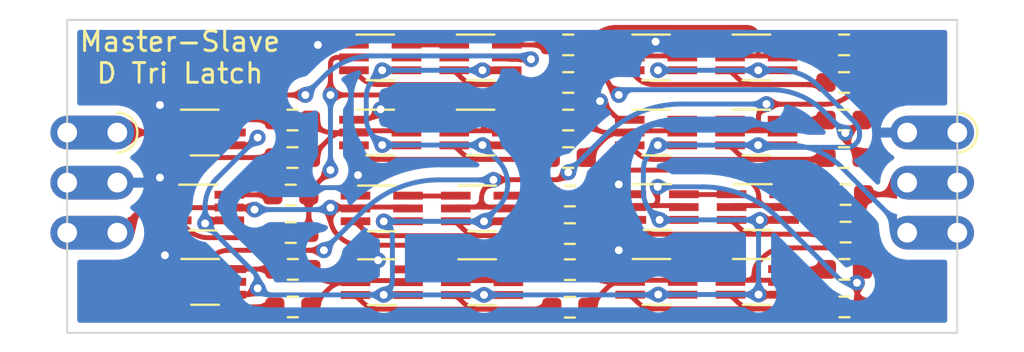
<source format=kicad_pcb>
(kicad_pcb (version 20211014) (generator pcbnew)
  (layers (0 "F.Cu" signal) (31 "B.Cu" signal) (34 "B.Paste" user) (35 "F.Paste" user) (36 "B.SilkS" user "B.Silkscreen") (37 "F.SilkS" user "F.Silkscreen") (38 "B.Mask" user) (39 "F.Mask" user) (44 "Edge.Cuts" user))
  (net 0 "")
  (net 1 "VSS")
  (net 2 "/d_latch/Q")
  (net 3 "/d_latch1/Inverter1/Pti")
  (net 4 "VDD")
  (net 5 "/d_latch1/Inverter1/Nti")
  (net 6 "Net-(Q2-Pad1)")
  (net 7 "Q")
  (net 8 "Net-(Q2-Pad3)")
  (net 9 "Net-(Q2-Pad6)")
  (net 10 "/d_latch1/Antimin4/B")
  (net 11 "Net-(Q4-Pad1)")
  (net 12 "/d_latch1/Antimin5/Out")
  (net 13 "Net-(Q4-Pad3)")
  (net 14 "Net-(Q4-Pad6)")
  (net 15 "/d_latch1/~{Q}")
  (net 16 "Net-(Q6-Pad1)")
  (net 17 "Net-(Q6-Pad3)")
  (net 18 "Net-(Q6-Pad6)")
  (net 19 "Enable")
  (net 20 "D")
  (net 21 "/d_latch/Inverter1/Pti")
  (net 22 "/d_latch/Inverter1/Nti")
  (net 23 "Net-(Q10-Pad6)")
  (net 24 "Net-(Q10-Pad3)")
  (net 25 "Net-(Q9-Pad6)")
  (net 26 "/d_latch/Antimin4/B")
  (net 27 "Net-(Q11-Pad1)")
  (net 28 "/d_latch/Antimin5/Out")
  (net 29 "Net-(Q11-Pad3)")
  (net 30 "Net-(Q11-Pad6)")
  (net 31 "/d_latch/~{Q}")
  (net 32 "Net-(Q13-Pad1)")
  (net 33 "Net-(Q13-Pad3)")
  (net 34 "Net-(Q13-Pad6)")
  (net 35 "/Inverter2/Out")
  (net 36 "Net-(Q15-Pad1)")
  (net 37 "Net-(Q15-Pad3)")
  (net 38 "Net-(Q15-Pad6)")
  (net 39 "/d_latch/Antimin7/B")
  (net 40 "Net-(Q17-Pad1)")
  (net 41 "Net-(Q17-Pad3)")
  (net 42 "Net-(Q17-Pad6)")
  (net 43 "/d_latch1/Antimin7/B")
  (net 44 "/Inverter2/Pti")
  (net 45 "/Inverter2/Nti")
  (footprint "Resistor_SMD:R_0603_1608Metric_Pad0.98x0.95mm_HandSolder" (layer "F.Cu") (at 158.175 112.365)
    (fp_text reference "R19" hide)
    (fp_text value "12k")
  )
  (footprint "Package_TO_SOT_SMD:SOT-363_SC-70-6_Handsoldering" (layer "F.Cu") (at 162.62 107.285)
    (fp_text reference "Q5" hide)
    (fp_text value "BSS8402DW-7-F")
  )
  (footprint "Package_TO_SOT_SMD:SOT-363_SC-70-6_Handsoldering" (layer "F.Cu") (at 139.7 111.08)
    (fp_text reference "Q1" hide)
    (fp_text value "BSS8402DW-7-F")
  )
  (footprint "Resistor_SMD:R_0603_1608Metric_Pad0.98x0.95mm_HandSolder" (layer "F.Cu") (at 172.145 106.65 180)
    (fp_text reference "R6" hide)
    (fp_text value "12k")
  )
  (footprint "Resistor_SMD:R_0603_1608Metric_Pad0.98x0.95mm_HandSolder" (layer "F.Cu") (at 144.125498 102.87 180)
    (fp_text reference "R10" hide)
    (fp_text value "12k")
  )
  (footprint "Resistor_SMD:R_0603_1608Metric_Pad0.98x0.95mm_HandSolder" (layer "F.Cu") (at 158.095498 102.87 180)
    (fp_text reference "R18" hide)
    (fp_text value "12k")
  )
  (footprint "Package_TO_SOT_SMD:SOT-363_SC-70-6_Handsoldering" (layer "F.Cu") (at 167.64 111.08)
    (fp_text reference "Q2" hide)
    (fp_text value "BSS8402DW-7-F")
  )
  (footprint "Package_TO_SOT_SMD:SOT-363_SC-70-6_Handsoldering" (layer "F.Cu") (at 162.540498 99.695)
    (fp_text reference "Q12" hide)
    (fp_text value "BSS8402DW-7-F")
  )
  (footprint "Resistor_SMD:R_0603_1608Metric_Pad0.98x0.95mm_HandSolder" (layer "F.Cu") (at 144.125498 104.775)
    (fp_text reference "R9" hide)
    (fp_text value "12k")
  )
  (footprint "Resistor_SMD:R_0603_1608Metric_Pad0.98x0.95mm_HandSolder" (layer "F.Cu") (at 158.095498 104.775)
    (fp_text reference "R17" hide)
    (fp_text value "12k")
  )
  (footprint "Package_TO_SOT_SMD:SOT-363_SC-70-6_Handsoldering" (layer "F.Cu") (at 148.570498 103.505)
    (fp_text reference "Q16" hide)
    (fp_text value "BSS8402DW-7-F")
  )
  (footprint "Resistor_SMD:R_0603_1608Metric_Pad0.98x0.95mm_HandSolder" (layer "F.Cu") (at 158.175 106.725 180)
    (fp_text reference "R8" hide)
    (fp_text value "12k")
  )
  (footprint "Resistor_SMD:R_0603_1608Metric_Pad0.98x0.95mm_HandSolder" (layer "F.Cu") (at 144.04055 106.67385 180)
    (fp_text reference "R22" hide)
    (fp_text value "12k")
  )
  (footprint "Resistor_SMD:R_0603_1608Metric_Pad0.98x0.95mm_HandSolder" (layer "F.Cu") (at 158.095498 99.06 180)
    (fp_text reference "R16" hide)
    (fp_text value "12k")
  )
  (footprint "Resistor_SMD:R_0603_1608Metric_Pad0.98x0.95mm_HandSolder" (layer "F.Cu") (at 144.145 112.35)
    (fp_text reference "R1" hide)
    (fp_text value "12k")
  )
  (footprint "Package_TO_SOT_SMD:SOT-363_SC-70-6_Handsoldering" (layer "F.Cu") (at 153.73 107.355)
    (fp_text reference "Q6" hide)
    (fp_text value "BSS8402DW-7-F")
  )
  (footprint "Resistor_SMD:R_0603_1608Metric_Pad0.98x0.95mm_HandSolder" (layer "F.Cu") (at 172.065498 100.965)
    (fp_text reference "R13" hide)
    (fp_text value "12k")
  )
  (footprint "Package_TO_SOT_SMD:SOT-363_SC-70-6_Handsoldering" (layer "F.Cu") (at 162.56 111.08)
    (fp_text reference "Q3" hide)
    (fp_text value "BSS8402DW-7-F")
  )
  (footprint "Resistor_SMD:R_0603_1608Metric_Pad0.98x0.95mm_HandSolder" (layer "F.Cu") (at 172.085 112.35)
    (fp_text reference "R3" hide)
    (fp_text value "12k")
  )
  (footprint "Package_TO_SOT_SMD:SOT-363_SC-70-6_Handsoldering" (layer "F.Cu") (at 167.620498 103.505)
    (fp_text reference "Q9" hide)
    (fp_text value "BSS8402DW-7-F")
  )
  (footprint "Package_TO_SOT_SMD:SOT-363_SC-70-6_Handsoldering" (layer "F.Cu") (at 167.620498 99.695)
    (fp_text reference "Q11" hide)
    (fp_text value "BSS8402DW-7-F")
  )
  (footprint "Package_TO_SOT_SMD:SOT-363_SC-70-6_Handsoldering" (layer "F.Cu") (at 153.73 111.095)
    (fp_text reference "Q17" hide)
    (fp_text value "BSS8402DW-7-F")
  )
  (footprint "Resistor_SMD:R_0603_1608Metric_Pad0.98x0.95mm_HandSolder" (layer "F.Cu") (at 172.145 108.555)
    (fp_text reference "R5" hide)
    (fp_text value "12k")
  )
  (footprint "Package_TO_SOT_SMD:SOT-363_SC-70-6_Handsoldering" (layer "F.Cu") (at 139.59555 107.30885)
    (fp_text reference "Q19" hide)
    (fp_text value "BSS8402DW-7-F")
  )
  (footprint "Package_TO_SOT_SMD:SOT-363_SC-70-6_Handsoldering" (layer "F.Cu") (at 167.7 107.285)
    (fp_text reference "Q4" hide)
    (fp_text value "BSS8402DW-7-F")
  )
  (footprint "Resistor_SMD:R_0603_1608Metric_Pad0.98x0.95mm_HandSolder" (layer "F.Cu") (at 158.175 108.63)
    (fp_text reference "R7" hide)
    (fp_text value "12k")
  )
  (footprint "Package_TO_SOT_SMD:SOT-363_SC-70-6_Handsoldering" (layer "F.Cu") (at 153.650498 99.695)
    (fp_text reference "Q13" hide)
    (fp_text value "BSS8402DW-7-F")
  )
  (footprint "Package_TO_SOT_SMD:SOT-363_SC-70-6_Handsoldering" (layer "F.Cu") (at 153.650498 103.505)
    (fp_text reference "Q15" hide)
    (fp_text value "BSS8402DW-7-F")
  )
  (footprint "Castellation:Hybrid_Castellation_1x03_P2.54" (layer "F.Cu") (at 176.53 103.505)
    (fp_text reference "J2" hide)
    (fp_text value "Conn_01x03")
  )
  (footprint "Package_TO_SOT_SMD:SOT-363_SC-70-6_Handsoldering" (layer "F.Cu") (at 162.540498 103.505)
    (fp_text reference "Q10" hide)
    (fp_text value "BSS8402DW-7-F")
  )
  (footprint "Resistor_SMD:R_0603_1608Metric_Pad0.98x0.95mm_HandSolder" (layer "F.Cu") (at 144.145 110.445 180)
    (fp_text reference "R2" hide)
    (fp_text value "12k")
  )
  (footprint "Package_TO_SOT_SMD:SOT-363_SC-70-6_Handsoldering" (layer "F.Cu") (at 148.65 111.095)
    (fp_text reference "Q18" hide)
    (fp_text value "BSS8402DW-7-F")
  )
  (footprint "Resistor_SMD:R_0603_1608Metric_Pad0.98x0.95mm_HandSolder" (layer "F.Cu") (at 172.065498 99.06 180)
    (fp_text reference "R14" hide)
    (fp_text value "12k")
  )
  (footprint "Package_TO_SOT_SMD:SOT-363_SC-70-6_Handsoldering" (layer "F.Cu") (at 148.65 107.355)
    (fp_text reference "Q7" hide)
    (fp_text value "BSS8402DW-7-F")
  )
  (footprint "Resistor_SMD:R_0603_1608Metric_Pad0.98x0.95mm_HandSolder" (layer "F.Cu") (at 158.095498 100.965)
    (fp_text reference "R15" hide)
    (fp_text value "12k")
  )
  (footprint "Resistor_SMD:R_0603_1608Metric_Pad0.98x0.95mm_HandSolder" (layer "F.Cu") (at 172.085 110.445 180)
    (fp_text reference "R4" hide)
    (fp_text value "12k")
  )
  (footprint "Castellation:Hybrid_Castellation_1x03_P2.54" (layer "F.Cu") (at 133.985 103.505)
    (fp_text reference "J1" hide)
    (fp_text value "Conn_01x03")
  )
  (footprint "Resistor_SMD:R_0603_1608Metric_Pad0.98x0.95mm_HandSolder" (layer "F.Cu") (at 144.04055 108.57885)
    (fp_text reference "R21" hide)
    (fp_text value "12k")
  )
  (footprint "Resistor_SMD:R_0603_1608Metric_Pad0.98x0.95mm_HandSolder" (layer "F.Cu") (at 172.065498 104.775)
    (fp_text reference "R11" hide)
    (fp_text value "12k")
  )
  (footprint "Resistor_SMD:R_0603_1608Metric_Pad0.98x0.95mm_HandSolder" (layer "F.Cu") (at 172.065498 102.87 180)
    (fp_text reference "R12" hide)
    (fp_text value "12k")
  )
  (footprint "Package_TO_SOT_SMD:SOT-363_SC-70-6_Handsoldering" (layer "F.Cu") (at 139.680498 103.505)
    (fp_text reference "Q8" hide)
    (fp_text value "BSS8402DW-7-F")
  )
  (footprint "Resistor_SMD:R_0603_1608Metric_Pad0.98x0.95mm_HandSolder" (layer "F.Cu") (at 158.175 110.46 180)
    (fp_text reference "R20" hide)
    (fp_text value "12k")
  )
  (footprint "Package_TO_SOT_SMD:SOT-363_SC-70-6_Handsoldering" (layer "F.Cu") (at 148.570498 99.695)
    (fp_text reference "Q14" hide)
    (fp_text value "BSS8402DW-7-F")
  )
  (gr_rect (start 132.715 97.79) (end 177.8 113.665) (layer "Edge.Cuts") (width 0.1) (fill none))
  (gr_text "Master-Slave\nD Tri Latch" (at 138.43 99.695) (layer "F.SilkS") (effects (font (size 1 1))))
  (segment (start 162.446246 98.97025) (end 162.520996 98.8955) (width 0.25) (layer "F.Cu") (net 1))
  (segment (start 137.668 109.728) (end 138.37 110.43) (width 0.25) (layer "F.Cu") (net 1))
  (segment (start 147.3835 105.7275) (end 147.447 105.664) (width 0.25) (layer "F.Cu") (net 1))
  (segment (start 160.451339 102.656704) (end 159.704864 101.910229) (width 0.25) (layer "F.Cu") (net 1))
  (segment (start 138.26555 106.6507) (end 138.26555 106.65885) (width 0.25) (layer "F.Cu") (net 1))
  (segment (start 138.094002 102.788002) (end 137.414 102.108) (width 0.25) (layer "F.Cu") (net 1))
  (segment (start 148.32475 102.58975) (end 148.59 102.3245) (width 0.25) (layer "F.Cu") (net 1))
  (segment (start 160.655 109.474) (end 161.095296 109.914296) (width 0.25) (layer "F.Cu") (net 1))
  (segment (start 160.930066 102.855) (end 161.210498 102.855) (width 0.25) (layer "F.Cu") (net 1))
  (segment (start 161.23 110.2395) (end 161.23 110.43) (width 0.25) (layer "F.Cu") (net 1))
  (segment (start 138.259787 106.636787) (end 137.414 105.791) (width 0.25) (layer "F.Cu") (net 1))
  (segment (start 145.4225 99.0525) (end 145.415 99.06) (width 0.25) (layer "F.Cu") (net 1))
  (segment (start 161.107947 106.587447) (end 160.655 106.1345) (width 0.25) (layer "F.Cu") (net 1))
  (segment (start 147.672609 110.445) (end 147.32 110.445) (width 0.25) (layer "F.Cu") (net 1))
  (segment (start 147.32 105.880802) (end 147.32 106.705) (width 0.25) (layer "F.Cu") (net 1))
  (segment (start 148.463 109.982) (end 148.2315 110.2135) (width 0.25) (layer "F.Cu") (net 1))
  (segment (start 162.265783 99.045) (end 161.210498 99.045) (width 0.25) (layer "F.Cu") (net 1))
  (segment (start 147.684379 102.855) (end 147.240498 102.855) (width 0.25) (layer "F.Cu") (net 1))
  (segment (start 161.22275 106.635) (end 161.29 106.635) (width 0.25) (layer "F.Cu") (net 1))
  (segment (start 138.255749 102.855) (end 138.350498 102.855) (width 0.25) (layer "F.Cu") (net 1))
  (segment (start 145.440606 99.045) (end 147.240498 99.045) (width 0.25) (layer "F.Cu") (net 1))
  (via (at 148.463 109.982) (size 0.8) (drill 0.4) (layers "F.Cu" "B.Cu") (net 1))
  (via (at 160.655 106.1345) (size 0.8) (drill 0.4) (layers "F.Cu" "B.Cu") (net 1))
  (via (at 159.704864 101.910229) (size 0.8) (drill 0.4) (layers "F.Cu" "B.Cu") (net 1))
  (via (at 145.415 99.06) (size 0.8) (drill 0.4) (layers "F.Cu" "B.Cu") (net 1))
  (via (at 160.655 109.474) (size 0.8) (drill 0.4) (layers "F.Cu" "B.Cu") (net 1))
  (via (at 148.59 102.3245) (size 0.8) (drill 0.4) (layers "F.Cu" "B.Cu") (net 1))
  (via (at 137.414 105.791) (size 0.8) (drill 0.4) (layers "F.Cu" "B.Cu") (net 1))
  (via (at 147.447 105.664) (size 0.8) (drill 0.4) (layers "F.Cu" "B.Cu") (net 1))
  (via (at 137.668 109.728) (size 0.8) (drill 0.4) (layers "F.Cu" "B.Cu") (net 1))
  (via (at 162.520996 98.8955) (size 0.8) (drill 0.4) (layers "F.Cu" "B.Cu") (net 1))
  (via (at 137.414 102.108) (size 0.8) (drill 0.4) (layers "F.Cu" "B.Cu") (net 1))
  (arc (start 138.259787 106.636787) (mid 138.264052 106.64317) (end 138.26555 106.6507) (width 0.25) (layer "F.Cu") (net 1))
  (arc (start 162.446246 98.97025) (mid 162.363448 99.025573) (end 162.265783 99.045) (width 0.25) (layer "F.Cu") (net 1))
  (arc (start 148.2315 110.2135) (mid 147.975078 110.384835) (end 147.672609 110.445) (width 0.25) (layer "F.Cu") (net 1))
  (arc (start 147.3835 105.7275) (mid 147.336503 105.797835) (end 147.32 105.880802) (width 0.25) (layer "F.Cu") (net 1))
  (arc (start 148.32475 102.58975) (mid 148.030945 102.786063) (end 147.684379 102.855) (width 0.25) (layer "F.Cu") (net 1))
  (arc (start 145.440606 99.045) (mid 145.430807 99.046949) (end 145.4225 99.0525) (width 0.25) (layer "F.Cu") (net 1))
  (arc (start 161.095296 109.914296) (mid 161.194991 110.0635) (end 161.23 110.2395) (width 0.25) (layer "F.Cu") (net 1))
  (arc (start 160.451339 102.656704) (mid 160.670981 102.803464) (end 160.930066 102.855) (width 0.25) (layer "F.Cu") (net 1))
  (arc (start 138.094002 102.788002) (mid 138.168212 102.837587) (end 138.255749 102.855) (width 0.25) (layer "F.Cu") (net 1))
  (arc (start 161.107947 106.587447) (mid 161.160619 106.622641) (end 161.22275 106.635) (width 0.25) (layer "F.Cu") (net 1))
  (segment (start 147.1295 105.9815) (end 147.447 105.664) (width 0.25) (layer "B.Cu") (net 1))
  (segment (start 146.362987 106.299) (end 143.891 106.299) (width 0.25) (layer "B.Cu") (net 1))
  (arc (start 147.1295 105.9815) (mid 146.77782 106.216484) (end 146.362987 106.299) (width 0.25) (layer "B.Cu") (net 1))
  (segment (start 168.898718 103.4632) (end 168.943718 103.5082) (width 0.25) (layer "F.Cu") (net 2))
  (segment (start 168.196551 103.4182) (end 167.257049 103.4182) (width 0.25) (layer "F.Cu") (net 2))
  (segment (start 158.095498 105.524031) (end 157.909279 105.710249) (width 0.25) (layer "F.Cu") (net 2))
  (segment (start 140.897282 109.477288) (end 145.716597 109.477288) (width 0.25) (layer "F.Cu") (net 2))
  (segment (start 171.091645 102.07) (end 168.424491 102.07) (width 0.25) (layer "F.Cu") (net 2))
  (segment (start 153.7 106.875) (end 153.7 106.867012) (width 0.25) (layer "F.Cu") (net 2))
  (segment (start 168.790078 103.4182) (end 168.196551 103.4182) (width 0.25) (layer "F.Cu") (net 2))
  (segment (start 172.977998 100.965) (end 172.977998 99.06) (width 0.25) (layer "F.Cu") (net 2))
  (segment (start 140.0925 111.08) (end 139.2175 111.08) (width 0.25) (layer "F.Cu") (net 2))
  (segment (start 152.445 107.33) (end 152.4 107.375) (width 0.25) (layer "F.Cu") (net 2))
  (segment (start 166.328718 103.4632) (end 166.283718 103.5082) (width 0.25) (layer "F.Cu") (net 2))
  (segment (start 140.0925 111.08) (end 141.03 111.08) (width 0.25) (layer "F.Cu") (net 2))
  (segment (start 139.2175 111.08) (end 138.37 111.08) (width 0.25) (layer "F.Cu") (net 2))
  (segment (start 172.425498 101.5175) (end 172.977998 100.965) (width 0.25) (layer "F.Cu") (net 2))
  (segment (start 167.7268 102.767691) (end 167.7268 102.948449) (width 0.25) (layer "F.Cu") (net 2))
  (segment (start 154.90636 107.285) (end 154.11 107.285) (width 0.25) (layer "F.Cu") (net 2))
  (segment (start 157.459708 105.896468) (end 154.670544 105.896468) (width 0.25) (layer "F.Cu") (net 2))
  (segment (start 155.015 107.33) (end 155.06 107.375) (width 0.25) (layer "F.Cu") (net 2))
  (segment (start 166.437357 103.4182) (end 167.257049 103.4182) (width 0.25) (layer "F.Cu") (net 2))
  (segment (start 139.964359 109.89564) (end 140.018856 109.841144) (width 0.25) (layer "F.Cu") (net 2))
  (segment (start 154.11 107.285) (end 153.29 107.285) (width 0.25) (layer "F.Cu") (net 2))
  (segment (start 152.553639 107.285) (end 153.29 107.285) (width 0.25) (layer "F.Cu") (net 2))
  (via (at 168.134294 102.059166) (size 0.8) (drill 0.4) (layers "F.Cu" "B.Cu") (net 2))
  (via (at 145.716597 109.477288) (size 0.8) (drill 0.4) (layers "F.Cu" "B.Cu") (net 2))
  (via (at 154.303484 105.905534) (size 0.8) (drill 0.4) (layers "F.Cu" "B.Cu") (net 2))
  (via (at 158.095498 105.524031) (size 0.8) (drill 0.4) (layers "F.Cu" "B.Cu") (net 2))
  (arc (start 139.964359 109.89564) (mid 139.735399 110.238302) (end 139.655 110.6425) (width 0.25) (layer "F.Cu") (net 2))
  (arc (start 153.7 106.875) (mid 153.820086 107.164913) (end 154.11 107.285) (width 0.25) (layer "F.Cu") (net 2))
  (arc (start 139.655 110.6425) (mid 139.78314 110.951859) (end 140.0925 111.08) (width 0.25) (layer "F.Cu") (net 2))
  (arc (start 168.424491 102.07) (mid 168.157496 102.123108) (end 167.931149 102.274349) (width 0.25) (layer "F.Cu") (net 2))
  (arc (start 168.898718 103.4632) (mid 168.848873 103.429895) (end 168.790078 103.4182) (width 0.25) (layer "F.Cu") (net 2))
  (arc (start 157.909279 105.710249) (mid 157.703014 105.848071) (end 157.459708 105.896468) (width 0.25) (layer "F.Cu") (net 2))
  (arc (start 166.437357 103.4182) (mid 166.378562 103.429895) (end 166.328718 103.4632) (width 0.25) (layer "F.Cu") (net 2))
  (arc (start 140.897282 109.477288) (mid 140.421881 109.571851) (end 140.018856 109.841144) (width 0.25) (layer "F.Cu") (net 2))
  (arc (start 167.7268 102.948449) (mid 167.864386 103.280613) (end 168.196551 103.4182) (width 0.25) (layer "F.Cu") (net 2))
  (arc (start 153.29 107.285) (mid 153.579913 107.164913) (end 153.7 106.875) (width 0.25) (layer "F.Cu") (net 2))
  (arc (start 152.553639 107.285) (mid 152.494844 107.296695) (end 152.445 107.33) (width 0.25) (layer "F.Cu") (net 2))
  (arc (start 154.670544 105.896468) (mid 154.299133 105.970346) (end 153.984266 106.180734) (width 0.25) (layer "F.Cu") (net 2))
  (arc (start 155.015 107.33) (mid 154.965155 107.296695) (end 154.90636 107.285) (width 0.25) (layer "F.Cu") (net 2))
  (arc (start 139.2175 111.08) (mid 139.526859 110.951859) (end 139.655 110.6425) (width 0.25) (layer "F.Cu") (net 2))
  (arc (start 172.425498 101.5175) (mid 171.813521 101.926409) (end 171.091645 102.07) (width 0.25) (layer "F.Cu") (net 2))
  (arc (start 153.984266 106.180734) (mid 153.773878 106.495601) (end 153.7 106.867012) (width 0.25) (layer "F.Cu") (net 2))
  (arc (start 167.931149 102.274349) (mid 167.779908 102.500696) (end 167.7268 102.767691) (width 0.25) (layer "F.Cu") (net 2))
  (arc (start 167.257049 103.4182) (mid 167.589213 103.280613) (end 167.7268 102.948449) (width 0.25) (layer "F.Cu") (net 2))
  (segment (start 163.814326 102.059166) (end 168.134294 102.059166) (width 0.25) (layer "B.Cu") (net 2))
  (segment (start 147.694558 107.499326) (end 145.716597 109.477288) (width 0.25) (layer "B.Cu") (net 2))
  (segment (start 151.542314 105.905534) (end 154.303484 105.905534) (width 0.25) (layer "B.Cu") (net 2))
  (segment (start 158.095498 105.524031) (end 159.96657 103.652958) (width 0.25) (layer "B.Cu") (net 2))
  (arc (start 163.814326 102.059166) (mid 161.731935 102.473379) (end 159.96657 103.652958) (width 0.25) (layer "B.Cu") (net 2))
  (arc (start 151.542314 105.905534) (mid 149.459923 106.319747) (end 147.694558 107.499326) (width 0.25) (layer "B.Cu") (net 2))
  (segment (start 138.68 112.04) (end 138.37 111.73) (width 0.25) (layer "F.Cu") (net 3))
  (segment (start 139.428406 112.35) (end 143.2325 112.35) (width 0.25) (layer "F.Cu") (net 3))
  (arc (start 138.68 112.04) (mid 139.023371 112.269433) (end 139.428406 112.35) (width 0.25) (layer "F.Cu") (net 3))
  (segment (start 167.745108 107.95) (end 169.03 107.95) (width 0.25) (layer "F.Cu") (net 4))
  (segment (start 153.757002 108.0175) (end 153.749502 108.01) (width 0.25) (layer "F.Cu") (net 4))
  (segment (start 141.813209 111.73) (end 141.03 111.73) (width 0.25) (layer "F.Cu") (net 4))
  (segment (start 167.727002 107.9425) (end 167.719502 107.935) (width 0.25) (layer "F.Cu") (net 4))
  (segment (start 163.862998 100.3525) (end 163.870498 100.36) (width 0.25) (layer "F.Cu") (net 4))
  (segment (start 149.954393 108.01) (end 148.669502 108.01) (width 0.25) (layer "F.Cu") (net 4))
  (segment (start 153.775108 108.025) (end 155.06 108.025) (width 0.25) (layer "F.Cu") (net 4))
  (segment (start 142.204149 111.568067) (end 142.366082 111.406135) (width 0.25) (layer "F.Cu") (net 4))
  (segment (start 141.690985 104.155) (end 141.010498 104.155) (width 0.25) (layer "F.Cu") (net 4))
  (segment (start 163.9425 107.9425) (end 163.95 107.95) (width 0.25) (layer "F.Cu") (net 4))
  (segment (start 163.856218 104.1507) (end 163.863718 104.1582) (width 0.25) (layer "F.Cu") (net 4))
  (segment (start 142.367 103.759) (end 142.169 103.957) (width 0.25) (layer "F.Cu") (net 4))
  (segment (start 153.6775 104.1475) (end 153.67 104.14) (width 0.25) (layer "F.Cu") (net 4))
  (segment (start 167.680045 111.73615) (end 168.964937 111.73615) (width 0.25) (layer "F.Cu") (net 4))
  (segment (start 167.665606 100.36) (end 168.950498 100.36) (width 0.25) (layer "F.Cu") (net 4))
  (segment (start 149.874891 100.345) (end 148.59 100.345) (width 0.25) (layer "F.Cu") (net 4))
  (segment (start 149.874891 104.14) (end 148.59 104.14) (width 0.25) (layer "F.Cu") (net 4))
  (segment (start 163.844891 100.345) (end 162.56 100.345) (width 0.25) (layer "F.Cu") (net 4))
  (segment (start 149.9725 108.0175) (end 149.98 108.025) (width 0.25) (layer "F.Cu") (net 4))
  (segment (start 167.6475 100.3525) (end 167.64 100.345) (width 0.25) (layer "F.Cu") (net 4))
  (segment (start 153.695606 104.155) (end 154.980498 104.155) (width 0.25) (layer "F.Cu") (net 4))
  (segment (start 163.877437 111.72865) (end 163.884937 111.73615) (width 0.25) (layer "F.Cu") (net 4))
  (segment (start 139.965711 107.95885) (end 140.92555 107.95885) (width 0.25) (layer "F.Cu") (net 4))
  (segment (start 153.695606 100.36) (end 154.980498 100.36) (width 0.25) (layer "F.Cu") (net 4))
  (segment (start 163.85933 111.72115) (end 162.574439 111.72115) (width 0.25) (layer "F.Cu") (net 4))
  (segment (start 163.838111 104.1432) (end 162.55322 104.1432) (width 0.25) (layer "F.Cu") (net 4))
  (segment (start 167.64072 104.1507) (end 167.63322 104.1432) (width 0.25) (layer "F.Cu") (net 4))
  (segment (start 153.75491 111.746182) (end 153.74741 111.738682) (width 0.25) (layer "F.Cu") (net 4))
  (segment (start 149.892998 104.1475) (end 149.900498 104.155) (width 0.25) (layer "F.Cu") (net 4))
  (segment (start 153.6775 100.3525) (end 153.67 100.345) (width 0.25) (layer "F.Cu") (net 4))
  (segment (start 163.924393 107.935) (end 162.639502 107.935) (width 0.25) (layer "F.Cu") (net 4))
  (segment (start 153.773016 111.753682) (end 155.057908 111.753682) (width 0.25) (layer "F.Cu") (net 4))
  (segment (start 167.661939 111.72865) (end 167.654439 111.72115) (width 0.25) (layer "F.Cu") (net 4))
  (segment (start 149.952301 111.738682) (end 148.66741 111.738682) (width 0.25) (layer "F.Cu") (net 4))
  (segment (start 167.658826 104.1582) (end 168.943718 104.1582) (width 0.25) (layer "F.Cu") (net 4))
  (segment (start 149.970408 111.746182) (end 149.977908 111.753682) (width 0.25) (layer "F.Cu") (net 4))
  (segment (start 139.777825 108.036675) (end 139.7 108.1145) (width 0.25) (layer "F.Cu") (net 4))
  (segment (start 149.892998 100.3525) (end 149.900498 100.36) (width 0.25) (layer "F.Cu") (net 4))
  (via (at 153.74959 104.14) (size 0.8) (drill 0.4) (layers "F.Cu" "B.Cu") (net 4))
  (via (at 167.734029 111.72115) (size 0.8) (drill 0.4) (layers "F.Cu" "B.Cu") (net 4))
  (via (at 153.827 111.738682) (size 0.8) (drill 0.4) (layers "F.Cu" "B.Cu") (net 4))
  (via (at 167.799092 107.935) (size 0.8) (drill 0.4) (layers "F.Cu" "B.Cu") (net 4))
  (via (at 167.71959 100.345) (size 0.8) (drill 0.4) (layers "F.Cu" "B.Cu") (net 4))
  (via (at 162.63281 104.1432) (size 0.8) (drill 0.4) (layers "F.Cu" "B.Cu") (net 4))
  (via (at 162.63959 100.345) (size 0.8) (drill 0.4) (layers "F.Cu" "B.Cu") (net 4))
  (via (at 148.747 111.738682) (size 0.8) (drill 0.4) (layers "F.Cu" "B.Cu") (net 4))
  (via (at 153.829092 108.01) (size 0.8) (drill 0.4) (layers "F.Cu" "B.Cu") (net 4))
  (via (at 142.367 103.759) (size 0.8) (drill 0.4) (layers "F.Cu" "B.Cu") (net 4))
  (via (at 162.719092 107.935) (size 0.8) (drill 0.4) (layers "F.Cu" "B.Cu") (net 4))
  (via (at 162.654029 111.72115) (size 0.8) (drill 0.4) (layers "F.Cu" "B.Cu") (net 4))
  (via (at 148.66959 100.345) (size 0.8) (drill 0.4) (layers "F.Cu" "B.Cu") (net 4))
  (via (at 153.74959 100.345) (size 0.8) (drill 0.4) (layers "F.Cu" "B.Cu") (net 4))
  (via (at 139.7 108.1145) (size 0.8) (drill 0.4) (layers "F.Cu" "B.Cu") (net 4))
  (via (at 142.366082 111.406135) (size 0.8) (drill 0.4) (layers "F.Cu" "B.Cu") (net 4))
  (via (at 148.749092 108.01) (size 0.8) (drill 0.4) (layers "F.Cu" "B.Cu") (net 4))
  (via (at 167.71281 104.1432) (size 0.8) (drill 0.4) (layers "F.Cu" "B.Cu") (net 4))
  (via (at 148.66959 104.14) (size 0.8) (drill 0.4) (layers "F.Cu" "B.Cu") (net 4))
  (arc (start 153.75491 111.746182) (mid 153.763217 111.751732) (end 153.773016 111.753682) (width 0.25) (layer "F.Cu") (net 4))
  (arc (start 163.862998 100.3525) (mid 163.85469 100.346949) (end 163.844891 100.345) (width 0.25) (layer "F.Cu") (net 4))
  (arc (start 167.661939 111.72865) (mid 167.670246 111.7342) (end 167.680045 111.73615) (width 0.25) (layer "F.Cu") (net 4))
  (arc (start 149.892998 100.3525) (mid 149.88469 100.346949) (end 149.874891 100.345) (width 0.25) (layer "F.Cu") (net 4))
  (arc (start 139.965711 107.95885) (mid 139.864027 107.979076) (end 139.777825 108.036675) (width 0.25) (layer "F.Cu") (net 4))
  (arc (start 153.6775 104.1475) (mid 153.685807 104.15305) (end 153.695606 104.155) (width 0.25) (layer "F.Cu") (net 4))
  (arc (start 153.6775 100.3525) (mid 153.685807 100.35805) (end 153.695606 100.36) (width 0.25) (layer "F.Cu") (net 4))
  (arc (start 167.727002 107.9425) (mid 167.735309 107.94805) (end 167.745108 107.95) (width 0.25) (layer "F.Cu") (net 4))
  (arc (start 163.856218 104.1507) (mid 163.84791 104.145149) (end 163.838111 104.1432) (width 0.25) (layer "F.Cu") (net 4))
  (arc (start 167.6475 100.3525) (mid 167.655807 100.35805) (end 167.665606 100.36) (width 0.25) (layer "F.Cu") (net 4))
  (arc (start 149.892998 104.1475) (mid 149.88469 104.141949) (end 149.874891 104.14) (width 0.25) (layer "F.Cu") (net 4))
  (arc (start 153.757002 108.0175) (mid 153.765309 108.02305) (end 153.775108 108.025) (width 0.25) (layer "F.Cu") (net 4))
  (arc (start 142.169 103.957) (mid 141.949684 104.103541) (end 141.690985 104.155) (width 0.25) (layer "F.Cu") (net 4))
  (arc (start 163.9425 107.9425) (mid 163.934192 107.936949) (end 163.924393 107.935) (width 0.25) (layer "F.Cu") (net 4))
  (arc (start 142.204149 111.568067) (mid 142.024784 111.687914) (end 141.813209 111.73) (width 0.25) (layer "F.Cu") (net 4))
  (arc (start 149.970408 111.746182) (mid 149.9621 111.740631) (end 149.952301 111.738682) (width 0.25) (layer "F.Cu") (net 4))
  (arc (start 163.877437 111.72865) (mid 163.869129 111.723099) (end 163.85933 111.72115) (width 0.25) (layer "F.Cu") (net 4))
  (arc (start 149.9725 108.0175) (mid 149.964192 108.011949) (end 149.954393 108.01) (width 0.25) (layer "F.Cu") (net 4))
  (arc (start 167.64072 104.1507) (mid 167.649027 104.15625) (end 167.658826 104.1582) (width 0.25) (layer "F.Cu") (net 4))
  (segment (start 154.536438 104.926848) (end 153.74959 104.14) (width 0.25) (layer "B.Cu") (net 4))
  (segment (start 167.799092 107.935) (end 167.76656 107.967531) (width 0.25) (layer "B.Cu") (net 4))
  (segment (start 167.71959 100.345) (end 168.843527 100.345) (width 0.25) (layer "B.Cu") (net 4))
  (segment (start 167.719502 107.935) (end 162.639502 107.935) (width 0.25) (layer "B.Cu") (net 4))
  (segment (start 167.71281 104.1432) (end 167.768198 104.198588) (width 0.25) (layer "B.Cu") (net 4))
  (segment (start 153.827 111.738682) (end 162.6241 111.738682) (width 0.25) (layer "B.Cu") (net 4))
  (segment (start 162.267215 104.508795) (end 162.63281 104.1432) (width 0.25) (layer "B.Cu") (net 4))
  (segment (start 167.63322 104.1432) (end 162.55322 104.1432) (width 0.25) (layer "B.Cu") (net 4))
  (segment (start 167.64 100.345) (end 162.56 100.345) (width 0.25) (layer "B.Cu") (net 4))
  (segment (start 172.851136 103.618741) (end 172.851136 103.555267) (width 0.25) (layer "B.Cu") (net 4))
  (segment (start 171.916121 105.241121) (end 175.26 108.585) (width 0.25) (layer "B.Cu") (net 4))
  (segment (start 172.215901 104.253976) (end 167.901916 104.253976) (width 0.25) (layer "B.Cu") (net 4))
  (segment (start 148.66959 104.14) (end 148.267295 103.737705) (width 0.25) (layer "B.Cu") (net 4))
  (segment (start 161.90162 106.539488) (end 161.90162 105.391419) (width 0.25) (layer "B.Cu") (net 4))
  (segment (start 142.366082 111.406135) (end 142.532355 111.572408) (width 0.25) (layer "B.Cu") (net 4))
  (segment (start 170.762208 101.139743) (end 172.620197 102.997732) (width 0.25) (layer "B.Cu") (net 4))
  (segment (start 153.829092 108.01) (end 154.536438 107.302653) (width 0.25) (layer "B.Cu") (net 4))
  (segment (start 148.66959 100.345) (end 148.267295 100.747295) (width 0.25) (layer "B.Cu") (net 4))
  (segment (start 147.865 102.766478) (end 147.865 101.718521) (width 0.25) (layer "B.Cu") (net 4))
  (segment (start 153.749502 108.01) (end 148.669502 108.01) (width 0.25) (layer "B.Cu") (net 4))
  (segment (start 148.747 111.738682) (end 148.9675 111.518182) (width 0.25) (layer "B.Cu") (net 4))
  (segment (start 169.265505 104.1432) (end 167.71281 104.1432) (width 0.25) (layer "B.Cu") (net 4))
  (segment (start 162.310356 107.526264) (end 162.719092 107.935) (width 0.25) (layer "B.Cu") (net 4))
  (segment (start 167.654439 111.72115) (end 162.574439 111.72115) (width 0.25) (layer "B.Cu") (net 4))
  (segment (start 148.747 111.738682) (end 142.933775 111.738682) (width 0.25) (layer "B.Cu") (net 4))
  (segment (start 153.74741 111.738682) (end 148.66741 111.738682) (width 0.25) (layer "B.Cu") (net 4))
  (segment (start 142.367 103.759) (end 140.296974 105.829025) (width 0.25) (layer "B.Cu") (net 4))
  (segment (start 149.188 108.759262) (end 149.188 110.985847) (width 0.25) (layer "B.Cu") (net 4))
  (segment (start 148.968546 108.229454) (end 148.749092 108.01) (width 0.25) (layer "B.Cu") (net 4))
  (segment (start 139.7 107.27025) (end 139.7 108.1145) (width 0.25) (layer "B.Cu") (net 4))
  (segment (start 142.366082 111.406135) (end 142.366082 111.093358) (width 0.25) (layer "B.Cu") (net 4))
  (segment (start 162.645263 111.729916) (end 162.654029 111.72115) (width 0.25) (layer "B.Cu") (net 4))
  (segment (start 153.67 100.345) (end 148.59 100.345) (width 0.25) (layer "B.Cu") (net 4))
  (segment (start 153.67 104.14) (end 148.59 104.14) (width 0.25) (layer "B.Cu") (net 4))
  (segment (start 167.734029 111.72115) (end 167.734029 108.046069) (width 0.25) (layer "B.Cu") (net 4))
  (segment (start 139.7 108.1145) (end 142.144915 110.559415) (width 0.25) (layer "B.Cu") (net 4))
  (arc (start 172.851136 103.618741) (mid 172.802781 103.861834) (end 172.66508 104.06792) (width 0.25) (layer "B.Cu") (net 4))
  (arc (start 155.028484 106.114751) (mid 154.900605 106.757638) (end 154.536438 107.302653) (width 0.25) (layer "B.Cu") (net 4))
  (arc (start 171.916121 105.241121) (mid 170.700008 104.42854) (end 169.265505 104.1432) (width 0.25) (layer "B.Cu") (net 4))
  (arc (start 154.536438 104.926848) (mid 154.900605 105.471862) (end 155.028484 106.114751) (width 0.25) (layer "B.Cu") (net 4))
  (arc (start 167.768198 104.198588) (mid 167.829548 104.239581) (end 167.901916 104.253976) (width 0.25) (layer "B.Cu") (net 4))
  (arc (start 172.620197 102.997732) (mid 172.791116 103.253531) (end 172.851136 103.555267) (width 0.25) (layer "B.Cu") (net 4))
  (arc (start 149.188 110.985847) (mid 149.130693 111.273944) (end 148.9675 111.518182) (width 0.25) (layer "B.Cu") (net 4))
  (arc (start 172.66508 104.06792) (mid 172.458994 104.205621) (end 172.215901 104.253976) (width 0.25) (layer "B.Cu") (net 4))
  (arc (start 162.267215 104.508795) (mid 161.996635 104.913746) (end 161.90162 105.391419) (width 0.25) (layer "B.Cu") (net 4))
  (arc (start 162.645263 111.729916) (mid 162.635553 111.736403) (end 162.6241 111.738682) (width 0.25) (layer "B.Cu") (net 4))
  (arc (start 170.762208 101.139743) (mid 169.88191 100.551546) (end 168.843527 100.345) (width 0.25) (layer "B.Cu") (net 4))
  (arc (start 140.296974 105.829025) (mid 139.855148 106.490264) (end 139.7 107.27025) (width 0.25) (layer "B.Cu") (net 4))
  (arc (start 142.532355 111.572408) (mid 142.716528 111.695468) (end 142.933775 111.738682) (width 0.25) (layer "B.Cu") (net 4))
  (arc (start 148.267295 100.747295) (mid 147.969553 101.192897) (end 147.865 101.718521) (width 0.25) (layer "B.Cu") (net 4))
  (arc (start 142.144915 110.559415) (mid 142.308602 110.80439) (end 142.366082 111.093358) (width 0.25) (layer "B.Cu") (net 4))
  (arc (start 161.90162 106.539488) (mid 162.007847 107.073527) (end 162.310356 107.526264) (width 0.25) (layer "B.Cu") (net 4))
  (arc (start 148.968546 108.229454) (mid 149.130965 108.472532) (end 149.188 108.759262) (width 0.25) (layer "B.Cu") (net 4))
  (arc (start 147.865 102.766478) (mid 147.969553 103.292102) (end 148.267295 103.737705) (width 0.25) (layer "B.Cu") (net 4))
  (arc (start 167.76656 107.967531) (mid 167.742483 108.003564) (end 167.734029 108.046069) (width 0.25) (layer "B.Cu") (net 4))
  (segment (start 143.225 110.4375) (end 143.2325 110.445) (width 0.25) (layer "F.Cu") (net 5))
  (segment (start 143.206893 110.43) (end 141.03 110.43) (width 0.25) (layer "F.Cu") (net 5))
  (arc (start 143.225 110.4375) (mid 143.216692 110.431949) (end 143.206893 110.43) (width 0.25) (layer "F.Cu") (net 5))
  (segment (start 163.884937 110.43615) (end 166.304937 110.43615) (width 0.25) (layer "F.Cu") (net 6))
  (segment (start 173.0575 107.989314) (end 173.0575 106.65) (width 0.25) (layer "F.Cu") (net 7))
  (segment (start 167.8648 110.99615) (end 167.1575 110.99615) (width 0.25) (layer "F.Cu") (net 7))
  (segment (start 168.919937 111.04115) (end 168.964937 111.08615) (width 0.25) (layer "F.Cu") (net 7))
  (segment (start 167.761218 110.038781) (end 167.978075 109.821925) (width 0.25) (layer "F.Cu") (net 7))
  (segment (start 174.9575 106.3475) (end 175.26 106.045) (width 0.25) (layer "F.Cu") (net 7))
  (segment (start 174.2272 106.65) (end 173.0575 106.65) (width 0.25) (layer "F.Cu") (net 7))
  (segment (start 168.811297 110.99615) (end 167.8648 110.99615) (width 0.25) (layer "F.Cu") (net 7))
  (segment (start 166.349937 111.04115) (end 166.304937 111.08615) (width 0.25) (layer "F.Cu") (net 7))
  (segment (start 167.1575 110.99615) (end 166.458576 110.99615) (width 0.25) (layer "F.Cu") (net 7))
  (segment (start 171.691814 109.355) (end 169.105331 109.355) (width 0.25) (layer "F.Cu") (net 7))
  (arc (start 168.919937 111.04115) (mid 168.870092 111.007845) (end 168.811297 110.99615) (width 0.25) (layer "F.Cu") (net 7))
  (arc (start 167.1575 110.99615) (mid 167.407568 110.892568) (end 167.51115 110.6425) (width 0.25) (layer "F.Cu") (net 7))
  (arc (start 174.9575 106.3475) (mid 174.622435 106.571382) (end 174.2272 106.65) (width 0.25) (layer "F.Cu") (net 7))
  (arc (start 173.0575 107.989314) (mid 172.953543 108.511939) (end 172.6575 108.955) (width 0.25) (layer "F.Cu") (net 7))
  (arc (start 169.105331 109.355) (mid 168.495264 109.476349) (end 167.978075 109.821925) (width 0.25) (layer "F.Cu") (net 7))
  (arc (start 167.51115 110.6425) (mid 167.614731 110.892568) (end 167.8648 110.99615) (width 0.25) (layer "F.Cu") (net 7))
  (arc (start 166.458576 110.99615) (mid 166.399781 111.007845) (end 166.349937 111.04115) (width 0.25) (layer "F.Cu") (net 7))
  (arc (start 172.6575 108.955) (mid 172.214439 109.251043) (end 171.691814 109.355) (width 0.25) (layer "F.Cu") (net 7))
  (arc (start 167.761218 110.038781) (mid 167.57614 110.315769) (end 167.51115 110.6425) (width 0.25) (layer "F.Cu") (net 7))
  (segment (start 171.013797 112.44615) (end 162.436982 112.44615) (width 0.25) (layer "F.Cu") (net 8))
  (segment (start 166.659937 112.09115) (end 166.304937 111.73615) (width 0.25) (layer "F.Cu") (net 8))
  (segment (start 171.122437 112.40115) (end 171.167437 112.35615) (width 0.25) (layer "F.Cu") (net 8))
  (segment (start 161.579937 112.09115) (end 161.224937 111.73615) (width 0.25) (layer "F.Cu") (net 8))
  (segment (start 167.516982 112.44615) (end 171.013797 112.44615) (width 0.25) (layer "F.Cu") (net 8))
  (arc (start 161.579937 112.09115) (mid 161.973152 112.353888) (end 162.436982 112.44615) (width 0.25) (layer "F.Cu") (net 8))
  (arc (start 171.013797 112.44615) (mid 171.072592 112.434454) (end 171.122437 112.40115) (width 0.25) (layer "F.Cu") (net 8))
  (arc (start 171.013797 112.44615) (mid 171.013797 112.44615) (end 171.013797 112.44615) (width 0.25) (layer "F.Cu") (net 8))
  (arc (start 166.659937 112.09115) (mid 167.053152 112.353888) (end 167.516982 112.44615) (width 0.25) (layer "F.Cu") (net 8))
  (arc (start 171.122437 112.40115) (mid 171.072592 112.434454) (end 171.013797 112.44615) (width 0.25) (layer "F.Cu") (net 8))
  (segment (start 171.159937 110.44365) (end 171.167437 110.45115) (width 0.25) (layer "F.Cu") (net 9))
  (segment (start 171.14183 110.43615) (end 168.964937 110.43615) (width 0.25) (layer "F.Cu") (net 9))
  (arc (start 171.159937 110.44365) (mid 171.151629 110.438099) (end 171.14183 110.43615) (width 0.25) (layer "F.Cu") (net 9))
  (segment (start 163.839937 111.04115) (end 163.884937 111.08615) (width 0.25) (layer "F.Cu") (net 10))
  (segment (start 160.069327 111.383172) (end 159.0875 112.365) (width 0.25) (layer "F.Cu") (net 10))
  (segment (start 161.269937 111.04115) (end 161.224937 111.08615) (width 0.25) (layer "F.Cu") (net 10))
  (segment (start 160.80125 111.08) (end 160.145906 111.08) (width 0.25) (layer "F.Cu") (net 10))
  (segment (start 159.3975 110.77) (end 159.0875 110.46) (width 0.25) (layer "F.Cu") (net 10))
  (segment (start 161.378576 110.99615) (end 163.731297 110.99615) (width 0.25) (layer "F.Cu") (net 10))
  (arc (start 161.378576 110.99615) (mid 161.319781 111.007845) (end 161.269937 111.04115) (width 0.25) (layer "F.Cu") (net 10))
  (arc (start 160.80125 111.08) (mid 160.80125 111.08) (end 160.80125 111.08) (width 0.25) (layer "F.Cu") (net 10))
  (arc (start 160.80125 111.08) (mid 160.405136 111.158791) (end 160.069327 111.383172) (width 0.25) (layer "F.Cu") (net 10))
  (arc (start 159.3975 110.77) (mid 159.740871 110.999433) (end 160.145906 111.08) (width 0.25) (layer "F.Cu") (net 10))
  (arc (start 163.839937 111.04115) (mid 163.790092 111.007845) (end 163.731297 110.99615) (width 0.25) (layer "F.Cu") (net 10))
  (segment (start 163.95 106.65) (end 166.37 106.65) (width 0.25) (layer "F.Cu") (net 11))
  (segment (start 168.985 107.255) (end 169.03 107.3) (width 0.25) (layer "F.Cu") (net 12))
  (segment (start 159.0875 106.91625) (end 159.0875 108.63) (width 0.25) (layer "F.Cu") (net 12))
  (segment (start 168.145 107.21) (end 168.87636 107.21) (width 0.25) (layer "F.Cu") (net 12))
  (segment (start 167.245 105.91) (end 167.462157 106.127157) (width 0.25) (layer "F.Cu") (net 12))
  (segment (start 159.0875 106.53375) (end 159.0875 106.91625) (width 0.25) (layer "F.Cu") (net 12))
  (segment (start 166.523639 107.21) (end 167.345 107.21) (width 0.25) (layer "F.Cu") (net 12))
  (segment (start 168.145 107.21) (end 167.345 107.21) (width 0.25) (layer "F.Cu") (net 12))
  (segment (start 160.679377 105.41) (end 166.037893 105.41) (width 0.25) (layer "F.Cu") (net 12))
  (segment (start 166.415 107.255) (end 166.37 107.3) (width 0.25) (layer "F.Cu") (net 12))
  (segment (start 159.222734 106.207265) (end 159.55375 105.87625) (width 0.25) (layer "F.Cu") (net 12))
  (arc (start 168.985 107.255) (mid 168.935155 107.221695) (end 168.87636 107.21) (width 0.25) (layer "F.Cu") (net 12))
  (arc (start 167.245 105.91) (mid 166.691174 105.539945) (end 166.037893 105.41) (width 0.25) (layer "F.Cu") (net 12))
  (arc (start 167.462157 106.127157) (mid 167.671491 106.440448) (end 167.745 106.81) (width 0.25) (layer "F.Cu") (net 12))
  (arc (start 160.679377 105.41) (mid 160.070192 105.531174) (end 159.55375 105.87625) (width 0.25) (layer "F.Cu") (net 12))
  (arc (start 167.345 107.21) (mid 167.627842 107.092842) (end 167.745 106.81) (width 0.25) (layer "F.Cu") (net 12))
  (arc (start 159.222734 106.207265) (mid 159.122646 106.357057) (end 159.0875 106.53375) (width 0.25) (layer "F.Cu") (net 12))
  (arc (start 166.523639 107.21) (mid 166.464844 107.221695) (end 166.415 107.255) (width 0.25) (layer "F.Cu") (net 12))
  (arc (start 167.745 106.81) (mid 167.862157 107.092842) (end 168.145 107.21) (width 0.25) (layer "F.Cu") (net 12))
  (segment (start 171.07886 108.66) (end 167.582045 108.66) (width 0.25) (layer "F.Cu") (net 13))
  (segment (start 162.502045 108.66) (end 171.07886 108.66) (width 0.25) (layer "F.Cu") (net 13))
  (segment (start 161.645 108.305) (end 161.29 107.95) (width 0.25) (layer "F.Cu") (net 13))
  (segment (start 166.725 108.305) (end 166.37 107.95) (width 0.25) (layer "F.Cu") (net 13))
  (segment (start 171.1875 108.615) (end 171.2325 108.57) (width 0.25) (layer "F.Cu") (net 13))
  (arc (start 171.07886 108.66) (mid 171.137655 108.648304) (end 171.1875 108.615) (width 0.25) (layer "F.Cu") (net 13))
  (arc (start 171.07886 108.66) (mid 171.07886 108.66) (end 171.07886 108.66) (width 0.25) (layer "F.Cu") (net 13))
  (arc (start 166.725 108.305) (mid 167.118215 108.567738) (end 167.582045 108.66) (width 0.25) (layer "F.Cu") (net 13))
  (arc (start 161.645 108.305) (mid 162.038215 108.567738) (end 162.502045 108.66) (width 0.25) (layer "F.Cu") (net 13))
  (arc (start 171.1875 108.615) (mid 171.137655 108.648304) (end 171.07886 108.66) (width 0.25) (layer "F.Cu") (net 13))
  (segment (start 171.225 106.6575) (end 171.2325 106.665) (width 0.25) (layer "F.Cu") (net 14))
  (segment (start 171.206893 106.65) (end 169.03 106.65) (width 0.25) (layer "F.Cu") (net 14))
  (arc (start 171.225 106.6575) (mid 171.216692 106.651949) (end 171.206893 106.65) (width 0.25) (layer "F.Cu") (net 14))
  (segment (start 172.85875 112.21125) (end 172.9975 112.35) (width 0.25) (layer "F.Cu") (net 15))
  (segment (start 162.576353 107.21) (end 163.79636 107.21) (width 0.25) (layer "F.Cu") (net 15))
  (segment (start 162.576353 107.21) (end 162.333646 107.21) (width 0.25) (layer "F.Cu") (net 15))
  (segment (start 172.72 110.918722) (end 172.72 111.125) (width 0.25) (layer "F.Cu") (net 15))
  (segment (start 172.85875 110.58375) (end 172.9975 110.445) (width 0.25) (layer "F.Cu") (net 15))
  (segment (start 162.333646 107.21) (end 161.443639 107.21) (width 0.25) (layer "F.Cu") (net 15))
  (segment (start 162.62662 106.917026) (end 162.62662 106.259964) (width 0.25) (layer "F.Cu") (net 15))
  (segment (start 161.335 107.255) (end 161.29 107.3) (width 0.25) (layer "F.Cu") (net 15))
  (segment (start 163.905 107.255) (end 163.95 107.3) (width 0.25) (layer "F.Cu") (net 15))
  (segment (start 172.72 111.876277) (end 172.72 111.125) (width 0.25) (layer "F.Cu") (net 15))
  (via (at 172.72 111.125) (size 0.8) (drill 0.4) (layers "F.Cu" "B.Cu") (net 15))
  (via (at 162.62662 106.259964) (size 0.8) (drill 0.4) (layers "F.Cu" "B.Cu") (net 15))
  (arc (start 172.72 111.876277) (mid 172.756059 112.057563) (end 172.85875 112.21125) (width 0.25) (layer "F.Cu") (net 15))
  (arc (start 162.62662 106.917026) (mid 162.604318 107.029142) (end 162.54081 107.12419) (width 0.25) (layer "F.Cu") (net 15))
  (arc (start 162.333646 107.21) (mid 162.445762 107.187698) (end 162.54081 107.12419) (width 0.25) (layer "F.Cu") (net 15))
  (arc (start 163.905 107.255) (mid 163.855155 107.221695) (end 163.79636 107.21) (width 0.25) (layer "F.Cu") (net 15))
  (arc (start 161.443639 107.21) (mid 161.384844 107.221695) (end 161.335 107.255) (width 0.25) (layer "F.Cu") (net 15))
  (arc (start 162.54081 107.12419) (mid 162.529913 107.178969) (end 162.576353 107.21) (width 0.25) (layer "F.Cu") (net 15))
  (arc (start 172.85875 110.58375) (mid 172.756059 110.737436) (end 172.72 110.918722) (width 0.25) (layer "F.Cu") (net 15))
  (segment (start 171.764928 110.875531) (end 168.743153 107.853756) (width 0.25) (layer "B.Cu") (net 15))
  (segment (start 164.895397 106.259964) (end 162.62662 106.259964) (width 0.25) (layer "B.Cu") (net 15))
  (segment (start 172.72 111.125) (end 172.367198 111.125) (width 0.25) (layer "B.Cu") (net 15))
  (arc (start 168.743153 107.853756) (mid 166.977787 106.674177) (end 164.895397 106.259964) (width 0.25) (layer "B.Cu") (net 15))
  (arc (start 171.764928 110.875531) (mid 172.041252 111.060165) (end 172.367198 111.125) (width 0.25) (layer "B.Cu") (net 15))
  (segment (start 149.98 106.725) (end 152.4 106.725) (width 0.25) (layer "F.Cu") (net 16))
  (segment (start 157.10886 108.735) (end 148.532045 108.735) (width 0.25) (layer "F.Cu") (net 17))
  (segment (start 147.675 108.38) (end 147.32 108.025) (width 0.25) (layer "F.Cu") (net 17))
  (segment (start 157.2175 108.69) (end 157.2625 108.645) (width 0.25) (layer "F.Cu") (net 17))
  (segment (start 152.755 108.38) (end 152.4 108.025) (width 0.25) (layer "F.Cu") (net 17))
  (segment (start 157.10886 108.735) (end 153.612045 108.735) (width 0.25) (layer "F.Cu") (net 17))
  (arc (start 157.10886 108.735) (mid 157.10886 108.735) (end 157.10886 108.735) (width 0.25) (layer "F.Cu") (net 17))
  (arc (start 147.675 108.38) (mid 148.068215 108.642738) (end 148.532045 108.735) (width 0.25) (layer "F.Cu") (net 17))
  (arc (start 157.10886 108.735) (mid 157.167655 108.723304) (end 157.2175 108.69) (width 0.25) (layer "F.Cu") (net 17))
  (arc (start 157.2175 108.69) (mid 157.167655 108.723304) (end 157.10886 108.735) (width 0.25) (layer "F.Cu") (net 17))
  (arc (start 152.755 108.38) (mid 153.148215 108.642738) (end 153.612045 108.735) (width 0.25) (layer "F.Cu") (net 17))
  (segment (start 157.255 106.7325) (end 157.2625 106.74) (width 0.25) (layer "F.Cu") (net 18))
  (segment (start 157.236893 106.725) (end 155.06 106.725) (width 0.25) (layer "F.Cu") (net 18))
  (arc (start 157.255 106.7325) (mid 157.246692 106.726949) (end 157.236893 106.725) (width 0.25) (layer "F.Cu") (net 18))
  (segment (start 153.502942 109.947942) (end 153.278159 109.723159) (width 0.25) (layer "F.Cu") (net 19))
  (segment (start 146.05 107.315) (end 146.05 107.825) (width 0.25) (layer "F.Cu") (net 19))
  (segment (start 147.3 107.335) (end 147.32 107.355) (width 0.25) (layer "F.Cu") (net 19))
  (segment (start 146.4925 108.7775) (end 146.410624 108.695624) (width 0.25) (layer "F.Cu") (net 19))
  (segment (start 152.442908 111.058682) (end 152.397908 111.103682) (width 0.25) (layer "F.Cu") (net 19))
  (segment (start 154.175 111.013682) (end 153.387636 111.013682) (width 0.25) (layer "F.Cu") (net 19))
  (segment (start 146.05 107.315) (end 147.251715 107.315) (width 0.25) (layer "F.Cu") (net 19))
  (segment (start 149.935 107.33) (end 149.98 107.375) (width 0.25) (layer "F.Cu") (net 19))
  (segment (start 154.904268 111.013682) (end 154.175 111.013682) (width 0.25) (layer "F.Cu") (net 19))
  (segment (start 136.300493 107.539506) (end 135.255 108.585) (width 0.25) (layer "F.Cu") (net 19))
  (segment (start 142.2574 107.364145) (end 142.208255 107.41329) (width 0.25) (layer "F.Cu") (net 19))
  (segment (start 140.365 107.315) (end 139.035 107.315) (width 0.25) (layer "F.Cu") (net 19))
  (segment (start 152.063425 109.22) (end 147.560789 109.22) (width 0.25) (layer "F.Cu") (net 19))
  (segment (start 137.170498 107.30885) (end 138.26555 107.30885) (width 0.25) (layer "F.Cu") (net 19))
  (segment (start 147.365 107.33) (end 147.32 107.375) (width 0.25) (layer "F.Cu") (net 19))
  (segment (start 139.035 107.315) (end 138.37 107.315) (width 0.25) (layer "F.Cu") (net 19))
  (segment (start 152.551547 111.013682) (end 153.387636 111.013682) (width 0.25) (layer "F.Cu") (net 19))
  (segment (start 142.237043 107.315) (end 140.365 107.315) (width 0.25) (layer "F.Cu") (net 19))
  (segment (start 155.012908 111.058682) (end 155.057908 111.103682) (width 0.25) (layer "F.Cu") (net 19))
  (segment (start 137.155651 107.315) (end 136.8425 107.315) (width 0.25) (layer "F.Cu") (net 19))
  (segment (start 147.473639 107.285) (end 149.82636 107.285) (width 0.25) (layer "F.Cu") (net 19))
  (via (at 146.05 107.315) (size 0.8) (drill 0.4) (layers "F.Cu" "B.Cu") (net 19))
  (via (at 142.208255 107.41329) (size 0.8) (drill 0.4) (layers "F.Cu" "B.Cu") (net 19))
  (arc (start 142.2574 107.364145) (mid 142.26364 107.332771) (end 142.237043 107.315) (width 0.25) (layer "F.Cu") (net 19))
  (arc (start 153.502942 109.947942) (mid 153.70897 110.256285) (end 153.781318 110.62) (width 0.25) (layer "F.Cu") (net 19))
  (arc (start 153.278159 109.723159) (mid 152.720834 109.350766) (end 152.063425 109.22) (width 0.25) (layer "F.Cu") (net 19))
  (arc (start 137.163075 107.311925) (mid 137.159668 107.3142) (end 137.155651 107.315) (width 0.25) (layer "F.Cu") (net 19))
  (arc (start 137.170498 107.30885) (mid 137.16648 107.309649) (end 137.163075 107.311925) (width 0.25) (layer "F.Cu") (net 19))
  (arc (start 153.781318 110.62) (mid 153.896624 110.898375) (end 154.175 111.013682) (width 0.25) (layer "F.Cu") (net 19))
  (arc (start 147.473639 107.285) (mid 147.414844 107.296695) (end 147.365 107.33) (width 0.25) (layer "F.Cu") (net 19))
  (arc (start 152.551547 111.013682) (mid 152.492752 111.025377) (end 152.442908 111.058682) (width 0.25) (layer "F.Cu") (net 19))
  (arc (start 149.935 107.33) (mid 149.885155 107.296695) (end 149.82636 107.285) (width 0.25) (layer "F.Cu") (net 19))
  (arc (start 153.387636 111.013682) (mid 153.666011 110.898375) (end 153.781318 110.62) (width 0.25) (layer "F.Cu") (net 19))
  (arc (start 146.4925 108.7775) (mid 146.982635 109.104997) (end 147.560789 109.22) (width 0.25) (layer "F.Cu") (net 19))
  (arc (start 155.012908 111.058682) (mid 154.963063 111.025377) (end 154.904268 111.013682) (width 0.25) (layer "F.Cu") (net 19))
  (arc (start 136.8425 107.315) (mid 136.549168 107.373347) (end 136.300493 107.539506) (width 0.25) (layer "F.Cu") (net 19))
  (arc (start 147.3 107.335) (mid 147.277846 107.320197) (end 147.251715 107.315) (width 0.25) (layer "F.Cu") (net 19))
  (arc (start 146.05 107.825) (mid 146.143723 108.296178) (end 146.410624 108.695624) (width 0.25) (layer "F.Cu") (net 19))
  (segment (start 146.05 107.315) (end 146.000855 107.364145) (width 0.25) (layer "B.Cu") (net 19))
  (segment (start 145.882208 107.41329) (end 142.208255 107.41329) (width 0.25) (layer "B.Cu") (net 19))
  (arc (start 146.000855 107.364145) (mid 145.946419 107.400517) (end 145.882208 107.41329) (width 0.25) (layer "B.Cu") (net 19))
  (segment (start 138.350498 103.505) (end 141.010498 103.505) (width 0.25) (layer "F.Cu") (net 20))
  (segment (start 138.350498 103.505) (end 139.230249 103.505) (width 0.25) (layer "F.Cu") (net 20))
  (segment (start 135.255 103.505) (end 138.43 103.505) (width 0.25) (layer "F.Cu") (net 20))
  (segment (start 155.025248 99.73975) (end 154.980498 99.695) (width 0.25) (layer "F.Cu") (net 20))
  (segment (start 155.133284 99.7845) (end 156.21 99.7845) (width 0.25) (layer "F.Cu") (net 20))
  (segment (start 152.365498 99.665) (end 152.320498 99.71) (width 0.25) (layer "F.Cu") (net 20))
  (segment (start 141.348208 101.6) (end 144.78 101.6) (width 0.25) (layer "F.Cu") (net 20))
  (segment (start 152.474137 99.62) (end 154.826858 99.62) (width 0.25) (layer "F.Cu") (net 20))
  (segment (start 140.182748 102.082748) (end 140.032164 102.233333) (width 0.25) (layer "F.Cu") (net 20))
  (segment (start 154.935498 99.665) (end 154.980498 99.71) (width 0.25) (layer "F.Cu") (net 20))
  (via (at 156.21 99.7845) (size 0.8) (drill 0.4) (layers "F.Cu" "B.Cu") (net 20))
  (via (at 144.78 101.6) (size 0.8) (drill 0.4) (layers "F.Cu" "B.Cu") (net 20))
  (arc (start 154.935498 99.665) (mid 154.885653 99.631695) (end 154.826858 99.62) (width 0.25) (layer "F.Cu") (net 20))
  (arc (start 139.7 103.035249) (mid 139.562413 103.367413) (end 139.230249 103.505) (width 0.25) (layer "F.Cu") (net 20))
  (arc (start 152.474137 99.62) (mid 152.415342 99.631695) (end 152.365498 99.665) (width 0.25) (layer "F.Cu") (net 20))
  (arc (start 141.348208 101.6) (mid 140.717465 101.725462) (end 140.182748 102.082748) (width 0.25) (layer "F.Cu") (net 20))
  (arc (start 155.025248 99.73975) (mid 155.074815 99.772869) (end 155.133284 99.7845) (width 0.25) (layer "F.Cu") (net 20))
  (arc (start 140.032164 102.233333) (mid 139.786326 102.601255) (end 139.7 103.035249) (width 0.25) (layer "F.Cu") (net 20))
  (segment (start 155.92918 99.62) (end 148.160071 99.62) (width 0.25) (layer "B.Cu") (net 20))
  (segment (start 156.12775 99.70225) (end 156.21 99.7845) (width 0.25) (layer "B.Cu") (net 20))
  (segment (start 144.78 101.6) (end 145.77 100.61) (width 0.25) (layer "B.Cu") (net 20))
  (arc (start 148.160071 99.62) (mid 146.866573 99.877292) (end 145.77 100.61) (width 0.25) (layer "B.Cu") (net 20))
  (arc (start 156.12775 99.70225) (mid 156.036645 99.641376) (end 155.92918 99.62) (width 0.25) (layer "B.Cu") (net 20))
  (segment (start 138.660498 104.465) (end 138.350498 104.155) (width 0.25) (layer "F.Cu") (net 21))
  (segment (start 139.408904 104.775) (end 143.212998 104.775) (width 0.25) (layer "F.Cu") (net 21))
  (arc (start 138.660498 104.465) (mid 139.003869 104.694433) (end 139.408904 104.775) (width 0.25) (layer "F.Cu") (net 21))
  (segment (start 143.187391 102.855) (end 141.010498 102.855) (width 0.25) (layer "F.Cu") (net 22))
  (segment (start 143.205498 102.8625) (end 143.212998 102.87) (width 0.25) (layer "F.Cu") (net 22))
  (arc (start 143.205498 102.8625) (mid 143.19719 102.856949) (end 143.187391 102.855) (width 0.25) (layer "F.Cu") (net 22))
  (segment (start 163.863718 102.8582) (end 166.283718 102.8582) (width 0.25) (layer "F.Cu") (net 23))
  (segment (start 161.558718 104.5132) (end 161.203718 104.1582) (width 0.25) (layer "F.Cu") (net 24))
  (segment (start 167.495763 104.8682) (end 170.992578 104.8682) (width 0.25) (layer "F.Cu") (net 24))
  (segment (start 166.638718 104.5132) (end 166.283718 104.1582) (width 0.25) (layer "F.Cu") (net 24))
  (segment (start 171.101218 104.8232) (end 171.146218 104.7782) (width 0.25) (layer "F.Cu") (net 24))
  (segment (start 162.415763 104.8682) (end 170.992578 104.8682) (width 0.25) (layer "F.Cu") (net 24))
  (arc (start 161.558718 104.5132) (mid 161.951933 104.775938) (end 162.415763 104.8682) (width 0.25) (layer "F.Cu") (net 24))
  (arc (start 166.638718 104.5132) (mid 167.031933 104.775938) (end 167.495763 104.8682) (width 0.25) (layer "F.Cu") (net 24))
  (arc (start 171.101218 104.8232) (mid 171.051373 104.856504) (end 170.992578 104.8682) (width 0.25) (layer "F.Cu") (net 24))
  (arc (start 170.992578 104.8682) (mid 171.051373 104.856504) (end 171.101218 104.8232) (width 0.25) (layer "F.Cu") (net 24))
  (arc (start 170.992578 104.8682) (mid 170.992578 104.8682) (end 170.992578 104.8682) (width 0.25) (layer "F.Cu") (net 24))
  (segment (start 171.120611 102.8582) (end 168.943718 102.8582) (width 0.25) (layer "F.Cu") (net 25))
  (segment (start 171.138718 102.8657) (end 171.146218 102.8732) (width 0.25) (layer "F.Cu") (net 25))
  (arc (start 171.138718 102.8657) (mid 171.13041 102.860149) (end 171.120611 102.8582) (width 0.25) (layer "F.Cu") (net 25))
  (segment (start 163.818718 103.4632) (end 163.863718 103.5082) (width 0.25) (layer "F.Cu") (net 26))
  (segment (start 160.775249 103.505) (end 161.29 103.505) (width 0.25) (layer "F.Cu") (net 26))
  (segment (start 160.09201 103.505) (end 161.210498 103.505) (width 0.25) (layer "F.Cu") (net 26))
  (segment (start 161.357357 103.4182) (end 163.710078 103.4182) (width 0.25) (layer "F.Cu") (net 26))
  (segment (start 159.896513 103.868983) (end 159.014185 104.751312) (width 0.25) (layer "F.Cu") (net 26))
  (segment (start 159.325498 103.1875) (end 159.007998 102.87) (width 0.25) (layer "F.Cu") (net 26))
  (segment (start 161.248718 103.4632) (end 161.203718 103.5082) (width 0.25) (layer "F.Cu") (net 26))
  (segment (start 159.007998 104.76625) (end 159.007998 104.775) (width 0.25) (layer "F.Cu") (net 26))
  (arc (start 159.325498 103.1875) (mid 159.677176 103.422484) (end 160.09201 103.505) (width 0.25) (layer "F.Cu") (net 26))
  (arc (start 161.357357 103.4182) (mid 161.298562 103.429895) (end 161.248718 103.4632) (width 0.25) (layer "F.Cu") (net 26))
  (arc (start 163.818718 103.4632) (mid 163.768873 103.429895) (end 163.710078 103.4182) (width 0.25) (layer "F.Cu") (net 26))
  (arc (start 160.775249 103.505) (mid 160.29968 103.599596) (end 159.896513 103.868983) (width 0.25) (layer "F.Cu") (net 26))
  (arc (start 159.014185 104.751312) (mid 159.009605 104.758165) (end 159.007998 104.76625) (width 0.25) (layer "F.Cu") (net 26))
  (segment (start 163.870498 99.06) (end 166.290498 99.06) (width 0.25) (layer "F.Cu") (net 27))
  (segment (start 160.525615 98.171) (end 167.153361 98.171) (width 0.25) (layer "F.Cu") (net 28))
  (segment (start 166.335498 99.665) (end 166.290498 99.71) (width 0.25) (layer "F.Cu") (net 28))
  (segment (start 167.715 99.545) (end 167.715 98.732638) (width 0.25) (layer "F.Cu") (net 28))
  (segment (start 167.79 99.62) (end 167.64 99.62) (width 0.25) (layer "F.Cu") (net 28))
  (segment (start 159.007998 99.06) (end 159.007998 100.965) (width 0.25) (layer "F.Cu") (net 28))
  (segment (start 159.452498 98.6155) (end 159.007998 99.06) (width 0.25) (layer "F.Cu") (net 28))
  (segment (start 168.905498 99.665) (end 168.950498 99.71) (width 0.25) (layer "F.Cu") (net 28))
  (segment (start 166.444137 99.62) (end 167.49 99.62) (width 0.25) (layer "F.Cu") (net 28))
  (segment (start 167.64 99.62) (end 167.49 99.62) (width 0.25) (layer "F.Cu") (net 28))
  (segment (start 167.79 99.62) (end 168.796858 99.62) (width 0.25) (layer "F.Cu") (net 28))
  (arc (start 167.715 99.545) (mid 167.736966 99.598033) (end 167.79 99.62) (width 0.25) (layer "F.Cu") (net 28))
  (arc (start 160.525615 98.171) (mid 159.944848 98.286521) (end 159.452498 98.6155) (width 0.25) (layer "F.Cu") (net 28))
  (arc (start 166.444137 99.62) (mid 166.385342 99.631695) (end 166.335498 99.665) (width 0.25) (layer "F.Cu") (net 28))
  (arc (start 168.905498 99.665) (mid 168.855653 99.631695) (end 168.796858 99.62) (width 0.25) (layer "F.Cu") (net 28))
  (arc (start 167.5505 98.3355) (mid 167.368291 98.213752) (end 167.153361 98.171) (width 0.25) (layer "F.Cu") (net 28))
  (arc (start 167.5505 98.3355) (mid 167.672247 98.517708) (end 167.715 98.732638) (width 0.25) (layer "F.Cu") (net 28))
  (arc (start 167.64 99.62) (mid 167.693033 99.598033) (end 167.715 99.545) (width 0.25) (layer "F.Cu") (net 28))
  (segment (start 171.107998 101.025) (end 171.152998 100.98) (width 0.25) (layer "F.Cu") (net 29))
  (segment (start 161.565498 100.715) (end 161.210498 100.36) (width 0.25) (layer "F.Cu") (net 29))
  (segment (start 166.645498 100.715) (end 166.290498 100.36) (width 0.25) (layer "F.Cu") (net 29))
  (segment (start 170.999358 101.07) (end 162.422543 101.07) (width 0.25) (layer "F.Cu") (net 29))
  (segment (start 170.999358 101.07) (end 167.502543 101.07) (width 0.25) (layer "F.Cu") (net 29))
  (arc (start 161.565498 100.715) (mid 161.958713 100.977738) (end 162.422543 101.07) (width 0.25) (layer "F.Cu") (net 29))
  (arc (start 170.999358 101.07) (mid 171.058153 101.058304) (end 171.107998 101.025) (width 0.25) (layer "F.Cu") (net 29))
  (arc (start 170.999358 101.07) (mid 170.999358 101.07) (end 170.999358 101.07) (width 0.25) (layer "F.Cu") (net 29))
  (arc (start 166.645498 100.715) (mid 167.038713 100.977738) (end 167.502543 101.07) (width 0.25) (layer "F.Cu") (net 29))
  (arc (start 171.107998 101.025) (mid 171.058153 101.058304) (end 170.999358 101.07) (width 0.25) (layer "F.Cu") (net 29))
  (segment (start 171.145498 99.0675) (end 171.152998 99.075) (width 0.25) (layer "F.Cu") (net 30))
  (segment (start 171.127391 99.06) (end 168.950498 99.06) (width 0.25) (layer "F.Cu") (net 30))
  (arc (start 171.145498 99.0675) (mid 171.13719 99.061949) (end 171.127391 99.06) (width 0.25) (layer "F.Cu") (net 30))
  (segment (start 163.825498 99.665) (end 163.870498 99.71) (width 0.25) (layer "F.Cu") (net 31))
  (segment (start 161.364137 99.62) (end 162.062251 99.62) (width 0.25) (layer "F.Cu") (net 31))
  (segment (start 172.387217 103.46078) (end 172.977998 102.87) (width 0.25) (layer "F.Cu") (net 31))
  (segment (start 163.207749 99.62) (end 162.062251 99.62) (width 0.25) (layer "F.Cu") (net 31))
  (segment (start 172.265493 104.062495) (end 172.977998 104.775) (width 0.25) (layer "F.Cu") (net 31))
  (segment (start 160.3452 99.695) (end 161.210498 99.695) (width 0.25) (layer "F.Cu") (net 31))
  (segment (start 172.126136 103.528976) (end 172.222579 103.528976) (width 0.25) (layer "F.Cu") (net 31))
  (segment (start 161.255498 99.665) (end 161.210498 99.71) (width 0.25) (layer "F.Cu") (net 31))
  (segment (start 163.716858 99.62) (end 163.207749 99.62) (width 0.25) (layer "F.Cu") (net 31))
  (segment (start 160.02 100.515987) (end 160.02 100.0202) (width 0.25) (layer "F.Cu") (net 31))
  (segment (start 172.126136 103.528976) (end 172.126136 103.726057) (width 0.25) (layer "F.Cu") (net 31))
  (segment (start 160.3375 101.2825) (end 160.655 101.6) (width 0.25) (layer "F.Cu") (net 31))
  (via (at 172.126136 103.528976) (size 0.8) (drill 0.4) (layers "F.Cu" "B.Cu") (net 31))
  (via (at 160.655 101.6) (size 0.8) (drill 0.4) (layers "F.Cu" "B.Cu") (net 31))
  (arc (start 172.126136 103.726057) (mid 172.162353 103.908136) (end 172.265493 104.062495) (width 0.25) (layer "F.Cu") (net 31))
  (arc (start 161.364137 99.62) (mid 161.305342 99.631695) (end 161.255498 99.665) (width 0.25) (layer "F.Cu") (net 31))
  (arc (start 160.3452 99.695) (mid 160.220751 99.719754) (end 160.115249 99.790249) (width 0.25) (layer "F.Cu") (net 31))
  (arc (start 163.825498 99.665) (mid 163.775653 99.631695) (end 163.716858 99.62) (width 0.25) (layer "F.Cu") (net 31))
  (arc (start 172.387217 103.46078) (mid 172.31168 103.511252) (end 172.222579 103.528976) (width 0.25) (layer "F.Cu") (net 31))
  (arc (start 160.02 100.515987) (mid 160.102515 100.93082) (end 160.3375 101.2825) (width 0.25) (layer "F.Cu") (net 31))
  (arc (start 160.115249 99.790249) (mid 160.044754 99.895751) (end 160.02 100.0202) (width 0.25) (layer "F.Cu") (net 31))
  (segment (start 168.37936 101.334166) (end 161.108807 101.334166) (width 0.25) (layer "B.Cu") (net 31))
  (segment (start 171.028731 102.431571) (end 172.126136 103.528976) (width 0.25) (layer "B.Cu") (net 31))
  (segment (start 160.655 101.6) (end 160.787917 101.467083) (width 0.25) (layer "B.Cu") (net 31))
  (arc (start 161.108807 101.334166) (mid 160.935142 101.36871) (end 160.787917 101.467083) (width 0.25) (layer "B.Cu") (net 31))
  (arc (start 171.028731 102.431571) (mid 169.813189 101.619372) (end 168.37936 101.334166) (width 0.25) (layer "B.Cu") (net 31))
  (segment (start 149.900498 99.06) (end 152.320498 99.06) (width 0.25) (layer "F.Cu") (net 32))
  (segment (start 147.595498 100.715) (end 147.240498 100.36) (width 0.25) (layer "F.Cu") (net 33))
  (segment (start 157.137998 101.025) (end 157.182998 100.98) (width 0.25) (layer "F.Cu") (net 33))
  (segment (start 148.452543 101.07) (end 157.029358 101.07) (width 0.25) (layer "F.Cu") (net 33))
  (segment (start 152.675498 100.715) (end 152.320498 100.36) (width 0.25) (layer "F.Cu") (net 33))
  (segment (start 157.029358 101.07) (end 153.532543 101.07) (width 0.25) (layer "F.Cu") (net 33))
  (arc (start 152.675498 100.715) (mid 153.068713 100.977738) (end 153.532543 101.07) (width 0.25) (layer "F.Cu") (net 33))
  (arc (start 157.137998 101.025) (mid 157.088153 101.058304) (end 157.029358 101.07) (width 0.25) (layer "F.Cu") (net 33))
  (arc (start 157.029358 101.07) (mid 157.029358 101.07) (end 157.029358 101.07) (width 0.25) (layer "F.Cu") (net 33))
  (arc (start 147.595498 100.715) (mid 147.988713 100.977738) (end 148.452543 101.07) (width 0.25) (layer "F.Cu") (net 33))
  (arc (start 157.029358 101.07) (mid 157.088153 101.058304) (end 157.137998 101.025) (width 0.25) (layer "F.Cu") (net 33))
  (segment (start 157.175498 99.0675) (end 157.182998 99.075) (width 0.25) (layer "F.Cu") (net 34))
  (segment (start 157.157391 99.06) (end 154.980498 99.06) (width 0.25) (layer "F.Cu") (net 34))
  (arc (start 157.175498 99.0675) (mid 157.16719 99.061949) (end 157.157391 99.06) (width 0.25) (layer "F.Cu") (net 34))
  (segment (start 152.365498 103.46) (end 152.320498 103.505) (width 0.25) (layer "F.Cu") (net 35))
  (segment (start 146.3752 99.695) (end 147.240498 99.695) (width 0.25) (layer "F.Cu") (net 35))
  (segment (start 149.855498 99.665) (end 149.900498 99.71) (width 0.25) (layer "F.Cu") (net 35))
  (segment (start 144.95305 106.5904) (end 144.95305 106.7573) (width 0.25) (layer "F.Cu") (net 35))
  (segment (start 147.285498 99.665) (end 147.240498 99.71) (width 0.25) (layer "F.Cu") (net 35))
  (segment (start 153.76 102.964502) (end 153.76 103.10687) (width 0.25) (layer "F.Cu") (net 35))
  (segment (start 149.746858 99.62) (end 147.394137 99.62) (width 0.25) (layer "F.Cu") (net 35))
  (segment (start 154.826858 103.415) (end 152.474137 103.415) (width 0.25) (layer "F.Cu") (net 35))
  (segment (start 144.95305 106.7573) (end 144.95305 108.57885) (width 0.25) (layer "F.Cu") (net 35))
  (segment (start 154.826858 103.415) (end 154.068129 103.415) (width 0.25) (layer "F.Cu") (net 35))
  (segment (start 154.935498 103.46) (end 154.980498 103.505) (width 0.25) (layer "F.Cu") (net 35))
  (segment (start 146.05 100.0202) (end 146.05 101.6) (width 0.25) (layer "F.Cu") (net 35))
  (segment (start 153.212749 102.147251) (end 153.569081 102.503583) (width 0.25) (layer "F.Cu") (net 35))
  (segment (start 145.012058 106.447941) (end 146.05 105.41) (width 0.25) (layer "F.Cu") (net 35))
  (segment (start 146.05 101.6) (end 151.891568 101.6) (width 0.25) (layer "F.Cu") (net 35))
  (via (at 146.05 101.6) (size 0.8) (drill 0.4) (layers "F.Cu" "B.Cu") (net 35))
  (via (at 146.05 105.41) (size 0.8) (drill 0.4) (layers "F.Cu" "B.Cu") (net 35))
  (arc (start 147.394137 99.62) (mid 147.335342 99.631695) (end 147.285498 99.665) (width 0.25) (layer "F.Cu") (net 35))
  (arc (start 153.76 103.10687) (mid 153.783454 103.224786) (end 153.850249 103.324751) (width 0.25) (layer "F.Cu") (net 35))
  (arc (start 146.3752 99.695) (mid 146.250751 99.719754) (end 146.145249 99.790249) (width 0.25) (layer "F.Cu") (net 35))
  (arc (start 153.850249 103.324751) (mid 153.950213 103.391545) (end 154.068129 103.415) (width 0.25) (layer "F.Cu") (net 35))
  (arc (start 152.474137 103.415) (mid 152.415342 103.426695) (end 152.365498 103.46) (width 0.25) (layer "F.Cu") (net 35))
  (arc (start 146.145249 99.790249) (mid 146.074754 99.895751) (end 146.05 100.0202) (width 0.25) (layer "F.Cu") (net 35))
  (arc (start 153.212749 102.147251) (mid 152.606586 101.742225) (end 151.891568 101.6) (width 0.25) (layer "F.Cu") (net 35))
  (arc (start 153.569081 102.503583) (mid 153.710381 102.715054) (end 153.76 102.964502) (width 0.25) (layer "F.Cu") (net 35))
  (arc (start 154.935498 103.46) (mid 154.885653 103.426695) (end 154.826858 103.415) (width 0.25) (layer "F.Cu") (net 35))
  (arc (start 154.826858 103.415) (mid 154.885653 103.426695) (end 154.935498 103.46) (width 0.25) (layer "F.Cu") (net 35))
  (arc (start 145.012058 106.447941) (mid 144.968385 106.513302) (end 144.95305 106.5904) (width 0.25) (layer "F.Cu") (net 35))
  (arc (start 154.826858 103.415) (mid 154.826858 103.415) (end 154.826858 103.415) (width 0.25) (layer "F.Cu") (net 35))
  (arc (start 149.855498 99.665) (mid 149.805653 99.631695) (end 149.746858 99.62) (width 0.25) (layer "F.Cu") (net 35))
  (segment (start 146.05 105.41) (end 146.05 101.6) (width 0.25) (layer "B.Cu") (net 35))
  (segment (start 149.900498 102.855) (end 152.320498 102.855) (width 0.25) (layer "F.Cu") (net 36))
  (segment (start 152.675498 104.51) (end 152.320498 104.155) (width 0.25) (layer "F.Cu") (net 37))
  (segment (start 147.595498 104.51) (end 147.240498 104.155) (width 0.25) (layer "F.Cu") (net 37))
  (segment (start 148.452543 104.865) (end 157.029358 104.865) (width 0.25) (layer "F.Cu") (net 37))
  (segment (start 157.137998 104.82) (end 157.182998 104.775) (width 0.25) (layer "F.Cu") (net 37))
  (segment (start 157.029358 104.865) (end 153.532543 104.865) (width 0.25) (layer "F.Cu") (net 37))
  (arc (start 157.029358 104.865) (mid 157.029358 104.865) (end 157.029358 104.865) (width 0.25) (layer "F.Cu") (net 37))
  (arc (start 147.595498 104.51) (mid 147.988713 104.772738) (end 148.452543 104.865) (width 0.25) (layer "F.Cu") (net 37))
  (arc (start 152.675498 104.51) (mid 153.068713 104.772738) (end 153.532543 104.865) (width 0.25) (layer "F.Cu") (net 37))
  (arc (start 157.137998 104.82) (mid 157.088153 104.853304) (end 157.029358 104.865) (width 0.25) (layer "F.Cu") (net 37))
  (arc (start 157.029358 104.865) (mid 157.088153 104.853304) (end 157.137998 104.82) (width 0.25) (layer "F.Cu") (net 37))
  (segment (start 157.157391 102.855) (end 154.980498 102.855) (width 0.25) (layer "F.Cu") (net 38))
  (segment (start 157.175498 102.8625) (end 157.182998 102.87) (width 0.25) (layer "F.Cu") (net 38))
  (arc (start 157.175498 102.8625) (mid 157.16719 102.856949) (end 157.157391 102.855) (width 0.25) (layer "F.Cu") (net 38))
  (segment (start 147.176858 103.505) (end 146.774248 103.505) (width 0.25) (layer "F.Cu") (net 39))
  (segment (start 149.855498 103.46) (end 149.900498 103.505) (width 0.25) (layer "F.Cu") (net 39))
  (segment (start 147.394137 103.415) (end 149.746858 103.415) (width 0.25) (layer "F.Cu") (net 39))
  (segment (start 146.12201 103.505) (end 147.176858 103.505) (width 0.25) (layer "F.Cu") (net 39))
  (segment (start 145.355498 103.1875) (end 145.037998 102.87) (width 0.25) (layer "F.Cu") (net 39))
  (segment (start 145.978309 103.834688) (end 145.037998 104.775) (width 0.25) (layer "F.Cu") (net 39))
  (arc (start 147.394137 103.415) (mid 147.335342 103.426695) (end 147.285498 103.46) (width 0.25) (layer "F.Cu") (net 39))
  (arc (start 147.176858 103.505) (mid 147.176858 103.505) (end 147.176858 103.505) (width 0.25) (layer "F.Cu") (net 39))
  (arc (start 149.855498 103.46) (mid 149.805653 103.426695) (end 149.746858 103.415) (width 0.25) (layer "F.Cu") (net 39))
  (arc (start 145.355498 103.1875) (mid 145.707176 103.422484) (end 146.12201 103.505) (width 0.25) (layer "F.Cu") (net 39))
  (arc (start 147.285498 103.46) (mid 147.235653 103.493304) (end 147.176858 103.505) (width 0.25) (layer "F.Cu") (net 39))
  (arc (start 146.774248 103.505) (mid 146.343489 103.590683) (end 145.978309 103.834688) (width 0.25) (layer "F.Cu") (net 39))
  (arc (start 147.176858 103.505) (mid 147.235653 103.493304) (end 147.285498 103.46) (width 0.25) (layer "F.Cu") (net 39))
  (segment (start 149.977908 110.453682) (end 152.397908 110.453682) (width 0.25) (layer "F.Cu") (net 40))
  (segment (start 147.672908 112.108682) (end 147.317908 111.753682) (width 0.25) (layer "F.Cu") (net 41))
  (segment (start 157.106768 112.463682) (end 148.529953 112.463682) (width 0.25) (layer "F.Cu") (net 41))
  (segment (start 157.106768 112.463682) (end 153.609953 112.463682) (width 0.25) (layer "F.Cu") (net 41))
  (segment (start 157.215408 112.418682) (end 157.260408 112.373682) (width 0.25) (layer "F.Cu") (net 41))
  (segment (start 152.752908 112.108682) (end 152.397908 111.753682) (width 0.25) (layer "F.Cu") (net 41))
  (arc (start 152.752908 112.108682) (mid 153.146123 112.37142) (end 153.609953 112.463682) (width 0.25) (layer "F.Cu") (net 41))
  (arc (start 157.215408 112.418682) (mid 157.165563 112.451986) (end 157.106768 112.463682) (width 0.25) (layer "F.Cu") (net 41))
  (arc (start 157.106768 112.463682) (mid 157.106768 112.463682) (end 157.106768 112.463682) (width 0.25) (layer "F.Cu") (net 41))
  (arc (start 157.106768 112.463682) (mid 157.165563 112.451986) (end 157.215408 112.418682) (width 0.25) (layer "F.Cu") (net 41))
  (arc (start 147.672908 112.108682) (mid 148.066123 112.37142) (end 148.529953 112.463682) (width 0.25) (layer "F.Cu") (net 41))
  (segment (start 157.252908 110.461182) (end 157.260408 110.468682) (width 0.25) (layer "F.Cu") (net 42))
  (segment (start 157.234801 110.453682) (end 155.057908 110.453682) (width 0.25) (layer "F.Cu") (net 42))
  (arc (start 157.252908 110.461182) (mid 157.2446 110.455631) (end 157.234801 110.453682) (width 0.25) (layer "F.Cu") (net 42))
  (segment (start 149.932908 111.058682) (end 149.977908 111.103682) (width 0.25) (layer "F.Cu") (net 43))
  (segment (start 147.471547 111.013682) (end 149.824268 111.013682) (width 0.25) (layer "F.Cu") (net 43))
  (segment (start 147.362908 111.058682) (end 147.317908 111.103682) (width 0.25) (layer "F.Cu") (net 43))
  (segment (start 146.81625 111.095) (end 146.167119 111.095) (width 0.25) (layer "F.Cu") (net 43))
  (segment (start 145.3825 110.77) (end 145.0575 110.445) (width 0.25) (layer "F.Cu") (net 43))
  (segment (start 145.956294 111.451205) (end 145.0575 112.35) (width 0.25) (layer "F.Cu") (net 43))
  (arc (start 147.471547 111.013682) (mid 147.412752 111.025377) (end 147.362908 111.058682) (width 0.25) (layer "F.Cu") (net 43))
  (arc (start 146.81625 111.095) (mid 146.350845 111.187574) (end 145.956294 111.451205) (width 0.25) (layer "F.Cu") (net 43))
  (arc (start 145.3825 110.77) (mid 145.742486 111.010535) (end 146.167119 111.095) (width 0.25) (layer "F.Cu") (net 43))
  (arc (start 146.81625 111.095) (mid 146.81625 111.095) (end 146.81625 111.095) (width 0.25) (layer "F.Cu") (net 43))
  (arc (start 149.932908 111.058682) (mid 149.883063 111.025377) (end 149.824268 111.013682) (width 0.25) (layer "F.Cu") (net 43))
  (segment (start 142.798894 108.839) (end 139.862011 108.839) (width 0.25) (layer "F.Cu") (net 44))
  (segment (start 138.807 108.402) (end 138.37 107.965) (width 0.25) (layer "F.Cu") (net 44))
  (segment (start 143.1055 108.712) (end 143.2325 108.585) (width 0.25) (layer "F.Cu") (net 44))
  (arc (start 143.1055 108.712) (mid 142.964828 108.805993) (end 142.798894 108.839) (width 0.25) (layer "F.Cu") (net 44))
  (arc (start 138.807 108.402) (mid 139.291043 108.725427) (end 139.862011 108.839) (width 0.25) (layer "F.Cu") (net 44))
  (segment (start 143.225 106.6725) (end 143.2325 106.68) (width 0.25) (layer "F.Cu") (net 45))
  (segment (start 143.206893 106.665) (end 141.03 106.665) (width 0.25) (layer "F.Cu") (net 45))
  (arc (start 143.225 106.6725) (mid 143.216692 106.666949) (end 143.206893 106.665) (width 0.25) (layer "F.Cu") (net 45))
  (zone (net 4) (net_name "VDD") (layer "F.Cu") (priority 16962) (connect_pads yes (clearance 0)) (min_thickness 0.0254) (fill yes (thermal_gap 0.508) (thermal_bridge_width 0.508))
    (polygon (pts (xy 149.494891 100.47) (xy 149.540189 100.470145) (xy 149.579814 100.470761) (xy 149.61477 100.472118) (xy 149.646065 100.474485) (xy 149.674706 100.478132) (xy 149.701698 100.483328) (xy 149.72805 100.490343) (xy 149.754766 100.499447) (xy 149.782854 100.510909) (xy 149.813321 100.525) (xy 150.000498 100.345) (xy 149.813321 100.165) (xy 149.782854 100.17909) (xy 149.754766 100.190552) (xy 149.72805 100.199656) (xy 149.701698 100.206671) (xy 149.674706 100.211867) (xy 149.646065 100.215514) (xy 149.61477 100.217881) (xy 149.579814 100.219238) (xy 149.540189 100.219854) (xy 149.494891 100.22)))
  )
  (zone (net 6) (net_name "Net-(Q2-Pad1)") (layer "F.Cu") (priority 16962) (connect_pads yes (clearance 0)) (min_thickness 0.0254) (fill yes (thermal_gap 0.508) (thermal_bridge_width 0.508))
    (polygon (pts (xy 164.274937 110.31115) (xy 164.233219 110.310893) (xy 164.196724 110.309978) (xy 164.16454 110.308189) (xy 164.13575 110.305309) (xy 164.109441 110.301121) (xy 164.084699 110.29541) (xy 164.060609 110.287958) (xy 164.036258 110.27855) (xy 164.01073 110.266968) (xy 163.983112 110.252997) (xy 163.790056 110.426677) (xy 163.971147 110.612798) (xy 164.000587 110.600211) (xy 164.027605 110.589822) (xy 164.053187 110.581425) (xy 164.07832 110.574813) (xy 164.10399 110.569782) (xy 164.131184 110.566127) (xy 164.160889 110.563641) (xy 164.194092 110.56212) (xy 164.231779 110.561358) (xy 164.274937 110.56115)))
  )
  (zone (net 26) (net_name "/d_latch/Antimin4/B") (layer "F.Cu") (priority 16962) (connect_pads yes (clearance 0)) (min_thickness 0.0254) (fill yes (thermal_gap 0.508) (thermal_bridge_width 0.508))
    (polygon (pts (xy 161.597357 103.2932) (xy 161.543781 103.293592) (xy 161.497276 103.294648) (xy 161.456458 103.296184) (xy 161.419942 103.298018) (xy 161.386345 103.299966) (xy 161.354285 103.301846) (xy 161.322377 103.303475) (xy 161.289237 103.30467) (xy 161.253482 103.305248) (xy 161.21373 103.305027) (xy 161.119806 103.547128) (xy 161.365393 103.631519) (xy 161.382527 103.611918) (xy 161.399711 103.595267) (xy 161.41743 103.581358) (xy 161.436173 103.569981) (xy 161.456425 103.560927) (xy 161.478673 103.553988) (xy 161.503403 103.548955) (xy 161.531103 103.545618) (xy 161.562259 103.543769) (xy 161.597357 103.5432)))
  )
  (zone (net 10) (net_name "/d_latch1/Antimin4/B") (layer "F.Cu") (priority 16962) (connect_pads yes (clearance 0)) (min_thickness 0.0254) (fill yes (thermal_gap 0.508) (thermal_bridge_width 0.508))
    (polygon (pts (xy 163.501297 111.12115) (xy 163.536888 111.121708) (xy 163.56846 111.123526) (xy 163.59652 111.126817) (xy 163.621575 111.131795) (xy 163.644134 111.138676) (xy 163.664704 111.147671) (xy 163.683792 111.158997) (xy 163.701906 111.172866) (xy 163.719553 111.189492) (xy 163.737242 111.209091) (xy 163.981384 111.120606) (xy 163.883425 110.880109) (xy 163.843847 110.880977) (xy 163.808241 110.880946) (xy 163.775232 110.880205) (xy 163.743444 110.878945) (xy 163.711501 110.877357) (xy 163.678026 110.87563) (xy 163.641644 110.873955) (xy 163.600979 110.872524) (xy 163.554655 110.871525) (xy 163.501297 110.87115)))
  )
  (zone (net 4) (net_name "VDD") (layer "F.Cu") (priority 16962) (connect_pads yes (clearance 0)) (min_thickness 0.0254) (fill yes (thermal_gap 0.508) (thermal_bridge_width 0.508))
    (polygon (pts (xy 168.553718 104.2832) (xy 168.598142 104.283367) (xy 168.636971 104.284031) (xy 168.671206 104.285435) (xy 168.701847 104.287822) (xy 168.729895 104.291435) (xy 168.756351 104.296517) (xy 168.782214 104.30331) (xy 168.808486 104.312059) (xy 168.836168 104.323005) (xy 168.866259 104.336393) (xy 169.050484 104.153375) (xy 168.860405 103.976442) (xy 168.831217 103.990549) (xy 168.804273 104.002126) (xy 168.778608 104.01142) (xy 168.753256 104.018675) (xy 168.727254 104.024139) (xy 168.699636 104.028057) (xy 168.669438 104.030676) (xy 168.635695 104.032242) (xy 168.597443 104.033001) (xy 168.553718 104.0332)))
  )
  (zone (net 44) (net_name "/Inverter2/Pti") (layer "F.Cu") (priority 16962) (connect_pads yes (clearance 0)) (min_thickness 0.0254) (fill yes (thermal_gap 0.508) (thermal_bridge_width 0.508))
    (polygon (pts (xy 138.67759 108.095814) (xy 138.641011 108.059556) (xy 138.608977 108.028315) (xy 138.580685 108.00103) (xy 138.555334 107.976643) (xy 138.53212 107.954093) (xy 138.510242 107.932321) (xy 138.488896 107.910268) (xy 138.467281 107.886875) (xy 138.444594 107.861081) (xy 138.420033 107.831828) (xy 138.174721 107.917017) (xy 138.269432 108.158812) (xy 138.296418 108.15909) (xy 138.321041 108.161188) (xy 138.343866 108.165349) (xy 138.365458 108.171814) (xy 138.386384 108.180827) (xy 138.407208 108.192629) (xy 138.428498 108.207464) (xy 138.450818 108.225574) (xy 138.474735 108.247202) (xy 138.500814 108.27259)))
  )
  (zone (net 26) (net_name "/d_latch/Antimin4/B") (layer "F.Cu") (priority 16962) (connect_pads yes (clearance 0)) (min_thickness 0.0254) (fill yes (thermal_gap 0.508) (thermal_bridge_width 0.508))
    (polygon (pts (xy 159.790759 103.331455) (xy 159.702457 103.294734) (xy 159.636696 103.251521) (xy 159.58958 103.202115) (xy 159.557212 103.146816) (xy 159.535696 103.085922) (xy 159.521136 103.019734) (xy 159.509635 102.94855) (xy 159.497297 102.872669) (xy 159.480225 102.792391) (xy 159.454524 102.708016) (xy 158.837787 102.704367) (xy 158.858791 103.320956) (xy 158.959895 103.353441) (xy 159.047058 103.379656) (xy 159.124193 103.40131) (xy 159.195215 103.420112) (xy 159.26404 103.437773) (xy 159.334582 103.456003) (xy 159.410757 103.47651) (xy 159.49648 103.501005) (xy 159.595665 103.531198) (xy 159.712229 103.568799)))
  )
  (zone (net 1) (net_name "VSS") (layer "F.Cu") (priority 16962) (connect_pads yes (clearance 0)) (min_thickness 0.0254) (fill yes (thermal_gap 0.508) (thermal_bridge_width 0.508))
    (polygon (pts (xy 160.351866 102.380454) (xy 160.29021 102.314178) (xy 160.243279 102.253966) (xy 160.208447 102.198053) (xy 160.183086 102.144678) (xy 160.16457 102.092075) (xy 160.150271 102.038483) (xy 160.137563 101.982139) (xy 160.123817 101.921279) (xy 160.106409 101.85414) (xy 160.08271 101.778959) (xy 159.563443 101.768808) (xy 159.573594 102.288075) (xy 159.648775 102.311774) (xy 159.715914 102.329182) (xy 159.776774 102.342928) (xy 159.833118 102.355636) (xy 159.88671 102.369935) (xy 159.939313 102.388451) (xy 159.992688 102.413812) (xy 160.048601 102.448644) (xy 160.108813 102.495575) (xy 160.175089 102.557231)))
  )
  (zone (net 2) (net_name "/d_latch/Q") (layer "F.Cu") (priority 16962) (connect_pads yes (clearance 0)) (min_thickness 0.0254) (fill yes (thermal_gap 0.508) (thermal_bridge_width 0.508))
    (polygon (pts (xy 172.114675 101.915395) (xy 172.249528 101.835493) (xy 172.363945 101.767745) (xy 172.462844 101.710069) (xy 172.551147 101.660387) (xy 172.63377 101.616619) (xy 172.715634 101.576684) (xy 172.801658 101.538504) (xy 172.896761 101.499998) (xy 173.005862 101.459087) (xy 173.133881 101.413692) (xy 173.145935 100.797063) (xy 172.529306 100.809117) (xy 172.490319 100.930347) (xy 172.459266 101.039789) (xy 172.431906 101.139184) (xy 172.403997 101.230278) (xy 172.371299 101.314814) (xy 172.329569 101.394535) (xy 172.274568 101.471186) (xy 172.202052 101.546509) (xy 172.107782 101.62225) (xy 171.987517 101.700151)))
  )
  (zone (net 4) (net_name "VDD") (layer "F.Cu") (priority 16962) (connect_pads yes (clearance 0)) (min_thickness 0.0254) (fill yes (thermal_gap 0.508) (thermal_bridge_width 0.508))
    (polygon (pts (xy 141.667433 111.855) (xy 141.764008 111.853631) (xy 141.845833 111.849918) (xy 141.916212 111.844445) (xy 141.978452 111.837799) (xy 142.035858 111.830567) (xy 142.091735 111.823335) (xy 142.149391 111.816689) (xy 142.21213 111.811216) (xy 142.283258 111.807503) (xy 142.366082 111.806135) (xy 142.528107 111.288885) (xy 142.01378 111.216707) (xy 141.985522 111.27516) (xy 141.962306 111.332279) (xy 141.941709 111.386928) (xy 141.921309 111.437974) (xy 141.898684 111.48428) (xy 141.871413 111.524713) (xy 141.837075 111.558136) (xy 141.793246 111.583414) (xy 141.737506 111.599414) (xy 141.667433 111.605)))
  )
  (zone (net 15) (net_name "/d_latch1/~{Q}") (layer "F.Cu") (priority 16962) (connect_pads yes (clearance 0)) (min_thickness 0.0254) (fill yes (thermal_gap 0.508) (thermal_bridge_width 0.508))
    (polygon (pts (xy 162.418945 107.326213) (xy 162.50607 107.29084) (xy 162.557537 107.233417) (xy 162.581869 107.159538) (xy 162.587587 107.074796) (xy 162.583214 106.984787) (xy 162.577274 106.895105) (xy 162.578288 106.811345) (xy 162.59478 106.7391) (xy 162.635271 106.683966) (xy 162.708286 106.651538) (xy 162.62662 106.059964) (xy 162.26662 106.434319) (xy 162.307757 106.511843) (xy 162.354779 106.591931) (xy 162.402895 106.672552) (xy 162.447313 106.751679) (xy 162.483244 106.827283) (xy 162.505895 106.897337) (xy 162.510478 106.959812) (xy 162.492201 107.01268) (xy 162.446273 107.053912) (xy 162.367905 107.081481)))
  )
  (zone (net 42) (net_name "Net-(Q17-Pad6)") (layer "F.Cu") (priority 16962) (connect_pads yes (clearance 0)) (min_thickness 0.0254) (fill yes (thermal_gap 0.508) (thermal_bridge_width 0.508))
    (polygon (pts (xy 155.447908 110.328682) (xy 155.406047 110.328426) (xy 155.369409 110.327509) (xy 155.337086 110.325703) (xy 155.308171 110.322784) (xy 155.281755 110.318525) (xy 155.256931 110.312699) (xy 155.23279 110.305082) (xy 155.208425 110.295446) (xy 155.182928 110.283566) (xy 155.155392 110.269216) (xy 154.960107 110.440385) (xy 155.138777 110.628831) (xy 155.168852 110.616435) (xy 155.196424 110.606247) (xy 155.2225 110.598052) (xy 155.24809 110.591639) (xy 155.274202 110.586795) (xy 155.301846 110.583308) (xy 155.332029 110.580965) (xy 155.365761 110.579555) (xy 155.404051 110.578864) (xy 155.447908 110.578682)))
  )
  (zone (net 19) (net_name "Enable") (layer "F.Cu") (priority 16962) (connect_pads yes (clearance 0)) (min_thickness 0.0254) (fill yes (thermal_gap 0.508) (thermal_bridge_width 0.508))
    (polygon (pts (xy 147.713639 107.16) (xy 147.661567 107.160274) (xy 147.616325 107.160957) (xy 147.576586 107.16184) (xy 147.541018 107.162714) (xy 147.508293 107.163371) (xy 147.477082 107.163602) (xy 147.446056 107.163197) (xy 147.413884 107.161948) (xy 147.379239 107.159647) (xy 147.340791 107.156084) (xy 147.225957 107.388996) (xy 147.463179 107.494641) (xy 147.483069 107.475407) (xy 147.502526 107.459189) (xy 147.522142 107.445754) (xy 147.542509 107.434867) (xy 147.564219 107.426296) (xy 147.587864 107.419807) (xy 147.614036 107.415166) (xy 147.643328 107.41214) (xy 147.676331 107.410496) (xy 147.713639 107.41)))
  )
  (zone (net 4) (net_name "VDD") (layer "F.Cu") (priority 16962) (connect_pads yes (clearance 0)) (min_thickness 0.0254) (fill yes (thermal_gap 0.508) (thermal_bridge_width 0.508))
    (polygon (pts (xy 168.560498 100.485) (xy 168.605379 100.485142) (xy 168.644539 100.48571) (xy 168.679025 100.48692) (xy 168.709888 100.488984) (xy 168.738177 100.492116) (xy 168.764943 100.496532) (xy 168.791234 100.502444) (xy 168.8181 100.510067) (xy 168.846591 100.519615) (xy 168.877757 100.531302) (xy 169.050187 100.33713) (xy 168.849424 100.17242) (xy 168.822596 100.187483) (xy 168.797648 100.199963) (xy 168.773703 100.210095) (xy 168.749885 100.218113) (xy 168.725315 100.224252) (xy 168.699117 100.228748) (xy 168.670413 100.231836) (xy 168.638327 100.23375) (xy 168.60198 100.234726) (xy 168.560498 100.235)))
  )
  (zone (net 2) (net_name "/d_latch/Q") (layer "F.Cu") (priority 16962) (connect_pads yes (clearance 0)) (min_thickness 0.0254) (fill yes (thermal_gap 0.508) (thermal_bridge_width 0.508))
    (polygon (pts (xy 166.677357 103.2932) (xy 166.623781 103.293592) (xy 166.577276 103.294648) (xy 166.536458 103.296184) (xy 166.499942 103.298018) (xy 166.466345 103.299966) (xy 166.434285 103.301846) (xy 166.402377 103.303475) (xy 166.369237 103.30467) (xy 166.333482 103.305248) (xy 166.29373 103.305027) (xy 166.199806 103.547128) (xy 166.445393 103.631519) (xy 166.462527 103.611918) (xy 166.479711 103.595267) (xy 166.49743 103.581358) (xy 166.516173 103.569981) (xy 166.536425 103.560927) (xy 166.558673 103.553988) (xy 166.583403 103.548955) (xy 166.611103 103.545618) (xy 166.642259 103.543769) (xy 166.677357 103.5432)))
  )
  (zone (net 1) (net_name "VSS") (layer "F.Cu") (priority 16962) (connect_pads yes (clearance 0)) (min_thickness 0.0254) (fill yes (thermal_gap 0.508) (thermal_bridge_width 0.508))
    (polygon (pts (xy 160.863996 106.520272) (xy 160.902178 106.557658) (xy 160.936044 106.589363) (xy 160.966401 106.616536) (xy 160.994058 106.640326) (xy 161.019824 106.661883) (xy 161.044507 106.682358) (xy 161.068915 106.702899) (xy 161.093857 106.724656) (xy 161.120142 106.74878) (xy 161.148579 106.776421) (xy 161.385394 106.664997) (xy 161.260833 106.437139) (xy 161.235873 106.439907) (xy 161.21275 106.440428) (xy 161.191022 106.438532) (xy 161.170246 106.434052) (xy 161.149978 106.426821) (xy 161.129776 106.416668) (xy 161.109197 106.403428) (xy 161.087799 106.386931) (xy 161.065138 106.36701) (xy 161.040772 106.343496)))
  )
  (zone (net 11) (net_name "Net-(Q4-Pad1)") (layer "F.Cu") (priority 16962) (connect_pads yes (clearance 0)) (min_thickness 0.0254) (fill yes (thermal_gap 0.508) (thermal_bridge_width 0.508))
    (polygon (pts (xy 164.34 106.525) (xy 164.298517 106.524726) (xy 164.26217 106.52375) (xy 164.230084 106.521836) (xy 164.20138 106.518748) (xy 164.175182 106.514252) (xy 164.150612 106.508113) (xy 164.126794 106.500095) (xy 164.102849 106.489963) (xy 164.077901 106.477483) (xy 164.051074 106.46242) (xy 163.850311 106.62713) (xy 164.022741 106.821302) (xy 164.053906 106.809615) (xy 164.082397 106.800067) (xy 164.109263 106.792444) (xy 164.135554 106.786532) (xy 164.16232 106.782116) (xy 164.190609 106.778984) (xy 164.221472 106.77692) (xy 164.255958 106.77571) (xy 164.295118 106.775142) (xy 164.34 106.775)))
  )
  (zone (net 1) (net_name "VSS") (layer "F.Cu") (priority 16962) (connect_pads yes (clearance 0)) (min_thickness 0.0254) (fill yes (thermal_gap 0.508) (thermal_bridge_width 0.508))
    (polygon (pts (xy 137.906379 102.777156) (xy 137.944349 102.81279) (xy 137.979301 102.8414) (xy 138.011723 102.864478) (xy 138.042106 102.883515) (xy 138.070942 102.900003) (xy 138.098721 102.915433) (xy 138.125933 102.931299) (xy 138.153069 102.94909) (xy 138.18062 102.9703) (xy 138.209077 102.996421) (xy 138.447518 102.87923) (xy 138.309533 102.659241) (xy 138.285028 102.664094) (xy 138.261693 102.667803) (xy 138.239245 102.669903) (xy 138.2174 102.669927) (xy 138.195876 102.667409) (xy 138.174389 102.661883) (xy 138.152657 102.652883) (xy 138.130396 102.639942) (xy 138.107323 102.622596) (xy 138.083156 102.600379)))
  )
  (zone (net 20) (net_name "D") (layer "F.Cu") (priority 16962) (connect_pads yes (clearance 0)) (min_thickness 0.0254) (fill yes (thermal_gap 0.508) (thermal_bridge_width 0.508))
    (polygon (pts (xy 143.99 101.725) (xy 144.080461 101.728266) (xy 144.156222 101.737658) (xy 144.220389 101.752564) (xy 144.276064 101.772374) (xy 144.326352 101.796476) (xy 144.374359 101.824261) (xy 144.423187 101.855116) (xy 144.475941 101.888432) (xy 144.535725 101.923596) (xy 144.605645 101.96) (xy 144.98 101.6) (xy 144.605645 101.24) (xy 144.535725 101.276403) (xy 144.475941 101.311567) (xy 144.423187 101.344883) (xy 144.374359 101.375738) (xy 144.326352 101.403523) (xy 144.276064 101.427625) (xy 144.220389 101.447435) (xy 144.156222 101.462341) (xy 144.080461 101.471733) (xy 143.99 101.475)))
  )
  (zone (net 35) (net_name "/Inverter2/Out") (layer "F.Cu") (priority 16962) (connect_pads yes (clearance 0)) (min_thickness 0.0254) (fill yes (thermal_gap 0.508) (thermal_bridge_width 0.508))
    (polygon (pts (xy 147.634137 99.495) (xy 147.581445 99.495322) (xy 147.535677 99.49615) (xy 147.495484 99.497272) (xy 147.459514 99.498477) (xy 147.426417 99.499555) (xy 147.394844 99.500296) (xy 147.363444 99.500487) (xy 147.330866 99.49992) (xy 147.295761 99.498382) (xy 147.256779 99.495664) (xy 147.147249 99.731117) (xy 147.386802 99.831363) (xy 147.406105 99.811869) (xy 147.425099 99.795397) (xy 147.444352 99.781719) (xy 147.464432 99.770606) (xy 147.485908 99.76183) (xy 147.509349 99.755162) (xy 147.535324 99.750373) (xy 147.564401 99.747235) (xy 147.597149 99.74552) (xy 147.634137 99.745)))
  )
  (zone (net 2) (net_name "/d_latch/Q") (layer "F.Cu") (priority 16962) (connect_pads yes (clearance 0)) (min_thickness 0.0254) (fill yes (thermal_gap 0.508) (thermal_bridge_width 0.508))
    (polygon (pts (xy 154.66636 107.41) (xy 154.703667 107.410496) (xy 154.73667 107.41214) (xy 154.765962 107.415166) (xy 154.792134 107.419807) (xy 154.81578 107.426296) (xy 154.83749 107.434867) (xy 154.857856 107.445754) (xy 154.877473 107.459189) (xy 154.89693 107.475407) (xy 154.916821 107.494641) (xy 155.154043 107.388996) (xy 155.039209 107.156084) (xy 155.00076 107.159647) (xy 154.966114 107.161948) (xy 154.933943 107.163197) (xy 154.902916 107.163602) (xy 154.871705 107.163371) (xy 154.838981 107.162714) (xy 154.803413 107.16184) (xy 154.763673 107.160957) (xy 154.718432 107.160274) (xy 154.66636 107.16)))
  )
  (zone (net 15) (net_name "/d_latch1/~{Q}") (layer "F.Cu") (priority 16962) (connect_pads yes (clearance 0)) (min_thickness 0.0254) (fill yes (thermal_gap 0.508) (thermal_bridge_width 0.508))
    (polygon (pts (xy 163.55636 107.335) (xy 163.593347 107.33552) (xy 163.626095 107.337235) (xy 163.655172 107.340373) (xy 163.681147 107.345162) (xy 163.704588 107.35183) (xy 163.726065 107.360606) (xy 163.746145 107.371719) (xy 163.765398 107.385397) (xy 163.784392 107.401869) (xy 163.803696 107.421363) (xy 164.043249 107.321117) (xy 163.933718 107.085664) (xy 163.894735 107.088382) (xy 163.85963 107.08992) (xy 163.827052 107.090488) (xy 163.795652 107.090296) (xy 163.764079 107.089556) (xy 163.730982 107.088477) (xy 163.695012 107.087272) (xy 163.654819 107.08615) (xy 163.609051 107.085322) (xy 163.55636 107.085)))
  )
  (zone (net 25) (net_name "Net-(Q9-Pad6)") (layer "F.Cu") (priority 16962) (connect_pads yes (clearance 0)) (min_thickness 0.0254) (fill yes (thermal_gap 0.508) (thermal_bridge_width 0.508))
    (polygon (pts (xy 169.333718 102.7332) (xy 169.291903 102.732947) (xy 169.255343 102.73205) (xy 169.223111 102.730299) (xy 169.194281 102.727484) (xy 169.167924 102.723397) (xy 169.143114 102.717829) (xy 169.118924 102.710569) (xy 169.094427 102.701408) (xy 169.068696 102.690138) (xy 169.040805 102.67655) (xy 168.850514 102.853254) (xy 169.034519 103.036494) (xy 169.063366 103.023626) (xy 169.089879 103.012975) (xy 169.115021 103.004337) (xy 169.139759 102.997511) (xy 169.165056 102.992291) (xy 169.191878 102.988477) (xy 169.221191 102.985863) (xy 169.253958 102.984248) (xy 169.291145 102.983428) (xy 169.333718 102.9832)))
  )
  (zone (net 4) (net_name "VDD") (layer "F.Cu") (priority 16962) (connect_pads yes (clearance 0)) (min_thickness 0.0254) (fill yes (thermal_gap 0.508) (thermal_bridge_width 0.508))
    (polygon (pts (xy 154.590498 100.485) (xy 154.635379 100.485142) (xy 154.674539 100.48571) (xy 154.709025 100.48692) (xy 154.739888 100.488984) (xy 154.768177 100.492116) (xy 154.794943 100.496532) (xy 154.821234 100.502444) (xy 154.8481 100.510067) (xy 154.876591 100.519615) (xy 154.907757 100.531302) (xy 155.080187 100.33713) (xy 154.879424 100.17242) (xy 154.852596 100.187483) (xy 154.827648 100.199963) (xy 154.803703 100.210095) (xy 154.779885 100.218113) (xy 154.755315 100.224252) (xy 154.729117 100.228748) (xy 154.700413 100.231836) (xy 154.668327 100.23375) (xy 154.63198 100.234726) (xy 154.590498 100.235)))
  )
  (zone (net 5) (net_name "/d_latch1/Inverter1/Nti") (layer "F.Cu") (priority 16962) (connect_pads yes (clearance 0)) (min_thickness 0.0254) (fill yes (thermal_gap 0.508) (thermal_bridge_width 0.508))
    (polygon (pts (xy 142.281893 110.555) (xy 142.390554 110.559404) (xy 142.481034 110.572042) (xy 142.557181 110.592047) (xy 142.622841 110.618556) (xy 142.681864 110.650704) (xy 142.738097 110.687625) (xy 142.795387 110.728457) (xy 142.857582 110.772332) (xy 142.92853 110.818388) (xy 143.01208 110.86576) (xy 143.469881 110.452486) (xy 143.039032 110.011186) (xy 142.950906 110.054149) (xy 142.876187 110.096634) (xy 142.810882 110.137689) (xy 142.750998 110.176362) (xy 142.69254 110.211698) (xy 142.631516 110.242746) (xy 142.563933 110.268553) (xy 142.485796 110.288166) (xy 142.393114 110.300632) (xy 142.281893 110.305)))
  )
  (zone (net 22) (net_name "/d_latch/Inverter1/Nti") (layer "F.Cu") (priority 16962) (connect_pads yes (clearance 0)) (min_thickness 0.0254) (fill yes (thermal_gap 0.508) (thermal_bridge_width 0.508))
    (polygon (pts (xy 142.262391 102.98) (xy 142.371052 102.984404) (xy 142.461532 102.997042) (xy 142.537679 103.017047) (xy 142.603339 103.043556) (xy 142.662362 103.075704) (xy 142.718595 103.112625) (xy 142.775885 103.153457) (xy 142.83808 103.197332) (xy 142.909028 103.243388) (xy 142.992578 103.29076) (xy 143.450379 102.877486) (xy 143.01953 102.436186) (xy 142.931404 102.479149) (xy 142.856685 102.521634) (xy 142.79138 102.562689) (xy 142.731496 102.601362) (xy 142.673038 102.636698) (xy 142.612014 102.667746) (xy 142.544431 102.693553) (xy 142.466294 102.713166) (xy 142.373612 102.725632) (xy 142.262391 102.73)))
  )
  (zone (net 4) (net_name "VDD") (layer "F.Cu") (priority 16962) (connect_pads yes (clearance 0)) (min_thickness 0.0254) (fill yes (thermal_gap 0.508) (thermal_bridge_width 0.508))
    (polygon (pts (xy 168.64 108.075) (xy 168.684881 108.075142) (xy 168.724041 108.07571) (xy 168.758527 108.07692) (xy 168.78939 108.078984) (xy 168.817679 108.082116) (xy 168.844445 108.086532) (xy 168.870736 108.092444) (xy 168.897602 108.100067) (xy 168.926093 108.109615) (xy 168.957259 108.121302) (xy 169.129689 107.92713) (xy 168.928926 107.76242) (xy 168.902098 107.777483) (xy 168.87715 107.789963) (xy 168.853205 107.800095) (xy 168.829387 107.808113) (xy 168.804817 107.814252) (xy 168.778619 107.818748) (xy 168.749915 107.821836) (xy 168.717829 107.82375) (xy 168.681482 107.824726) (xy 168.64 107.825)))
  )
  (zone (net 37) (net_name "Net-(Q15-Pad3)") (layer "F.Cu") (priority 16962) (connect_pads yes (clearance 0)) (min_thickness 0.0254) (fill yes (thermal_gap 0.508) (thermal_bridge_width 0.508))
    (polygon (pts (xy 147.604657 104.342383) (xy 147.574308 104.311734) (xy 147.548202 104.284517) (xy 147.525818 104.259891) (xy 147.506631 104.237013) (xy 147.490121 104.215043) (xy 147.475764 104.19314) (xy 147.463038 104.170461) (xy 147.45142 104.146167) (xy 147.440389 104.119415) (xy 147.429421 104.089365) (xy 147.169788 104.08429) (xy 147.174863 104.343923) (xy 147.204913 104.354891) (xy 147.231665 104.365922) (xy 147.255959 104.37754) (xy 147.278638 104.390266) (xy 147.300541 104.404623) (xy 147.322511 104.421133) (xy 147.345389 104.44032) (xy 147.370015 104.462704) (xy 147.397232 104.48881) (xy 147.427881 104.519159)))
  )
  (zone (net 26) (net_name "/d_latch/Antimin4/B") (layer "F.Cu") (priority 16962) (connect_pads yes (clearance 0)) (min_thickness 0.0254) (fill yes (thermal_gap 0.508) (thermal_bridge_width 0.508))
    (polygon (pts (xy 160.820498 103.63) (xy 160.863629 103.630211) (xy 160.901334 103.630997) (xy 160.934576 103.632583) (xy 160.96432 103.635193) (xy 160.99153 103.639053) (xy 161.01717 103.644389) (xy 161.042205 103.651427) (xy 161.067599 103.66039) (xy 161.094316 103.671506) (xy 161.123321 103.685) (xy 161.310498 103.505) (xy 161.123321 103.325) (xy 161.094316 103.338493) (xy 161.067599 103.349609) (xy 161.042205 103.358572) (xy 161.01717 103.36561) (xy 160.99153 103.370946) (xy 160.96432 103.374806) (xy 160.934576 103.377416) (xy 160.901334 103.379002) (xy 160.863629 103.379788) (xy 160.820498 103.38)))
  )
  (zone (net 13) (net_name "Net-(Q4-Pad3)") (layer "F.Cu") (priority 16962) (connect_pads yes (clearance 0)) (min_thickness 0.0254) (fill yes (thermal_gap 0.508) (thermal_bridge_width 0.508))
    (polygon (pts (xy 166.734159 108.137383) (xy 166.703556 108.106471) (xy 166.677205 108.078945) (xy 166.654626 108.053963) (xy 166.635343 108.03068) (xy 166.618879 108.008253) (xy 166.604755 107.985838) (xy 166.592495 107.962592) (xy 166.581622 107.937672) (xy 166.571657 107.910233) (xy 166.562125 107.879432) (xy 166.303122 107.860655) (xy 166.294482 108.120194) (xy 166.325679 108.133497) (xy 166.35333 108.146646) (xy 166.378355 108.160206) (xy 166.401676 108.174743) (xy 166.424213 108.190822) (xy 166.446888 108.20901) (xy 166.470621 108.229871) (xy 166.496334 108.253973) (xy 166.524947 108.28188) (xy 166.557383 108.314159)))
  )
  (zone (net 24) (net_name "Net-(Q10-Pad3)") (layer "F.Cu") (priority 16962) (connect_pads yes (clearance 0)) (min_thickness 0.0254) (fill yes (thermal_gap 0.508) (thermal_bridge_width 0.508))
    (polygon (pts (xy 170.207578 104.9932) (xy 170.325467 104.997423) (xy 170.424015 105.009289) (xy 170.507529 105.027592) (xy 170.580316 105.051125) (xy 170.646684 105.07868) (xy 170.710939 105.109053) (xy 170.777389 105.141037) (xy 170.85034 105.173425) (xy 170.934102 105.20501) (xy 171.03298 105.234587) (xy 171.385969 104.728844) (xy 170.866817 104.39589) (xy 170.795966 104.452757) (xy 170.735334 104.506507) (xy 170.681499 104.556464) (xy 170.63104 104.601952) (xy 170.580534 104.642295) (xy 170.526562 104.676819) (xy 170.465702 104.704847) (xy 170.394532 104.725703) (xy 170.309631 104.738713) (xy 170.207578 104.7432)))
  )
  (zone (net 29) (net_name "Net-(Q11-Pad3)") (layer "F.Cu") (priority 16962) (connect_pads yes (clearance 0)) (min_thickness 0.0254) (fill yes (thermal_gap 0.508) (thermal_bridge_width 0.508))
    (polygon (pts (xy 170.214358 101.195) (xy 170.332685 101.199235) (xy 170.431631 101.211093) (xy 170.515529 101.229302) (xy 170.588713 101.252588) (xy 170.655515 101.279679) (xy 170.72027 101.309303) (xy 170.787312 101.340187) (xy 170.860973 101.371058) (xy 170.945587 101.400644) (xy 171.045489 101.427673) (xy 171.384632 100.912543) (xy 170.85664 100.593791) (xy 170.788464 100.651585) (xy 170.730047 100.706106) (xy 170.67806 100.756692) (xy 170.62917 100.80268) (xy 170.580047 100.843409) (xy 170.527361 100.878217) (xy 170.467779 100.906441) (xy 170.397972 100.927421) (xy 170.314609 100.940495) (xy 170.214358 100.945)))
  )
  (zone (net 19) (net_name "Enable") (layer "F.Cu") (priority 16962) (connect_pads yes (clearance 0)) (min_thickness 0.0254) (fill yes (thermal_gap 0.508) (thermal_bridge_width 0.508))
    (polygon (pts (xy 146.84 107.19) (xy 146.749538 107.186733) (xy 146.673777 107.177341) (xy 146.60961 107.162435) (xy 146.553935 107.142625) (xy 146.503647 107.118523) (xy 146.45564 107.090738) (xy 146.406812 107.059883) (xy 146.354058 107.026567) (xy 146.294274 106.991403) (xy 146.224355 106.955) (xy 145.85 107.315) (xy 146.224355 107.675) (xy 146.294274 107.638596) (xy 146.354058 107.603432) (xy 146.406812 107.570116) (xy 146.45564 107.539261) (xy 146.503647 107.511476) (xy 146.553935 107.487374) (xy 146.60961 107.467564) (xy 146.673777 107.452658) (xy 146.749538 107.443266) (xy 146.84 107.44)))
  )
  (zone (net 2) (net_name "/d_latch/Q") (layer "F.Cu") (priority 16962) (connect_pads yes (clearance 0)) (min_thickness 0.0254) (fill yes (thermal_gap 0.508) (thermal_bridge_width 0.508))
    (polygon (pts (xy 168.934491 101.945) (xy 168.843629 101.941764) (xy 168.767475 101.932423) (xy 168.702951 101.917529) (xy 168.646979 101.897631) (xy 168.596479 101.873281) (xy 168.548373 101.845029) (xy 168.499584 101.813426) (xy 168.447032 101.779022) (xy 168.387639 101.742369) (xy 168.318328 101.704017) (xy 167.934368 102.053754) (xy 168.298843 102.423752) (xy 168.371452 102.388492) (xy 168.43355 102.354365) (xy 168.488326 102.321976) (xy 168.538966 102.291935) (xy 168.588659 102.264848) (xy 168.640593 102.241323) (xy 168.697955 102.221968) (xy 168.763933 102.207391) (xy 168.841716 102.198199) (xy 168.934491 102.195)))
  )
  (zone (net 26) (net_name "/d_latch/Antimin4/B") (layer "F.Cu") (priority 16962) (connect_pads yes (clearance 0)) (min_thickness 0.0254) (fill yes (thermal_gap 0.508) (thermal_bridge_width 0.508))
    (polygon (pts (xy 159.58694 104.001779) (xy 159.504886 104.07769) (xy 159.430271 104.134755) (xy 159.360921 104.176454) (xy 159.294669 104.206267) (xy 159.229342 104.227675) (xy 159.16277 104.244159) (xy 159.092783 104.2592) (xy 159.017211 104.276277) (xy 158.933883 104.298871) (xy 158.840629 104.330464) (xy 158.844435 104.9472) (xy 159.460551 104.919294) (xy 159.486931 104.826117) (xy 159.505261 104.742882) (xy 159.518888 104.667453) (xy 159.531158 104.597693) (xy 159.545419 104.531466) (xy 159.565017 104.466636) (xy 159.593298 104.401066) (xy 159.633611 104.33262) (xy 159.689302 104.259162) (xy 159.763717 104.178556)))
  )
  (zone (net 4) (net_name "VDD") (layer "F.Cu") (priority 16962) (connect_pads yes (clearance 0)) (min_thickness 0.0254) (fill yes (thermal_gap 0.508) (thermal_bridge_width 0.508))
    (polygon (pts (xy 163.429502 107.81) (xy 163.349455 107.806363) (xy 163.282981 107.796024) (xy 163.227194 107.779842) (xy 163.179206 107.758674) (xy 163.136133 107.733378) (xy 163.095087 107.704811) (xy 163.053182 107.673832) (xy 163.007531 107.641299) (xy 162.955248 107.608069) (xy 162.893447 107.575) (xy 162.519092 107.935) (xy 162.893447 108.295) (xy 162.955248 108.26193) (xy 163.007531 108.2287) (xy 163.053182 108.196167) (xy 163.095087 108.165188) (xy 163.136133 108.136621) (xy 163.179206 108.111325) (xy 163.227194 108.090157) (xy 163.282981 108.073975) (xy 163.349455 108.063636) (xy 163.429502 108.06)))
  )
  (zone (net 4) (net_name "VDD") (layer "F.Cu") (priority 16962) (connect_pads yes (clearance 0)) (min_thickness 0.0254) (fill yes (thermal_gap 0.508) (thermal_bridge_width 0.508))
    (polygon (pts (xy 163.48933 111.84615) (xy 163.533015 111.84636) (xy 163.571268 111.847164) (xy 163.605032 111.848819) (xy 163.63525 111.851585) (xy 163.662867 111.85572) (xy 163.688827 111.861483) (xy 163.714074 111.869132) (xy 163.739552 111.878926) (xy 163.766204 111.891124) (xy 163.794976 111.905984) (xy 163.989902 111.734405) (xy 163.810838 111.546334) (xy 163.779607 111.559202) (xy 163.75095 111.569646) (xy 163.723825 111.577917) (xy 163.697191 111.584267) (xy 163.670004 111.588948) (xy 163.641224 111.592213) (xy 163.609809 111.594313) (xy 163.574716 111.595502) (xy 163.534903 111.59603) (xy 163.48933 111.59615)))
  )
  (zone (net 23) (net_name "Net-(Q10-Pad6)") (layer "F.Cu") (priority 16962) (connect_pads yes (clearance 0)) (min_thickness 0.0254) (fill yes (thermal_gap 0.508) (thermal_bridge_width 0.508))
    (polygon (pts (xy 165.893718 102.9832) (xy 165.938142 102.983367) (xy 165.976971 102.984031) (xy 166.011206 102.985435) (xy 166.041847 102.987822) (xy 166.069895 102.991435) (xy 166.096351 102.996517) (xy 166.122214 103.00331) (xy 166.148486 103.012059) (xy 166.176168 103.023005) (xy 166.206259 103.036393) (xy 166.390484 102.853375) (xy 166.200405 102.676442) (xy 166.171217 102.690549) (xy 166.144273 102.702126) (xy 166.118608 102.71142) (xy 166.093256 102.718675) (xy 166.067254 102.724139) (xy 166.039636 102.728057) (xy 166.009438 102.730676) (xy 165.975695 102.732242) (xy 165.937443 102.733001) (xy 165.893718 102.7332)))
  )
  (zone (net 31) (net_name "/d_latch/~{Q}") (layer "F.Cu") (priority 16962) (connect_pads yes (clearance 0)) (min_thickness 0.0254) (fill yes (thermal_gap 0.508) (thermal_bridge_width 0.508))
    (polygon (pts (xy 159.998305 101.004998) (xy 160.041398 101.103301) (xy 160.077247 101.186992) (xy 160.107301 101.259411) (xy 160.133009 101.323897) (xy 160.15582 101.383791) (xy 160.177184 101.442431) (xy 160.19855 101.50316) (xy 160.221368 101.569316) (xy 160.247086 101.644239) (xy 160.277154 101.73127) (xy 160.796421 101.741421) (xy 160.78627 101.222154) (xy 160.711006 101.19926) (xy 160.640854 101.182653) (xy 160.575508 101.16923) (xy 160.514661 101.155891) (xy 160.458009 101.139532) (xy 160.405244 101.117052) (xy 160.356061 101.085349) (xy 160.310153 101.041321) (xy 160.267216 100.981866) (xy 160.226943 100.903882)))
  )
  (zone (net 4) (net_name "VDD") (layer "F.Cu") (priority 16962) (connect_pads yes (clearance 0)) (min_thickness 0.0254) (fill yes (thermal_gap 0.508) (thermal_bridge_width 0.508))
    (polygon (pts (xy 141.42 111.605) (xy 141.376868 111.604788) (xy 141.339163 111.604002) (xy 141.305921 111.602416) (xy 141.276177 111.599806) (xy 141.248967 111.595946) (xy 141.223327 111.59061) (xy 141.198292 111.583572) (xy 141.172898 111.574609) (xy 141.146181 111.563493) (xy 141.117177 111.55) (xy 140.93 111.73) (xy 141.117177 111.91) (xy 141.146181 111.896506) (xy 141.172898 111.88539) (xy 141.198292 111.876427) (xy 141.223327 111.869389) (xy 141.248967 111.864053) (xy 141.276177 111.860193) (xy 141.305921 111.857583) (xy 141.339163 111.855997) (xy 141.376868 111.855211) (xy 141.42 111.855)))
  )
  (zone (net 1) (net_name "VSS") (layer "F.Cu") (priority 16962) (connect_pads yes (clearance 0)) (min_thickness 0.0254) (fill yes (thermal_gap 0.508) (thermal_bridge_width 0.508))
    (polygon (pts (xy 147.839187 110.298813) (xy 147.779978 110.312917) (xy 147.727435 110.322774) (xy 147.680393 110.32852) (xy 147.637684 110.330289) (xy 147.598144 110.328219) (xy 147.560607 110.322443) (xy 147.523908 110.313097) (xy 147.48688 110.300318) (xy 147.448358 110.28424) (xy 147.407177 110.265) (xy 147.22 110.445) (xy 147.407177 110.625) (xy 147.4547 110.604854) (xy 147.498876 110.591486) (xy 147.541122 110.583331) (xy 147.582853 110.578826) (xy 147.625488 110.576406) (xy 147.670441 110.574508) (xy 147.71913 110.571567) (xy 147.772971 110.56602) (xy 147.83338 110.556303) (xy 147.901775 110.540851)))
  )
  (zone (net 8) (net_name "Net-(Q2-Pad3)") (layer "F.Cu") (priority 16962) (connect_pads yes (clearance 0)) (min_thickness 0.0254) (fill yes (thermal_gap 0.508) (thermal_bridge_width 0.508))
    (polygon (pts (xy 170.228797 112.57115) (xy 170.346789 112.575376) (xy 170.445429 112.587241) (xy 170.529033 112.605522) (xy 170.601913 112.628994) (xy 170.668384 112.656436) (xy 170.732759 112.686625) (xy 170.799353 112.718337) (xy 170.872479 112.75035) (xy 170.956452 112.78144) (xy 171.055585 112.810386) (xy 171.405155 112.302274) (xy 170.883768 111.972829) (xy 170.813587 112.029934) (xy 170.75351 112.083882) (xy 170.700139 112.134001) (xy 170.650075 112.179619) (xy 170.599918 112.220063) (xy 170.546271 112.254662) (xy 170.485734 112.282742) (xy 170.414908 112.303631) (xy 170.330395 112.316658) (xy 170.228797 112.32115)))
  )
  (zone (net 22) (net_name "/d_latch/Inverter1/Nti") (layer "F.Cu") (priority 16962) (connect_pads yes (clearance 0)) (min_thickness 0.0254) (fill yes (thermal_gap 0.508) (thermal_bridge_width 0.508))
    (polygon (pts (xy 141.400498 102.73) (xy 141.357366 102.729788) (xy 141.319661 102.729002) (xy 141.286419 102.727416) (xy 141.256675 102.724806) (xy 141.229465 102.720946) (xy 141.203825 102.71561) (xy 141.17879 102.708572) (xy 141.153396 102.699609) (xy 141.126679 102.688493) (xy 141.097675 102.675) (xy 140.910498 102.855) (xy 141.097675 103.035) (xy 141.126679 103.021506) (xy 141.153396 103.01039) (xy 141.17879 103.001427) (xy 141.203825 102.994389) (xy 141.229465 102.989053) (xy 141.256675 102.985193) (xy 141.286419 102.982583) (xy 141.319661 102.980997) (xy 141.357366 102.980211) (xy 141.400498 102.98)))
  )
  (zone (net 17) (net_name "Net-(Q6-Pad3)") (layer "F.Cu") (priority 16962) (connect_pads yes (clearance 0)) (min_thickness 0.0254) (fill yes (thermal_gap 0.508) (thermal_bridge_width 0.508))
    (polygon (pts (xy 156.32386 108.86) (xy 156.442187 108.864235) (xy 156.541133 108.876093) (xy 156.625031 108.894302) (xy 156.698215 108.917588) (xy 156.765017 108.944679) (xy 156.829772 108.974303) (xy 156.896814 109.005187) (xy 156.970475 109.036058) (xy 157.055089 109.065644) (xy 157.154991 109.092673) (xy 157.494134 108.577543) (xy 156.966142 108.258791) (xy 156.897966 108.316585) (xy 156.839549 108.371106) (xy 156.787562 108.421692) (xy 156.738672 108.46768) (xy 156.689549 108.508409) (xy 156.636863 108.543217) (xy 156.577281 108.571441) (xy 156.507474 108.592421) (xy 156.424111 108.605495) (xy 156.32386 108.61)))
  )
  (zone (net 37) (net_name "Net-(Q15-Pad3)") (layer "F.Cu") (priority 16962) (connect_pads yes (clearance 0)) (min_thickness 0.0254) (fill yes (thermal_gap 0.508) (thermal_bridge_width 0.508))
    (polygon (pts (xy 152.684657 104.342383) (xy 152.654308 104.311734) (xy 152.628202 104.284517) (xy 152.605818 104.259891) (xy 152.586631 104.237013) (xy 152.570121 104.215043) (xy 152.555764 104.19314) (xy 152.543038 104.170461) (xy 152.53142 104.146167) (xy 152.520389 104.119415) (xy 152.509421 104.089365) (xy 152.249788 104.08429) (xy 152.254863 104.343923) (xy 152.284913 104.354891) (xy 152.311665 104.365922) (xy 152.335959 104.37754) (xy 152.358638 104.390266) (xy 152.380541 104.404623) (xy 152.402511 104.421133) (xy 152.425389 104.44032) (xy 152.450015 104.462704) (xy 152.477232 104.48881) (xy 152.507881 104.519159)))
  )
  (zone (net 1) (net_name "VSS") (layer "F.Cu") (priority 16962) (connect_pads yes (clearance 0)) (min_thickness 0.0254) (fill yes (thermal_gap 0.508) (thermal_bridge_width 0.508))
    (polygon (pts (xy 146.850498 99.17) (xy 146.893629 99.170211) (xy 146.931334 99.170997) (xy 146.964576 99.172583) (xy 146.99432 99.175193) (xy 147.02153 99.179053) (xy 147.04717 99.184389) (xy 147.072205 99.191427) (xy 147.097599 99.20039) (xy 147.124316 99.211506) (xy 147.153321 99.225) (xy 147.340498 99.045) (xy 147.153321 98.865) (xy 147.124316 98.878493) (xy 147.097599 98.889609) (xy 147.072205 98.898572) (xy 147.04717 98.90561) (xy 147.02153 98.910946) (xy 146.99432 98.914806) (xy 146.964576 98.917416) (xy 146.931334 98.919002) (xy 146.893629 98.919788) (xy 146.850498 98.92)))
  )
  (zone (net 1) (net_name "VSS") (layer "F.Cu") (priority 16962) (connect_pads yes (clearance 0)) (min_thickness 0.0254) (fill yes (thermal_gap 0.508) (thermal_bridge_width 0.508))
    (polygon (pts (xy 137.902699 106.456475) (xy 137.933133 106.48723) (xy 137.959331 106.514631) (xy 137.981764 106.539515) (xy 138.000907 106.562719) (xy 138.017233 106.585078) (xy 138.031214 106.607429) (xy 138.043323 106.630609) (xy 138.054035 106.655455) (xy 138.063823 106.682802) (xy 138.073159 106.713488) (xy 138.332068 106.733518) (xy 138.341963 106.474023) (xy 138.310839 106.460581) (xy 138.283253 106.447329) (xy 138.258285 106.433695) (xy 138.235014 106.41911) (xy 138.212519 106.403004) (xy 138.189881 106.384806) (xy 138.166177 106.363946) (xy 138.140489 106.339855) (xy 138.111895 106.311963) (xy 138.079475 106.279699)))
  )
  (zone (net 15) (net_name "/d_latch1/~{Q}") (layer "F.Cu") (priority 16962) (connect_pads yes (clearance 0)) (min_thickness 0.0254) (fill yes (thermal_gap 0.508) (thermal_bridge_width 0.508))
    (polygon (pts (xy 172.845 111.125) (xy 172.849017 111.08482) (xy 172.860148 111.049398) (xy 172.877013 111.018572) (xy 172.898231 110.992183) (xy 172.922423 110.970074) (xy 172.948208 110.952083) (xy 172.974205 110.938052) (xy 172.999035 110.927821) (xy 173.021317 110.921231) (xy 173.039672 110.918124) (xy 173.107425 110.234471) (xy 172.585166 110.680808) (xy 172.595499 110.704835) (xy 172.602083 110.733471) (xy 172.605544 110.766686) (xy 172.606509 110.804452) (xy 172.605605 110.84674) (xy 172.603459 110.89352) (xy 172.600699 110.944766) (xy 172.597951 111.000446) (xy 172.595842 111.060534) (xy 172.595 111.125)))
  )
  (zone (net 4) (net_name "VDD") (layer "F.Cu") (priority 16962) (connect_pads yes (clearance 0)) (min_thickness 0.0254) (fill yes (thermal_gap 0.508) (thermal_bridge_width 0.508))
    (polygon (pts (xy 141.692094 104.279992) (xy 141.786464 104.2765) (xy 141.865945 104.267267) (xy 141.933885 104.253726) (xy 141.993633 104.237315) (xy 142.048535 104.219469) (xy 142.10194 104.201626) (xy 142.157196 104.185221) (xy 142.21765 104.171691) (xy 142.286651 104.162471) (xy 142.367547 104.158999) (xy 142.521002 103.631395) (xy 142.003054 103.59304) (xy 141.978468 103.655947) (xy 141.959909 103.718539) (xy 141.944569 103.779332) (xy 141.929645 103.836845) (xy 141.912332 103.889593) (xy 141.889824 103.936096) (xy 141.859318 103.97487) (xy 141.818007 104.004432) (xy 141.763087 104.023301) (xy 141.691754 104.029994)))
  )
  (zone (net 16) (net_name "Net-(Q6-Pad1)") (layer "F.Cu") (priority 16962) (connect_pads yes (clearance 0)) (min_thickness 0.0254) (fill yes (thermal_gap 0.508) (thermal_bridge_width 0.508))
    (polygon (pts (xy 150.37 106.6) (xy 150.329039 106.599707) (xy 150.293121 106.598671) (xy 150.261397 106.596654) (xy 150.23302 106.593419) (xy 150.207141 106.588728) (xy 150.182913 106.582343) (xy 150.159487 106.574027) (xy 150.136015 106.563542) (xy 150.111649 106.550651) (xy 150.085542 106.535116) (xy 149.88055 106.694532) (xy 150.047855 106.893137) (xy 150.079728 106.882103) (xy 150.108805 106.873124) (xy 150.136162 106.865988) (xy 150.162876 106.860485) (xy 150.190025 106.856406) (xy 150.218686 106.853539) (xy 150.249937 106.851675) (xy 150.284855 106.850604) (xy 150.324516 106.850116) (xy 150.37 106.85)))
  )
  (zone (net 4) (net_name "VDD") (layer "F.Cu") (priority 16962) (connect_pads yes (clearance 0)) (min_thickness 0.0254) (fill yes (thermal_gap 0.508) (thermal_bridge_width 0.508))
    (polygon (pts (xy 149.45741 111.613682) (xy 149.377363 111.610045) (xy 149.310889 111.599706) (xy 149.255102 111.583524) (xy 149.207114 111.562356) (xy 149.164041 111.53706) (xy 149.122995 111.508493) (xy 149.08109 111.477514) (xy 149.035439 111.444981) (xy 148.983156 111.411751) (xy 148.921355 111.378682) (xy 148.547 111.738682) (xy 148.921355 112.098682) (xy 148.983156 112.065612) (xy 149.035439 112.032382) (xy 149.08109 111.999849) (xy 149.122995 111.96887) (xy 149.164041 111.940303) (xy 149.207114 111.915007) (xy 149.255102 111.893839) (xy 149.310889 111.877657) (xy 149.377363 111.867318) (xy 149.45741 111.863682)))
  )
  (zone (net 24) (net_name "Net-(Q10-Pad3)") (layer "F.Cu") (priority 16962) (connect_pads yes (clearance 0)) (min_thickness 0.0254) (fill yes (thermal_gap 0.508) (thermal_bridge_width 0.508))
    (polygon (pts (xy 161.567877 104.345583) (xy 161.538371 104.315722) (xy 161.513036 104.289112) (xy 161.491382 104.264946) (xy 161.47292 104.242419) (xy 161.45716 104.220723) (xy 161.443613 104.199054) (xy 161.431788 104.176605) (xy 161.421196 104.15257) (xy 161.411349 104.126143) (xy 161.401756 104.096519) (xy 161.142498 104.08168) (xy 161.137803 104.34132) (xy 161.167766 104.3535) (xy 161.194417 104.365514) (xy 161.218611 104.377918) (xy 161.241205 104.391269) (xy 161.263054 104.406121) (xy 161.285016 104.42303) (xy 161.307945 104.442553) (xy 161.332698 104.465244) (xy 161.360131 104.491661) (xy 161.391101 104.522359)))
  )
  (zone (net 36) (net_name "Net-(Q15-Pad1)") (layer "F.Cu") (priority 16962) (connect_pads yes (clearance 0)) (min_thickness 0.0254) (fill yes (thermal_gap 0.508) (thermal_bridge_width 0.508))
    (polygon (pts (xy 151.930498 102.98) (xy 151.973629 102.980211) (xy 152.011334 102.980997) (xy 152.044576 102.982583) (xy 152.07432 102.985193) (xy 152.10153 102.989053) (xy 152.12717 102.994389) (xy 152.152205 103.001427) (xy 152.177599 103.01039) (xy 152.204316 103.021506) (xy 152.233321 103.035) (xy 152.420498 102.855) (xy 152.233321 102.675) (xy 152.204316 102.688493) (xy 152.177599 102.699609) (xy 152.152205 102.708572) (xy 152.12717 102.71561) (xy 152.10153 102.720946) (xy 152.07432 102.724806) (xy 152.044576 102.727416) (xy 152.011334 102.729002) (xy 151.973629 102.729788) (xy 151.930498 102.73)))
  )
  (zone (net 38) (net_name "Net-(Q15-Pad6)") (layer "F.Cu") (priority 16962) (connect_pads yes (clearance 0)) (min_thickness 0.0254) (fill yes (thermal_gap 0.508) (thermal_bridge_width 0.508))
    (polygon (pts (xy 156.232391 102.98) (xy 156.341052 102.984404) (xy 156.431532 102.997042) (xy 156.507679 103.017047) (xy 156.573339 103.043556) (xy 156.632362 103.075704) (xy 156.688595 103.112625) (xy 156.745885 103.153457) (xy 156.80808 103.197332) (xy 156.879028 103.243388) (xy 156.962578 103.29076) (xy 157.420379 102.877486) (xy 156.98953 102.436186) (xy 156.901404 102.479149) (xy 156.826685 102.521634) (xy 156.76138 102.562689) (xy 156.701496 102.601362) (xy 156.643038 102.636698) (xy 156.582014 102.667746) (xy 156.514431 102.693553) (xy 156.436294 102.713166) (xy 156.343612 102.725632) (xy 156.232391 102.73)))
  )
  (zone (net 20) (net_name "D") (layer "F.Cu") (priority 16962) (connect_pads yes (clearance 0)) (min_thickness 0.0254) (fill yes (thermal_gap 0.508) (thermal_bridge_width 0.508))
    (polygon (pts (xy 138.740498 103.38) (xy 138.697366 103.379788) (xy 138.659661 103.379002) (xy 138.626419 103.377416) (xy 138.596675 103.374806) (xy 138.569465 103.370946) (xy 138.543825 103.36561) (xy 138.51879 103.358572) (xy 138.493396 103.349609) (xy 138.466679 103.338493) (xy 138.437675 103.325) (xy 138.250498 103.505) (xy 138.437675 103.685) (xy 138.466679 103.671506) (xy 138.493396 103.66039) (xy 138.51879 103.651427) (xy 138.543825 103.644389) (xy 138.569465 103.639053) (xy 138.596675 103.635193) (xy 138.626419 103.632583) (xy 138.659661 103.630997) (xy 138.697366 103.630211) (xy 138.740498 103.63)))
  )
  (zone (net 20) (net_name "D") (layer "F.Cu") (priority 16962) (connect_pads yes (clearance 0)) (min_thickness 0.0254) (fill yes (thermal_gap 0.508) (thermal_bridge_width 0.508))
    (polygon (pts (xy 136.945 103.38) (xy 136.745601 103.369697) (xy 136.582127 103.340526) (xy 136.446726 103.295085) (xy 136.331548 103.235978) (xy 136.228741 103.165804) (xy 136.130455 103.087167) (xy 136.02884 103.002666) (xy 135.916043 102.914904) (xy 135.784216 102.826481) (xy 135.625506 102.74) (xy 134.83 103.505) (xy 135.625506 104.27) (xy 135.784216 104.183518) (xy 135.916043 104.095095) (xy 136.02884 104.007333) (xy 136.130455 103.922832) (xy 136.228741 103.844195) (xy 136.331548 103.774021) (xy 136.446726 103.714914) (xy 136.582127 103.669473) (xy 136.745601 103.640302) (xy 136.945 103.63)))
  )
  (zone (net 4) (net_name "VDD") (layer "F.Cu") (priority 16962) (connect_pads yes (clearance 0)) (min_thickness 0.0254) (fill yes (thermal_gap 0.508) (thermal_bridge_width 0.508))
    (polygon (pts (xy 149.572301 111.863682) (xy 149.61725 111.863853) (xy 149.656605 111.86455) (xy 149.691342 111.866051) (xy 149.722441 111.868632) (xy 149.750879 111.872568) (xy 149.777634 111.878137) (xy 149.803684 111.885615) (xy 149.830008 111.895278) (xy 149.857584 111.907402) (xy 149.88739 111.922266) (xy 150.079953 111.74804) (xy 149.898336 111.562433) (xy 149.866819 111.575875) (xy 149.837851 111.586737) (xy 149.810385 111.595293) (xy 149.783375 111.601818) (xy 149.755775 111.606587) (xy 149.726539 111.609873) (xy 149.694619 111.611951) (xy 149.658971 111.613095) (xy 149.618547 111.613581) (xy 149.572301 111.613682)))
  )
  (zone (net 19) (net_name "Enable") (layer "F.Cu") (priority 16962) (connect_pads yes (clearance 0)) (min_thickness 0.0254) (fill yes (thermal_gap 0.508) (thermal_bridge_width 0.508))
    (polygon (pts (xy 146.232867 108.1781) (xy 146.206669 108.084313) (xy 146.194989 108.003324) (xy 146.196041 107.93241) (xy 146.20804 107.868847) (xy 146.229202 107.809913) (xy 146.257743 107.752883) (xy 146.291877 107.695036) (xy 146.329821 107.633648) (xy 146.36979 107.565995) (xy 146.41 107.489355) (xy 146.05 107.115) (xy 145.69 107.489355) (xy 145.732438 107.577588) (xy 145.768303 107.653804) (xy 145.799073 107.72156) (xy 145.826225 107.784414) (xy 145.851237 107.845927) (xy 145.875589 107.909655) (xy 145.900758 107.979158) (xy 145.928221 108.057994) (xy 145.959458 108.149721) (xy 145.995947 108.2579)))
  )
  (zone (net 40) (net_name "Net-(Q17-Pad1)") (layer "F.Cu") (priority 16962) (connect_pads yes (clearance 0)) (min_thickness 0.0254) (fill yes (thermal_gap 0.508) (thermal_bridge_width 0.508))
    (polygon (pts (xy 150.367908 110.328682) (xy 150.326047 110.328426) (xy 150.289409 110.327509) (xy 150.257086 110.325703) (xy 150.228171 110.322784) (xy 150.201755 110.318525) (xy 150.176931 110.312699) (xy 150.15279 110.305082) (xy 150.128425 110.295446) (xy 150.102928 110.283566) (xy 150.075392 110.269216) (xy 149.880107 110.440385) (xy 150.058777 110.628831) (xy 150.088852 110.616435) (xy 150.116424 110.606247) (xy 150.1425 110.598052) (xy 150.16809 110.591639) (xy 150.194202 110.586795) (xy 150.221846 110.583308) (xy 150.252029 110.580965) (xy 150.285761 110.579555) (xy 150.324051 110.578864) (xy 150.367908 110.578682)))
  )
  (zone (net 2) (net_name "/d_latch/Q") (layer "F.Cu") (priority 16962) (connect_pads yes (clearance 0)) (min_thickness 0.0254) (fill yes (thermal_gap 0.508) (thermal_bridge_width 0.508))
    (polygon (pts (xy 155.110544 105.771468) (xy 155.017039 105.7683) (xy 154.938603 105.759184) (xy 154.872038 105.7447) (xy 154.814145 105.725427) (xy 154.761724 105.701947) (xy 154.711579 105.67484) (xy 154.660511 105.644685) (xy 154.60532 105.612064) (xy 154.542809 105.577555) (xy 154.46978 105.541741) (xy 154.103534 105.909987) (xy 154.485812 106.261562) (xy 154.556119 106.223164) (xy 154.616397 106.186538) (xy 154.669754 106.152217) (xy 154.719297 106.120738) (xy 154.768136 106.092634) (xy 154.819378 106.06844) (xy 154.876131 106.048692) (xy 154.941504 106.033924) (xy 155.018606 106.024671) (xy 155.110544 106.021468)))
  )
  (zone (net 37) (net_name "Net-(Q15-Pad3)") (layer "F.Cu") (priority 16962) (connect_pads yes (clearance 0)) (min_thickness 0.0254) (fill yes (thermal_gap 0.508) (thermal_bridge_width 0.508))
    (polygon (pts (xy 156.234358 104.99) (xy 156.352288 104.994209) (xy 156.450872 105.006051) (xy 156.534411 105.024342) (xy 156.607209 105.047899) (xy 156.673569 105.075541) (xy 156.737793 105.106085) (xy 156.804185 105.138349) (xy 156.877047 105.17115) (xy 156.960683 105.203307) (xy 157.059395 105.233636) (xy 157.416323 104.730665) (xy 156.899786 104.393667) (xy 156.82804 104.450332) (xy 156.766652 104.503907) (xy 156.712173 104.553713) (xy 156.66115 104.599075) (xy 156.610132 104.639315) (xy 156.555671 104.673757) (xy 156.494313 104.701723) (xy 156.422609 104.722536) (xy 156.337107 104.735521) (xy 156.234358 104.74)))
  )
  (zone (net 12) (net_name "/d_latch1/Antimin5/Out") (layer "F.Cu") (priority 16962) (connect_pads yes (clearance 0)) (min_thickness 0.0254) (fill yes (thermal_gap 0.508) (thermal_bridge_width 0.508))
    (polygon (pts (xy 159.2125 107.68125) (xy 159.21686 107.570588) (xy 159.229349 107.47837) (xy 159.249075 107.400656) (xy 159.275148 107.333511) (xy 159.306677 107.272995) (xy 159.342772 107.215171) (xy 159.382542 107.156102) (xy 159.425097 107.09185) (xy 159.469546 107.018477) (xy 159.515 106.932047) (xy 159.0875 106.4875) (xy 158.66 106.932047) (xy 158.705453 107.018477) (xy 158.749902 107.09185) (xy 158.792457 107.156102) (xy 158.832227 107.215171) (xy 158.868322 107.272995) (xy 158.899851 107.333511) (xy 158.925924 107.400656) (xy 158.94565 107.47837) (xy 158.958139 107.570588) (xy 158.9625 107.68125)))
  )
  (zone (net 19) (net_name "Enable") (layer "F.Cu") (priority 16962) (connect_pads yes (clearance 0)) (min_thickness 0.0254) (fill yes (thermal_gap 0.508) (thermal_bridge_width 0.508))
    (polygon (pts (xy 146.921715 107.44) (xy 146.962085 107.440358) (xy 146.997608 107.441603) (xy 147.029048 107.44399) (xy 147.057167 107.447777) (xy 147.082731 107.453218) (xy 147.106503 107.46057) (xy 147.129246 107.470089) (xy 147.151726 107.482031) (xy 147.174706 107.496651) (xy 147.19895 107.514206) (xy 147.418025 107.374774) (xy 147.270138 107.161316) (xy 147.234935 107.169885) (xy 147.203013 107.176571) (xy 147.17317 107.181605) (xy 147.144207 107.185218) (xy 147.114924 107.187642) (xy 147.084121 107.189107) (xy 147.050599 107.189844) (xy 147.013157 107.190084) (xy 146.970595 107.190059) (xy 146.921715 107.19)))
  )
  (zone (net 39) (net_name "/d_latch/Antimin7/B") (layer "F.Cu") (priority 16962) (connect_pads yes (clearance 0)) (min_thickness 0.0254) (fill yes (thermal_gap 0.508) (thermal_bridge_width 0.508))
    (polygon (pts (xy 145.617825 104.018396) (xy 145.537495 104.092483) (xy 145.464287 104.147839) (xy 145.396092 104.187878) (xy 145.330804 104.216019) (xy 145.266316 104.235677) (xy 145.20052 104.250269) (xy 145.131309 104.263212) (xy 145.056576 104.277921) (xy 144.974213 104.297814) (xy 144.882115 104.326308) (xy 144.870061 104.942937) (xy 145.48669 104.930883) (xy 145.515183 104.838784) (xy 145.535076 104.756421) (xy 145.549785 104.681688) (xy 145.562728 104.612477) (xy 145.577319 104.546681) (xy 145.596977 104.482193) (xy 145.625118 104.416905) (xy 145.665158 104.348711) (xy 145.720513 104.275502) (xy 145.794601 104.195173)))
  )
  (zone (net 7) (net_name "Q") (layer "F.Cu") (priority 16962) (connect_pads yes (clearance 0)) (min_thickness 0.0254) (fill yes (thermal_gap 0.508) (thermal_bridge_width 0.508))
    (polygon (pts (xy 168.581297 111.12115) (xy 168.616888 111.121708) (xy 168.64846 111.123526) (xy 168.67652 111.126817) (xy 168.701575 111.131795) (xy 168.724134 111.138676) (xy 168.744704 111.147671) (xy 168.763792 111.158997) (xy 168.781906 111.172866) (xy 168.799553 111.189492) (xy 168.817242 111.209091) (xy 169.061384 111.120606) (xy 168.963425 110.880109) (xy 168.923847 110.880977) (xy 168.888241 110.880946) (xy 168.855232 110.880205) (xy 168.823444 110.878945) (xy 168.791501 110.877357) (xy 168.758026 110.87563) (xy 168.721644 110.873955) (xy 168.680979 110.872524) (xy 168.634655 110.871525) (xy 168.581297 110.87115)))
  )
  (zone (net 19) (net_name "Enable") (layer "F.Cu") (priority 16962) (connect_pads yes (clearance 0)) (min_thickness 0.0254) (fill yes (thermal_gap 0.508) (thermal_bridge_width 0.508))
    (polygon (pts (xy 154.674268 111.138682) (xy 154.709473 111.139222) (xy 154.740699 111.140985) (xy 154.768453 111.144186) (xy 154.793239 111.149041) (xy 154.815563 111.155764) (xy 154.83593 111.16457) (xy 154.854847 111.175674) (xy 154.872819 111.189291) (xy 154.890351 111.205636) (xy 154.907949 111.224924) (xy 155.151604 111.135106) (xy 155.052334 110.895148) (xy 155.013187 110.896258) (xy 154.977964 110.896516) (xy 154.945307 110.896094) (xy 154.913854 110.895167) (xy 154.882245 110.893907) (xy 154.849121 110.892488) (xy 154.813121 110.891083) (xy 154.772886 110.889864) (xy 154.727054 110.889006) (xy 154.674268 110.888682)))
  )
  (zone (net 13) (net_name "Net-(Q4-Pad3)") (layer "F.Cu") (priority 16962) (connect_pads yes (clearance 0)) (min_thickness 0.0254) (fill yes (thermal_gap 0.508) (thermal_bridge_width 0.508))
    (polygon (pts (xy 170.29386 108.785) (xy 170.412187 108.789235) (xy 170.511133 108.801093) (xy 170.595031 108.819302) (xy 170.668215 108.842588) (xy 170.735017 108.869679) (xy 170.799772 108.899303) (xy 170.866814 108.930187) (xy 170.940475 108.961058) (xy 171.025089 108.990644) (xy 171.124991 109.017673) (xy 171.464134 108.502543) (xy 170.936142 108.183791) (xy 170.867966 108.241585) (xy 170.809549 108.296106) (xy 170.757562 108.346692) (xy 170.708672 108.39268) (xy 170.659549 108.433409) (xy 170.606863 108.468217) (xy 170.547281 108.496441) (xy 170.477474 108.517421) (xy 170.394111 108.530495) (xy 170.29386 108.535)))
  )
  (zone (net 33) (net_name "Net-(Q13-Pad3)") (layer "F.Cu") (priority 16962) (connect_pads yes (clearance 0)) (min_thickness 0.0254) (fill yes (thermal_gap 0.508) (thermal_bridge_width 0.508))
    (polygon (pts (xy 152.684657 100.547383) (xy 152.654054 100.516471) (xy 152.627703 100.488945) (xy 152.605124 100.463963) (xy 152.585841 100.44068) (xy 152.569377 100.418253) (xy 152.555253 100.395838) (xy 152.542993 100.372592) (xy 152.53212 100.347672) (xy 152.522155 100.320233) (xy 152.512623 100.289432) (xy 152.25362 100.270655) (xy 152.24498 100.530194) (xy 152.276177 100.543497) (xy 152.303828 100.556646) (xy 152.328853 100.570206) (xy 152.352174 100.584743) (xy 152.374711 100.600822) (xy 152.397386 100.61901) (xy 152.421119 100.639871) (xy 152.446832 100.663973) (xy 152.475445 100.69188) (xy 152.507881 100.724159)))
  )
  (zone (net 4) (net_name "VDD") (layer "F.Cu") (priority 16962) (connect_pads yes (clearance 0)) (min_thickness 0.0254) (fill yes (thermal_gap 0.508) (thermal_bridge_width 0.508))
    (polygon (pts (xy 149.494891 104.265) (xy 149.538683 104.265223) (xy 149.577068 104.266076) (xy 149.610971 104.26783) (xy 149.641316 104.270756) (xy 149.669027 104.275128) (xy 149.695031 104.281216) (xy 149.720251 104.289294) (xy 149.745611 104.299632) (xy 149.772038 104.312503) (xy 149.800455 104.328179) (xy 150.000232 104.162276) (xy 149.826649 103.969134) (xy 149.794149 103.981436) (xy 149.764398 103.991316) (xy 149.73631 103.999037) (xy 149.708796 104.004867) (xy 149.68077 104.00907) (xy 149.651143 104.011914) (xy 149.618829 104.013662) (xy 149.582741 104.014582) (xy 149.54179 104.01494) (xy 149.494891 104.015)))
  )
  (zone (net 1) (net_name "VSS") (layer "F.Cu") (priority 16962) (connect_pads yes (clearance 0)) (min_thickness 0.0254) (fill yes (thermal_gap 0.508) (thermal_bridge_width 0.508))
    (polygon (pts (xy 147.445 106.450802) (xy 147.448416 106.370272) (xy 147.458434 106.302735) (xy 147.474707 106.245788) (xy 147.496888 106.19703) (xy 147.524631 106.154059) (xy 147.55759 106.114474) (xy 147.595417 106.075873) (xy 147.637766 106.035854) (xy 147.684291 105.992016) (xy 147.734645 105.941957) (xy 147.509389 105.473981) (xy 147.050575 105.717353) (xy 147.064971 105.804718) (xy 147.081954 105.879303) (xy 147.100558 105.944732) (xy 147.119816 106.00463) (xy 147.138763 106.062619) (xy 147.156431 106.122325) (xy 147.171856 106.187373) (xy 147.184069 106.261385) (xy 147.192106 106.347986) (xy 147.195 106.450802)))
  )
  (zone (net 4) (net_name "VDD") (layer "F.Cu") (priority 16962) (connect_pads yes (clearance 0)) (min_thickness 0.0254) (fill yes (thermal_gap 0.508) (thermal_bridge_width 0.508))
    (polygon (pts (xy 168.448826 104.0332) (xy 168.36707 104.029703) (xy 168.298986 104.019691) (xy 168.241712 104.003884) (xy 168.192386 103.983) (xy 168.148145 103.957757) (xy 168.106127 103.928876) (xy 168.063471 103.897074) (xy 168.017313 103.86307) (xy 167.964792 103.827584) (xy 167.903047 103.791334) (xy 167.513009 104.134281) (xy 167.870937 104.510617) (xy 167.937961 104.478759) (xy 167.994821 104.446685) (xy 168.04456 104.415235) (xy 168.090218 104.38525) (xy 168.134838 104.357572) (xy 168.181462 104.33304) (xy 168.233131 104.312496) (xy 168.292886 104.296781) (xy 168.363771 104.286735) (xy 168.448826 104.2832)))
  )
  (zone (net 7) (net_name "Q") (layer "F.Cu") (priority 16962) (connect_pads yes (clearance 0)) (min_thickness 0.0254) (fill yes (thermal_gap 0.508) (thermal_bridge_width 0.508))
    (polygon (pts (xy 173.1825 107.595) (xy 173.186913 107.48581) (xy 173.199537 107.394902) (xy 173.219446 107.318368) (xy 173.245713 107.252304) (xy 173.277413 107.192804) (xy 173.31362 107.135961) (xy 173.353408 107.077869) (xy 173.395851 107.014624) (xy 173.440023 106.942318) (xy 173.485 106.857047) (xy 173.0575 106.4125) (xy 172.63 106.857047) (xy 172.674976 106.942318) (xy 172.719148 107.014624) (xy 172.761591 107.077869) (xy 172.801379 107.135961) (xy 172.837586 107.192804) (xy 172.869286 107.252304) (xy 172.895553 107.318368) (xy 172.915462 107.394902) (xy 172.928086 107.48581) (xy 172.9325 107.595)))
  )
  (zone (net 26) (net_name "/d_latch/Antimin4/B") (layer "F.Cu") (priority 16962) (connect_pads yes (clearance 0)) (min_thickness 0.0254) (fill yes (thermal_gap 0.508) (thermal_bridge_width 0.508))
    (polygon (pts (xy 163.490078 103.5432) (xy 163.52401 103.543754) (xy 163.554155 103.545555) (xy 163.580972 103.548806) (xy 163.604917 103.553713) (xy 163.626448 103.560482) (xy 163.646022 103.569316) (xy 163.664097 103.58042) (xy 163.68113 103.594001) (xy 163.69758 103.610262) (xy 163.713903 103.629409) (xy 163.960611 103.548353) (xy 163.869976 103.305001) (xy 163.830604 103.304758) (xy 163.795195 103.303913) (xy 163.762376 103.302612) (xy 163.730779 103.301004) (xy 163.699031 103.299236) (xy 163.665763 103.297458) (xy 163.629604 103.295817) (xy 163.589184 103.294462) (xy 163.543132 103.29354) (xy 163.490078 103.2932)))
  )
  (zone (net 35) (net_name "/Inverter2/Out") (layer "F.Cu") (priority 16962) (connect_pads yes (clearance 0)) (min_thickness 0.0254) (fill yes (thermal_gap 0.508) (thermal_bridge_width 0.508))
    (polygon (pts (xy 144.82805 107.63385) (xy 144.823636 107.743039) (xy 144.811012 107.833947) (xy 144.791103 107.910481) (xy 144.764836 107.976545) (xy 144.733136 108.036045) (xy 144.696929 108.092888) (xy 144.657141 108.15098) (xy 144.614698 108.214225) (xy 144.570526 108.286531) (xy 144.52555 108.371803) (xy 144.95305 108.81635) (xy 145.38055 108.371803) (xy 145.335573 108.286531) (xy 145.291401 108.214225) (xy 145.248958 108.15098) (xy 145.20917 108.092888) (xy 145.172963 108.036045) (xy 145.141263 107.976545) (xy 145.114996 107.910481) (xy 145.095087 107.833947) (xy 145.082463 107.743039) (xy 145.07805 107.63385)))
  )
  (zone (net 4) (net_name "VDD") (layer "F.Cu") (priority 16962) (connect_pads yes (clearance 0)) (min_thickness 0.0254) (fill yes (thermal_gap 0.508) (thermal_bridge_width 0.508))
    (polygon (pts (xy 168.535108 107.825) (xy 168.453352 107.821503) (xy 168.385268 107.811491) (xy 168.327994 107.795684) (xy 168.278668 107.7748) (xy 168.234427 107.749557) (xy 168.192409 107.720676) (xy 168.149753 107.688874) (xy 168.103595 107.65487) (xy 168.051074 107.619384) (xy 167.989329 107.583134) (xy 167.599291 107.926081) (xy 167.957219 108.302417) (xy 168.024243 108.270559) (xy 168.081103 108.238485) (xy 168.130842 108.207035) (xy 168.1765 108.17705) (xy 168.22112 108.149372) (xy 168.267744 108.12484) (xy 168.319413 108.104296) (xy 168.379168 108.088581) (xy 168.450053 108.078535) (xy 168.535108 108.075)))
  )
  (zone (net 4) (net_name "VDD") (layer "F.Cu") (priority 16962) (connect_pads yes (clearance 0)) (min_thickness 0.0254) (fill yes (thermal_gap 0.508) (thermal_bridge_width 0.508))
    (polygon (pts (xy 163.34322 104.0182) (xy 163.263173 104.014563) (xy 163.196699 104.004224) (xy 163.140912 103.988042) (xy 163.092924 103.966874) (xy 163.049851 103.941578) (xy 163.008805 103.913011) (xy 162.9669 103.882032) (xy 162.921249 103.849499) (xy 162.868966 103.816269) (xy 162.807165 103.7832) (xy 162.43281 104.1432) (xy 162.807165 104.5032) (xy 162.868966 104.47013) (xy 162.921249 104.4369) (xy 162.9669 104.404367) (xy 163.008805 104.373388) (xy 163.049851 104.344821) (xy 163.092924 104.319525) (xy 163.140912 104.298357) (xy 163.196699 104.282175) (xy 163.263173 104.271836) (xy 163.34322 104.2682)))
  )
  (zone (net 40) (net_name "Net-(Q17-Pad1)") (layer "F.Cu") (priority 16962) (connect_pads yes (clearance 0)) (min_thickness 0.0254) (fill yes (thermal_gap 0.508) (thermal_bridge_width 0.508))
    (polygon (pts (xy 152.007908 110.578682) (xy 152.05232 110.578844) (xy 152.091103 110.579482) (xy 152.125276 110.580821) (xy 152.155859 110.583085) (xy 152.183871 110.586502) (xy 152.210331 110.591296) (xy 152.236258 110.597692) (xy 152.262672 110.605917) (xy 152.290593 110.616195) (xy 152.321039 110.628752) (xy 152.499898 110.440485) (xy 152.304784 110.26912) (xy 152.276834 110.283631) (xy 152.250951 110.295611) (xy 152.226215 110.305294) (xy 152.201707 110.312919) (xy 152.176506 110.318722) (xy 152.149692 110.322938) (xy 152.120345 110.325806) (xy 152.087546 110.327561) (xy 152.050373 110.328441) (xy 152.007908 110.328682)))
  )
  (zone (net 15) (net_name "/d_latch1/~{Q}") (layer "F.Cu") (priority 16962) (connect_pads yes (clearance 0)) (min_thickness 0.0254) (fill yes (thermal_gap 0.508) (thermal_bridge_width 0.508))
    (polygon (pts (xy 172.595 111.473344) (xy 172.59297 111.594504) (xy 172.58746 111.696915) (xy 172.579339 111.784818) (xy 172.56948 111.862452) (xy 172.55875 111.934055) (xy 172.54802 112.003868) (xy 172.53816 112.07613) (xy 172.53004 112.155079) (xy 172.52453 112.244956) (xy 172.5225 112.35) (xy 173.107426 112.560528) (xy 173.280619 111.968597) (xy 173.212807 111.92235) (xy 173.147429 111.883512) (xy 173.085595 111.84903) (xy 173.02841 111.815854) (xy 172.976984 111.780932) (xy 172.932424 111.741213) (xy 172.895837 111.693645) (xy 172.868333 111.635179) (xy 172.851017 111.562762) (xy 172.845 111.473344)))
  )
  (zone (net 19) (net_name "Enable") (layer "F.Cu") (priority 16962) (connect_pads yes (clearance 0)) (min_thickness 0.0254) (fill yes (thermal_gap 0.508) (thermal_bridge_width 0.508))
    (polygon (pts (xy 149.58636 107.41) (xy 149.623667 107.410496) (xy 149.65667 107.41214) (xy 149.685962 107.415166) (xy 149.712134 107.419807) (xy 149.73578 107.426296) (xy 149.75749 107.434867) (xy 149.777856 107.445754) (xy 149.797473 107.459189) (xy 149.81693 107.475407) (xy 149.836821 107.494641) (xy 150.074043 107.388996) (xy 149.959209 107.156084) (xy 149.92076 107.159647) (xy 149.886114 107.161948) (xy 149.853943 107.163197) (xy 149.822916 107.163602) (xy 149.791705 107.163371) (xy 149.758981 107.162714) (xy 149.723413 107.16184) (xy 149.683673 107.160957) (xy 149.638432 107.160274) (xy 149.58636 107.16)))
  )
  (zone (net 4) (net_name "VDD") (layer "F.Cu") (priority 16962) (connect_pads yes (clearance 0)) (min_thickness 0.0254) (fill yes (thermal_gap 0.508) (thermal_bridge_width 0.508))
    (polygon (pts (xy 163.544393 108.06) (xy 163.589691 108.060145) (xy 163.629316 108.060761) (xy 163.664272 108.062118) (xy 163.695567 108.064485) (xy 163.724208 108.068132) (xy 163.7512 108.073328) (xy 163.777552 108.080343) (xy 163.804268 108.089447) (xy 163.832356 108.100909) (xy 163.862823 108.115) (xy 164.05 107.935) (xy 163.862823 107.755) (xy 163.832356 107.76909) (xy 163.804268 107.780552) (xy 163.777552 107.789656) (xy 163.7512 107.796671) (xy 163.724208 107.801867) (xy 163.695567 107.805514) (xy 163.664272 107.807881) (xy 163.629316 107.809238) (xy 163.589691 107.809854) (xy 163.544393 107.81)))
  )
  (zone (net 2) (net_name "/d_latch/Q") (layer "F.Cu") (priority 16962) (connect_pads yes (clearance 0)) (min_thickness 0.0254) (fill yes (thermal_gap 0.508) (thermal_bridge_width 0.508))
    (polygon (pts (xy 168.570078 103.5432) (xy 168.60401 103.543754) (xy 168.634155 103.545555) (xy 168.660972 103.548806) (xy 168.684917 103.553713) (xy 168.706448 103.560482) (xy 168.726022 103.569316) (xy 168.744097 103.58042) (xy 168.76113 103.594001) (xy 168.77758 103.610262) (xy 168.793903 103.629409) (xy 169.040611 103.548353) (xy 168.949976 103.305001) (xy 168.910604 103.304758) (xy 168.875195 103.303913) (xy 168.842376 103.302612) (xy 168.810779 103.301004) (xy 168.779031 103.299236) (xy 168.745763 103.297458) (xy 168.709604 103.295817) (xy 168.669184 103.294462) (xy 168.623132 103.29354) (xy 168.570078 103.2932)))
  )
  (zone (net 43) (net_name "/d_latch1/Antimin7/B") (layer "F.Cu") (priority 16962) (connect_pads yes (clearance 0)) (min_thickness 0.0254) (fill yes (thermal_gap 0.508) (thermal_bridge_width 0.508))
    (polygon (pts (xy 145.839411 110.913863) (xy 145.751236 110.875284) (xy 145.685603 110.830788) (xy 145.638618 110.78057) (xy 145.606387 110.724824) (xy 145.585016 110.663744) (xy 145.570612 110.597525) (xy 145.559281 110.526361) (xy 145.54713 110.450447) (xy 145.530265 110.369977) (xy 145.504793 110.285145) (xy 144.88808 110.278558) (xy 144.905601 110.895057) (xy 145.006455 110.928011) (xy 145.093475 110.954462) (xy 145.170533 110.976225) (xy 145.241499 110.995113) (xy 145.310246 111.012938) (xy 145.380646 111.031516) (xy 145.45657 111.052658) (xy 145.541891 111.078178) (xy 145.64048 111.109891) (xy 145.756209 111.149609)))
  )
  (zone (net 2) (net_name "/d_latch/Q") (layer "F.Cu") (priority 16962) (connect_pads yes (clearance 0)) (min_thickness 0.0254) (fill yes (thermal_gap 0.508) (thermal_bridge_width 0.508))
    (polygon (pts (xy 153.883215 106.55868) (xy 153.935285 106.459534) (xy 153.997836 106.392782) (xy 154.06874 106.351129) (xy 154.145873 106.327277) (xy 154.227111 106.313933) (xy 154.310328 106.3038) (xy 154.393399 106.289583) (xy 154.4742 106.263987) (xy 154.550605 106.219715) (xy 154.62049 106.149473) (xy 154.344166 105.709716) (xy 153.915545 106.003015) (xy 153.924287 106.063153) (xy 153.918719 106.112524) (xy 153.90127 106.154024) (xy 153.874367 106.19055) (xy 153.84044 106.225) (xy 153.801916 106.260271) (xy 153.761225 106.299261) (xy 153.720795 106.344867) (xy 153.683054 106.399986) (xy 153.650431 106.467516)))
  )
  (zone (net 8) (net_name "Net-(Q2-Pad3)") (layer "F.Cu") (priority 16962) (connect_pads yes (clearance 0)) (min_thickness 0.0254) (fill yes (thermal_gap 0.508) (thermal_bridge_width 0.508))
    (polygon (pts (xy 170.228797 112.57115) (xy 170.346789 112.575376) (xy 170.445429 112.587241) (xy 170.529033 112.605522) (xy 170.601913 112.628994) (xy 170.668384 112.656436) (xy 170.732759 112.686625) (xy 170.799353 112.718337) (xy 170.872479 112.75035) (xy 170.956452 112.78144) (xy 171.055585 112.810386) (xy 171.405155 112.302274) (xy 170.883768 111.972829) (xy 170.813587 112.029934) (xy 170.75351 112.083882) (xy 170.700139 112.134001) (xy 170.650075 112.179619) (xy 170.599918 112.220063) (xy 170.546271 112.254662) (xy 170.485734 112.282742) (xy 170.414908 112.303631) (xy 170.330395 112.316658) (xy 170.228797 112.32115)))
  )
  (zone (net 20) (net_name "D") (layer "F.Cu") (priority 16962) (connect_pads yes (clearance 0)) (min_thickness 0.0254) (fill yes (thermal_gap 0.508) (thermal_bridge_width 0.508))
    (polygon (pts (xy 154.586858 99.745) (xy 154.623845 99.74552) (xy 154.656593 99.747235) (xy 154.68567 99.750373) (xy 154.711645 99.755162) (xy 154.735086 99.76183) (xy 154.756563 99.770606) (xy 154.776643 99.781719) (xy 154.795896 99.795397) (xy 154.81489 99.811869) (xy 154.834194 99.831363) (xy 155.073747 99.731117) (xy 154.964216 99.495664) (xy 154.925233 99.498382) (xy 154.890128 99.49992) (xy 154.85755 99.500488) (xy 154.82615 99.500296) (xy 154.794577 99.499556) (xy 154.76148 99.498477) (xy 154.72551 99.497272) (xy 154.685317 99.49615) (xy 154.639549 99.495322) (xy 154.586858 99.495)))
  )
  (zone (net 1) (net_name "VSS") (layer "F.Cu") (priority 16962) (connect_pads yes (clearance 0)) (min_thickness 0.0254) (fill yes (thermal_gap 0.508) (thermal_bridge_width 0.508))
    (polygon (pts (xy 161.254665 106.51) (xy 161.183335 106.501838) (xy 161.132829 106.47873) (xy 161.099434 106.442736) (xy 161.079435 106.395919) (xy 161.06912 106.340342) (xy 161.064776 106.278066) (xy 161.06269 106.211155) (xy 161.059148 106.14167) (xy 161.050438 106.071674) (xy 161.032846 106.00323) (xy 160.513579 105.993079) (xy 160.655 106.534499) (xy 160.729659 106.540813) (xy 160.791728 106.557951) (xy 160.844703 106.583207) (xy 160.892081 106.613875) (xy 160.937359 106.647249) (xy 160.984036 106.680623) (xy 161.035607 106.711291) (xy 161.095571 106.736547) (xy 161.167424 106.753685) (xy 161.254665 106.76)))
  )
  (zone (net 4) (net_name "VDD") (layer "F.Cu") (priority 16962) (connect_pads yes (clearance 0)) (min_thickness 0.0254) (fill yes (thermal_gap 0.508) (thermal_bridge_width 0.508))
    (polygon (pts (xy 149.574393 108.135) (xy 149.620216 108.135117) (xy 149.660273 108.13565) (xy 149.695599 108.136867) (xy 149.727227 108.139035) (xy 149.75619 108.142423) (xy 149.783523 108.1473) (xy 149.810259 108.153935) (xy 149.837432 108.162595) (xy 149.866075 108.173549) (xy 149.897224 108.187066) (xy 150.07997 108.002569) (xy 149.888472 107.827173) (xy 149.858688 107.841814) (xy 149.831156 107.853765) (xy 149.804895 107.863296) (xy 149.778925 107.870678) (xy 149.752268 107.876182) (xy 149.723944 107.880078) (xy 149.692974 107.882637) (xy 149.658378 107.88413) (xy 149.619178 107.884827) (xy 149.574393 107.885)))
  )
  (zone (net 4) (net_name "VDD") (layer "F.Cu") (priority 16962) (connect_pads yes (clearance 0)) (min_thickness 0.0254) (fill yes (thermal_gap 0.508) (thermal_bridge_width 0.508))
    (polygon (pts (xy 154.485606 100.235) (xy 154.40385 100.231503) (xy 154.335766 100.221491) (xy 154.278492 100.205684) (xy 154.229166 100.1848) (xy 154.184925 100.159557) (xy 154.142907 100.130676) (xy 154.100251 100.098874) (xy 154.054093 100.06487) (xy 154.001572 100.029384) (xy 153.939827 99.993134) (xy 153.549789 100.336081) (xy 153.907717 100.712417) (xy 153.974741 100.680559) (xy 154.031601 100.648485) (xy 154.08134 100.617035) (xy 154.126998 100.58705) (xy 154.171618 100.559372) (xy 154.218242 100.53484) (xy 154.269911 100.514296) (xy 154.329666 100.498581) (xy 154.400551 100.488535) (xy 154.485606 100.485)))
  )
  (zone (net 21) (net_name "/d_latch/Inverter1/Pti") (layer "F.Cu") (priority 16962) (connect_pads yes (clearance 0)) (min_thickness 0.0254) (fill yes (thermal_gap 0.508) (thermal_bridge_width 0.508))
    (polygon (pts (xy 142.267998 104.9) (xy 142.377187 104.904413) (xy 142.468095 104.917037) (xy 142.544629 104.936946) (xy 142.610693 104.963213) (xy 142.670193 104.994913) (xy 142.727036 105.03112) (xy 142.785128 105.070908) (xy 142.848373 105.113351) (xy 142.920679 105.157523) (xy 143.005951 105.2025) (xy 143.450498 104.775) (xy 143.005951 104.3475) (xy 142.920679 104.392476) (xy 142.848373 104.436648) (xy 142.785128 104.479091) (xy 142.727036 104.518879) (xy 142.670193 104.555086) (xy 142.610693 104.586786) (xy 142.544629 104.613053) (xy 142.468095 104.632962) (xy 142.377187 104.645586) (xy 142.267998 104.65)))
  )
  (zone (net 4) (net_name "VDD") (layer "F.Cu") (priority 16962) (connect_pads yes (clearance 0)) (min_thickness 0.0254) (fill yes (thermal_gap 0.508) (thermal_bridge_width 0.508))
    (polygon (pts (xy 140.475711 107.83385) (xy 140.370867 107.831038) (xy 140.282401 107.823327) (xy 140.206637 107.811799) (xy 140.139902 107.797536) (xy 140.078521 107.781621) (xy 140.018818 107.765138) (xy 139.957118 107.74917) (xy 139.889747 107.734798) (xy 139.813031 107.723107) (xy 139.723294 107.715179) (xy 139.515229 108.191047) (xy 139.998865 108.380356) (xy 140.043385 108.328493) (xy 140.082737 108.280683) (xy 140.119122 108.237257) (xy 140.154743 108.198546) (xy 140.191801 108.16488) (xy 140.232498 108.136593) (xy 140.279036 108.114015) (xy 140.333616 108.097477) (xy 140.39844 108.087312) (xy 140.475711 108.08385)))
  )
  (zone (net 12) (net_name "/d_latch1/Antimin5/Out") (layer "F.Cu") (priority 16962) (connect_pads yes (clearance 0)) (min_thickness 0.0254) (fill yes (thermal_gap 0.508) (thermal_bridge_width 0.508))
    (polygon (pts (xy 168.63636 107.335) (xy 168.673347 107.33552) (xy 168.706095 107.337235) (xy 168.735172 107.340373) (xy 168.761147 107.345162) (xy 168.784588 107.35183) (xy 168.806065 107.360606) (xy 168.826145 107.371719) (xy 168.845398 107.385397) (xy 168.864392 107.401869) (xy 168.883696 107.421363) (xy 169.123249 107.321117) (xy 169.013718 107.085664) (xy 168.974735 107.088382) (xy 168.93963 107.08992) (xy 168.907052 107.090488) (xy 168.875652 107.090296) (xy 168.844079 107.089556) (xy 168.810982 107.088477) (xy 168.775012 107.087272) (xy 168.734819 107.08615) (xy 168.689051 107.085322) (xy 168.63636 107.085)))
  )
  (zone (net 4) (net_name "VDD") (layer "F.Cu") (priority 16962) (connect_pads yes (clearance 0)) (min_thickness 0.0254) (fill yes (thermal_gap 0.508) (thermal_bridge_width 0.508))
    (polygon (pts (xy 149.459502 107.885) (xy 149.379455 107.881363) (xy 149.312981 107.871024) (xy 149.257194 107.854842) (xy 149.209206 107.833674) (xy 149.166133 107.808378) (xy 149.125087 107.779811) (xy 149.083182 107.748832) (xy 149.037531 107.716299) (xy 148.985248 107.683069) (xy 148.923447 107.65) (xy 148.549092 108.01) (xy 148.923447 108.37) (xy 148.985248 108.33693) (xy 149.037531 108.3037) (xy 149.083182 108.271167) (xy 149.125087 108.240188) (xy 149.166133 108.211621) (xy 149.209206 108.186325) (xy 149.257194 108.165157) (xy 149.312981 108.148975) (xy 149.379455 108.138636) (xy 149.459502 108.135)))
  )
  (zone (net 24) (net_name "Net-(Q10-Pad3)") (layer "F.Cu") (priority 16962) (connect_pads yes (clearance 0)) (min_thickness 0.0254) (fill yes (thermal_gap 0.508) (thermal_bridge_width 0.508))
    (polygon (pts (xy 170.207578 104.9932) (xy 170.325467 104.997423) (xy 170.424015 105.009289) (xy 170.507529 105.027592) (xy 170.580316 105.051125) (xy 170.646684 105.07868) (xy 170.710939 105.109053) (xy 170.777389 105.141037) (xy 170.85034 105.173425) (xy 170.934102 105.20501) (xy 171.03298 105.234587) (xy 171.385969 104.728844) (xy 170.866817 104.39589) (xy 170.795966 104.452757) (xy 170.735334 104.506507) (xy 170.681499 104.556464) (xy 170.63104 104.601952) (xy 170.580534 104.642295) (xy 170.526562 104.676819) (xy 170.465702 104.704847) (xy 170.394532 104.725703) (xy 170.309631 104.738713) (xy 170.207578 104.7432)))
  )
  (zone (net 35) (net_name "/Inverter2/Out") (layer "F.Cu") (priority 16962) (connect_pads yes (clearance 0)) (min_thickness 0.0254) (fill yes (thermal_gap 0.508) (thermal_bridge_width 0.508))
    (polygon (pts (xy 145.443392 105.839831) (xy 145.355987 105.921289) (xy 145.277038 105.983647) (xy 145.204386 106.030927) (xy 145.135872 106.067155) (xy 145.06934 106.096354) (xy 145.00263 106.122549) (xy 144.933584 106.149764) (xy 144.860045 106.182023) (xy 144.779855 106.22335) (xy 144.690855 106.277771) (xy 144.831959 106.878161) (xy 145.426375 106.7137) (xy 145.431268 106.625377) (xy 145.432044 106.546118) (xy 145.431455 106.474074) (xy 145.43225 106.407399) (xy 145.437181 106.344243) (xy 145.448999 106.282761) (xy 145.470456 106.221103) (xy 145.504302 106.157423) (xy 145.55329 106.089874) (xy 145.620169 106.016607)))
  )
  (zone (net 31) (net_name "/d_latch/~{Q}") (layer "F.Cu") (priority 16962) (connect_pads yes (clearance 0)) (min_thickness 0.0254) (fill yes (thermal_gap 0.508) (thermal_bridge_width 0.508))
    (polygon (pts (xy 161.604137 99.495) (xy 161.551445 99.495322) (xy 161.505677 99.49615) (xy 161.465484 99.497272) (xy 161.429514 99.498477) (xy 161.396417 99.499555) (xy 161.364844 99.500296) (xy 161.333444 99.500487) (xy 161.300866 99.49992) (xy 161.265761 99.498382) (xy 161.226779 99.495664) (xy 161.117249 99.731117) (xy 161.356802 99.831363) (xy 161.376105 99.811869) (xy 161.395099 99.795397) (xy 161.414352 99.781719) (xy 161.434432 99.770606) (xy 161.455908 99.76183) (xy 161.479349 99.755162) (xy 161.505324 99.750373) (xy 161.534401 99.747235) (xy 161.567149 99.74552) (xy 161.604137 99.745)))
  )
  (zone (net 31) (net_name "/d_latch/~{Q}") (layer "F.Cu") (priority 16962) (connect_pads yes (clearance 0)) (min_thickness 0.0254) (fill yes (thermal_gap 0.508) (thermal_bridge_width 0.508))
    (polygon (pts (xy 172.528042 104.148267) (xy 172.480899 104.093998) (xy 172.450069 104.042663) (xy 172.433261 103.993282) (xy 172.428183 103.944872) (xy 172.432542 103.896451) (xy 172.444046 103.847039) (xy 172.460403 103.795654) (xy 172.479323 103.741313) (xy 172.498511 103.683036) (xy 172.515678 103.619841) (xy 172.082127 103.333879) (xy 171.843294 103.811818) (xy 171.903638 103.872309) (xy 171.95539 103.92446) (xy 172.000975 103.970634) (xy 172.04282 104.013194) (xy 172.083353 104.054505) (xy 172.125 104.096929) (xy 172.170188 104.142832) (xy 172.221343 104.194576) (xy 172.280893 104.254525) (xy 172.351265 104.325044)))
  )
  (zone (net 4) (net_name "VDD") (layer "F.Cu") (priority 16962) (connect_pads yes (clearance 0)) (min_thickness 0.0254) (fill yes (thermal_gap 0.508) (thermal_bridge_width 0.508))
    (polygon (pts (xy 168.455606 100.235) (xy 168.37385 100.231503) (xy 168.305766 100.221491) (xy 168.248492 100.205684) (xy 168.199166 100.1848) (xy 168.154925 100.159557) (xy 168.112907 100.130676) (xy 168.070251 100.098874) (xy 168.024093 100.06487) (xy 167.971572 100.029384) (xy 167.909827 99.993134) (xy 167.519789 100.336081) (xy 167.877717 100.712417) (xy 167.944741 100.680559) (xy 168.001601 100.648485) (xy 168.05134 100.617035) (xy 168.096998 100.58705) (xy 168.141618 100.559372) (xy 168.188242 100.53484) (xy 168.239911 100.514296) (xy 168.299666 100.498581) (xy 168.370551 100.488535) (xy 168.455606 100.485)))
  )
  (zone (net 41) (net_name "Net-(Q17-Pad3)") (layer "F.Cu") (priority 16962) (connect_pads yes (clearance 0)) (min_thickness 0.0254) (fill yes (thermal_gap 0.508) (thermal_bridge_width 0.508))
    (polygon (pts (xy 152.762067 111.941065) (xy 152.731857 111.910534) (xy 152.705869 111.883356) (xy 152.683615 111.858698) (xy 152.664606 111.83573) (xy 152.648354 111.813618) (xy 152.63437 111.791531) (xy 152.622166 111.768638) (xy 152.611252 111.744107) (xy 152.601141 111.717106) (xy 152.591345 111.686804) (xy 152.332109 111.671579) (xy 152.327027 111.931212) (xy 152.35765 111.943754) (xy 152.384842 111.956175) (xy 152.409491 111.969031) (xy 152.432483 111.982876) (xy 152.454705 111.998266) (xy 152.477043 112.015757) (xy 152.500384 112.035904) (xy 152.525614 112.059264) (xy 152.553621 112.08639) (xy 152.585291 112.117841)))
  )
  (zone (net 1) (net_name "VSS") (layer "F.Cu") (priority 16962) (connect_pads yes (clearance 0)) (min_thickness 0.0254) (fill yes (thermal_gap 0.508) (thermal_bridge_width 0.508))
    (polygon (pts (xy 161.352922 110.28877) (xy 161.352288 110.175245) (xy 161.332429 110.081695) (xy 161.29811 110.00358) (xy 161.254102 109.936361) (xy 161.205172 109.8755) (xy 161.156087 109.816458) (xy 161.111618 109.754695) (xy 161.076531 109.685673) (xy 161.055594 109.604852) (xy 161.053578 109.507695) (xy 160.513579 109.332579) (xy 160.52373 109.851846) (xy 160.610786 109.878208) (xy 160.697565 109.899389) (xy 160.78175 109.918599) (xy 160.861025 109.939051) (xy 160.933072 109.963957) (xy 160.995576 109.996528) (xy 161.046218 110.039977) (xy 161.082682 110.097516) (xy 161.102653 110.172357) (xy 161.103812 110.267712)))
  )
  (zone (net 18) (net_name "Net-(Q6-Pad6)") (layer "F.Cu") (priority 16962) (connect_pads yes (clearance 0)) (min_thickness 0.0254) (fill yes (thermal_gap 0.508) (thermal_bridge_width 0.508))
    (polygon (pts (xy 156.311893 106.85) (xy 156.421815 106.854387) (xy 156.513376 106.866943) (xy 156.590498 106.886761) (xy 156.657101 106.912931) (xy 156.717108 106.944546) (xy 156.77444 106.980697) (xy 156.833019 107.020477) (xy 156.896766 107.062975) (xy 156.969603 107.107286) (xy 157.055453 107.1525) (xy 157.5 106.725) (xy 157.055453 106.2975) (xy 156.969603 106.342713) (xy 156.896766 106.387024) (xy 156.833019 106.429522) (xy 156.77444 106.469302) (xy 156.717108 106.505453) (xy 156.657101 106.537068) (xy 156.590498 106.563238) (xy 156.513376 106.583056) (xy 156.421815 106.595612) (xy 156.311893 106.6)))
  )
  (zone (net 8) (net_name "Net-(Q2-Pad3)") (layer "F.Cu") (priority 16962) (connect_pads yes (clearance 0)) (min_thickness 0.0254) (fill yes (thermal_gap 0.508) (thermal_bridge_width 0.508))
    (polygon (pts (xy 166.669096 111.923533) (xy 166.639316 111.893411) (xy 166.613727 111.866574) (xy 166.591841 111.842206) (xy 166.573171 111.819492) (xy 166.557233 111.797617) (xy 166.543539 111.775764) (xy 166.531604 111.753118) (xy 166.520941 111.728863) (xy 166.511063 111.702185) (xy 166.501485 111.672267) (xy 166.242287 111.656414) (xy 166.236577 111.916034) (xy 166.266853 111.928495) (xy 166.293758 111.940793) (xy 166.318165 111.953486) (xy 166.340945 111.967132) (xy 166.362971 111.98229) (xy 166.385116 111.999519) (xy 166.40825 112.019377) (xy 166.433248 112.042422) (xy 166.46098 112.069213) (xy 166.49232 112.100309)))
  )
  (zone (net 1) (net_name "VSS") (layer "F.Cu") (priority 16962) (connect_pads yes (clearance 0)) (min_thickness 0.0254) (fill yes (thermal_gap 0.508) (thermal_bridge_width 0.508))
    (polygon (pts (xy 147.834784 110.555521) (xy 147.932479 110.536421) (xy 148.01475 110.517507) (xy 148.085065 110.4988) (xy 148.146893 110.480326) (xy 148.203702 110.462107) (xy 148.25896 110.444168) (xy 148.316138 110.426531) (xy 148.378702 110.40922) (xy 148.450123 110.392258) (xy 148.533869 110.375671) (xy 148.611236 109.847739) (xy 148.092101 109.832222) (xy 148.069207 109.898588) (xy 148.052719 109.962946) (xy 148.039627 110.024497) (xy 148.026925 110.082439) (xy 148.011606 110.135972) (xy 147.990662 110.184296) (xy 147.961086 110.226608) (xy 147.91987 110.26211) (xy 147.864008 110.289999) (xy 147.790492 110.309477)))
  )
  (zone (net 9) (net_name "Net-(Q2-Pad6)") (layer "F.Cu") (priority 16962) (connect_pads yes (clearance 0)) (min_thickness 0.0254) (fill yes (thermal_gap 0.508) (thermal_bridge_width 0.508))
    (polygon (pts (xy 169.354937 110.31115) (xy 169.313219 110.310893) (xy 169.276724 110.309978) (xy 169.24454 110.308189) (xy 169.21575 110.305309) (xy 169.189441 110.301121) (xy 169.164699 110.29541) (xy 169.140609 110.287958) (xy 169.116258 110.27855) (xy 169.09073 110.266968) (xy 169.063112 110.252997) (xy 168.870056 110.426677) (xy 169.051147 110.612798) (xy 169.080587 110.600211) (xy 169.107605 110.589822) (xy 169.133187 110.581425) (xy 169.15832 110.574813) (xy 169.18399 110.569782) (xy 169.211184 110.566127) (xy 169.240889 110.563641) (xy 169.274092 110.56212) (xy 169.311779 110.561358) (xy 169.354937 110.56115)))
  )
  (zone (net 4) (net_name "VDD") (layer "F.Cu") (priority 16962) (connect_pads yes (clearance 0)) (min_thickness 0.0254) (fill yes (thermal_gap 0.508) (thermal_bridge_width 0.508))
    (polygon (pts (xy 154.563016 111.628682) (xy 154.48126 111.625185) (xy 154.413176 111.615173) (xy 154.355902 111.599366) (xy 154.306576 111.578482) (xy 154.262335 111.553239) (xy 154.220317 111.524358) (xy 154.177661 111.492556) (xy 154.131503 111.458552) (xy 154.078982 111.423066) (xy 154.017237 111.386816) (xy 153.627199 111.729763) (xy 153.985127 112.106099) (xy 154.052151 112.074241) (xy 154.109011 112.042167) (xy 154.15875 112.010717) (xy 154.204408 111.980732) (xy 154.249028 111.953054) (xy 154.295652 111.928522) (xy 154.347321 111.907978) (xy 154.407076 111.892263) (xy 154.477961 111.882217) (xy 154.563016 111.878682)))
  )
  (zone (net 31) (net_name "/d_latch/~{Q}") (layer "F.Cu") (priority 16962) (connect_pads yes (clearance 0)) (min_thickness 0.0254) (fill yes (thermal_gap 0.508) (thermal_bridge_width 0.508))
    (polygon (pts (xy 172.687737 102.983484) (xy 172.629177 103.03719) (xy 172.574979 103.077152) (xy 172.523734 103.105259) (xy 172.474031 103.123403) (xy 172.424462 103.133477) (xy 172.373616 103.137371) (xy 172.320085 103.136978) (xy 172.26246 103.134189) (xy 172.19933 103.130895) (xy 172.129286 103.128989) (xy 171.945455 103.614733) (xy 172.438013 103.77944) (xy 172.491657 103.708414) (xy 172.534092 103.644382) (xy 172.568605 103.585478) (xy 172.598482 103.52984) (xy 172.627012 103.475605) (xy 172.657482 103.42091) (xy 172.69318 103.363891) (xy 172.737393 103.302685) (xy 172.793408 103.235429) (xy 172.864514 103.160261)))
  )
  (zone (net 35) (net_name "/Inverter2/Out") (layer "F.Cu") (priority 16962) (connect_pads yes (clearance 0)) (min_thickness 0.0254) (fill yes (thermal_gap 0.508) (thermal_bridge_width 0.508))
    (polygon (pts (xy 154.596858 103.54) (xy 154.631204 103.540578) (xy 154.66172 103.54245) (xy 154.688864 103.545817) (xy 154.713096 103.550882) (xy 154.734874 103.557847) (xy 154.754656 103.566915) (xy 154.772901 103.578289) (xy 154.790068 103.59217) (xy 154.806615 103.608762) (xy 154.823002 103.628267) (xy 155.070293 103.549007) (xy 154.980498 103.305001) (xy 154.94073 103.30458) (xy 154.90497 103.30344) (xy 154.871831 103.30176) (xy 154.839928 103.29972) (xy 154.807874 103.2975) (xy 154.774285 103.29528) (xy 154.737775 103.29324) (xy 154.696957 103.29156) (xy 154.650446 103.29042) (xy 154.596858 103.29)))
  )
  (zone (net 20) (net_name "D") (layer "F.Cu") (priority 16962) (connect_pads yes (clearance 0)) (min_thickness 0.0254) (fill yes (thermal_gap 0.508) (thermal_bridge_width 0.508))
    (polygon (pts (xy 155.42 99.9095) (xy 155.510461 99.912766) (xy 155.586222 99.922158) (xy 155.650389 99.937064) (xy 155.706064 99.956874) (xy 155.756352 99.980976) (xy 155.804359 100.008761) (xy 155.853187 100.039616) (xy 155.905941 100.072932) (xy 155.965725 100.108096) (xy 156.035645 100.1445) (xy 156.41 99.7845) (xy 156.035645 99.4245) (xy 155.965725 99.460903) (xy 155.905941 99.496067) (xy 155.853187 99.529383) (xy 155.804359 99.560238) (xy 155.756352 99.588023) (xy 155.706064 99.612125) (xy 155.650389 99.631935) (xy 155.586222 99.646841) (xy 155.510461 99.656233) (xy 155.42 99.6595)))
  )
  (zone (net 12) (net_name "/d_latch1/Antimin5/Out") (layer "F.Cu") (priority 16962) (connect_pads yes (clearance 0)) (min_thickness 0.0254) (fill yes (thermal_gap 0.508) (thermal_bridge_width 0.508))
    (polygon (pts (xy 159.42594 105.827283) (xy 159.338893 105.911179) (xy 159.262397 105.979128) (xy 159.194128 106.034799) (xy 159.131766 106.081865) (xy 159.072989 106.123996) (xy 159.015475 106.164863) (xy 158.956904 106.208139) (xy 158.894952 106.257493) (xy 158.8273 106.316598) (xy 158.751625 106.389124) (xy 159.013848 106.95079) (xy 159.558132 106.660735) (xy 159.543746 106.58015) (xy 159.525652 106.506563) (xy 159.50681 106.438593) (xy 159.490182 106.374859) (xy 159.478729 106.31398) (xy 159.475411 106.254574) (xy 159.48319 106.195261) (xy 159.505026 106.134658) (xy 159.543881 106.071384) (xy 159.602716 106.00406)))
  )
  (zone (net 35) (net_name "/Inverter2/Out") (layer "F.Cu") (priority 16962) (connect_pads yes (clearance 0)) (min_thickness 0.0254) (fill yes (thermal_gap 0.508) (thermal_bridge_width 0.508))
    (polygon (pts (xy 149.506858 99.745) (xy 149.543845 99.74552) (xy 149.576593 99.747235) (xy 149.60567 99.750373) (xy 149.631645 99.755162) (xy 149.655086 99.76183) (xy 149.676563 99.770606) (xy 149.696643 99.781719) (xy 149.715896 99.795397) (xy 149.73489 99.811869) (xy 149.754194 99.831363) (xy 149.993747 99.731117) (xy 149.884216 99.495664) (xy 149.845233 99.498382) (xy 149.810128 99.49992) (xy 149.77755 99.500488) (xy 149.74615 99.500296) (xy 149.714577 99.499556) (xy 149.68148 99.498477) (xy 149.64551 99.497272) (xy 149.605317 99.49615) (xy 149.559549 99.495322) (xy 149.506858 99.495)))
  )
  (zone (net 19) (net_name "Enable") (layer "F.Cu") (priority 16962) (connect_pads yes (clearance 0)) (min_thickness 0.0254) (fill yes (thermal_gap 0.508) (thermal_bridge_width 0.508))
    (polygon (pts (xy 141.447043 107.44) (xy 141.525208 107.443382) (xy 141.590568 107.453249) (xy 141.645563 107.469177) (xy 141.692637 107.490744) (xy 141.734231 107.517526) (xy 141.772788 107.549102) (xy 141.810751 107.585047) (xy 141.850561 107.624941) (xy 141.894661 107.668359) (xy 141.945494 107.714879) (xy 142.401237 107.465802) (xy 142.13454 107.020142) (xy 142.052582 107.038448) (xy 141.982831 107.059219) (xy 141.92181 107.081422) (xy 141.866041 107.104021) (xy 141.812048 107.125981) (xy 141.756355 107.146269) (xy 141.695485 107.163849) (xy 141.62596 107.177687) (xy 141.544305 107.186749) (xy 141.447043 107.19)))
  )
  (zone (net 8) (net_name "Net-(Q2-Pad3)") (layer "F.Cu") (priority 16962) (connect_pads yes (clearance 0)) (min_thickness 0.0254) (fill yes (thermal_gap 0.508) (thermal_bridge_width 0.508))
    (polygon (pts (xy 161.589096 111.923533) (xy 161.559316 111.893411) (xy 161.533727 111.866574) (xy 161.511841 111.842206) (xy 161.493171 111.819492) (xy 161.477233 111.797617) (xy 161.463539 111.775764) (xy 161.451604 111.753118) (xy 161.440941 111.728863) (xy 161.431063 111.702185) (xy 161.421485 111.672267) (xy 161.162287 111.656414) (xy 161.156577 111.916034) (xy 161.186853 111.928495) (xy 161.213758 111.940793) (xy 161.238165 111.953486) (xy 161.260945 111.967132) (xy 161.282971 111.98229) (xy 161.305116 111.999519) (xy 161.32825 112.019377) (xy 161.353248 112.042422) (xy 161.38098 112.069213) (xy 161.41232 112.100309)))
  )
  (zone (net 33) (net_name "Net-(Q13-Pad3)") (layer "F.Cu") (priority 16962) (connect_pads yes (clearance 0)) (min_thickness 0.0254) (fill yes (thermal_gap 0.508) (thermal_bridge_width 0.508))
    (polygon (pts (xy 147.604657 100.547383) (xy 147.574054 100.516471) (xy 147.547703 100.488945) (xy 147.525124 100.463963) (xy 147.505841 100.44068) (xy 147.489377 100.418253) (xy 147.475253 100.395838) (xy 147.462993 100.372592) (xy 147.45212 100.347672) (xy 147.442155 100.320233) (xy 147.432623 100.289432) (xy 147.17362 100.270655) (xy 147.16498 100.530194) (xy 147.196177 100.543497) (xy 147.223828 100.556646) (xy 147.248853 100.570206) (xy 147.272174 100.584743) (xy 147.294711 100.600822) (xy 147.317386 100.61901) (xy 147.341119 100.639871) (xy 147.366832 100.663973) (xy 147.395445 100.69188) (xy 147.427881 100.724159)))
  )
  (zone (net 4) (net_name "VDD") (layer "F.Cu") (priority 16962) (connect_pads yes (clearance 0)) (min_thickness 0.0254) (fill yes (thermal_gap 0.508) (thermal_bridge_width 0.508))
    (polygon (pts (xy 141.400498 104.03) (xy 141.357366 104.029788) (xy 141.319661 104.029002) (xy 141.286419 104.027416) (xy 141.256675 104.024806) (xy 141.229465 104.020946) (xy 141.203825 104.01561) (xy 141.17879 104.008572) (xy 141.153396 103.999609) (xy 141.126679 103.988493) (xy 141.097675 103.975) (xy 140.910498 104.155) (xy 141.097675 104.335) (xy 141.126679 104.321506) (xy 141.153396 104.31039) (xy 141.17879 104.301427) (xy 141.203825 104.294389) (xy 141.229465 104.289053) (xy 141.256675 104.285193) (xy 141.286419 104.282583) (xy 141.319661 104.280997) (xy 141.357366 104.280211) (xy 141.400498 104.28)))
  )
  (zone (net 2) (net_name "/d_latch/Q") (layer "F.Cu") (priority 16962) (connect_pads yes (clearance 0)) (min_thickness 0.0254) (fill yes (thermal_gap 0.508) (thermal_bridge_width 0.508))
    (polygon (pts (xy 144.926597 109.602288) (xy 145.017058 109.605554) (xy 145.092819 109.614946) (xy 145.156986 109.629852) (xy 145.212661 109.649662) (xy 145.262949 109.673764) (xy 145.310956 109.701549) (xy 145.359784 109.732404) (xy 145.412538 109.76572) (xy 145.472322 109.800884) (xy 145.542242 109.837288) (xy 145.916597 109.477288) (xy 145.542242 109.117288) (xy 145.472322 109.153691) (xy 145.412538 109.188855) (xy 145.359784 109.222171) (xy 145.310956 109.253026) (xy 145.262949 109.280811) (xy 145.212661 109.304913) (xy 145.156986 109.324723) (xy 145.092819 109.339629) (xy 145.017058 109.349021) (xy 144.926597 109.352288)))
  )
  (zone (net 30) (net_name "Net-(Q11-Pad6)") (layer "F.Cu") (priority 16962) (connect_pads yes (clearance 0)) (min_thickness 0.0254) (fill yes (thermal_gap 0.508) (thermal_bridge_width 0.508))
    (polygon (pts (xy 169.340498 98.935) (xy 169.299015 98.934726) (xy 169.262668 98.93375) (xy 169.230582 98.931836) (xy 169.201878 98.928748) (xy 169.17568 98.924252) (xy 169.15111 98.918113) (xy 169.127292 98.910095) (xy 169.103347 98.899963) (xy 169.078399 98.887483) (xy 169.051572 98.87242) (xy 168.850809 99.03713) (xy 169.023239 99.231302) (xy 169.054404 99.219615) (xy 169.082895 99.210067) (xy 169.109761 99.202444) (xy 169.136052 99.196532) (xy 169.162818 99.192116) (xy 169.191107 99.188984) (xy 169.22197 99.18692) (xy 169.256456 99.18571) (xy 169.295616 99.185142) (xy 169.340498 99.185)))
  )
  (zone (net 45) (net_name "/Inverter2/Nti") (layer "F.Cu") (priority 16962) (connect_pads yes (clearance 0)) (min_thickness 0.0254) (fill yes (thermal_gap 0.508) (thermal_bridge_width 0.508))
    (polygon (pts (xy 142.261893 106.79) (xy 142.359883 106.794761) (xy 142.44082 106.808291) (xy 142.508346 106.829459) (xy 142.566101 106.857136) (xy 142.617728 106.89019) (xy 142.666868 106.927491) (xy 142.717162 106.967908) (xy 142.772252 107.010312) (xy 142.835779 107.053572) (xy 142.911386 107.096557) (xy 143.365489 106.679222) (xy 142.930726 106.241777) (xy 142.851934 106.282073) (xy 142.785779 106.323274) (xy 142.728513 106.364168) (xy 142.676392 106.403543) (xy 142.625668 106.440187) (xy 142.572596 106.472887) (xy 142.513428 106.50043) (xy 142.444419 106.521605) (xy 142.361823 106.535199) (xy 142.261893 106.54)))
  )
  (zone (net 5) (net_name "/d_latch1/Inverter1/Nti") (layer "F.Cu") (priority 16962) (connect_pads yes (clearance 0)) (min_thickness 0.0254) (fill yes (thermal_gap 0.508) (thermal_bridge_width 0.508))
    (polygon (pts (xy 141.42 110.305) (xy 141.376868 110.304788) (xy 141.339163 110.304002) (xy 141.305921 110.302416) (xy 141.276177 110.299806) (xy 141.248967 110.295946) (xy 141.223327 110.29061) (xy 141.198292 110.283572) (xy 141.172898 110.274609) (xy 141.146181 110.263493) (xy 141.117177 110.25) (xy 140.93 110.43) (xy 141.117177 110.61) (xy 141.146181 110.596506) (xy 141.172898 110.58539) (xy 141.198292 110.576427) (xy 141.223327 110.569389) (xy 141.248967 110.564053) (xy 141.276177 110.560193) (xy 141.305921 110.557583) (xy 141.339163 110.555997) (xy 141.376868 110.555211) (xy 141.42 110.555)))
  )
  (zone (net 41) (net_name "Net-(Q17-Pad3)") (layer "F.Cu") (priority 16962) (connect_pads yes (clearance 0)) (min_thickness 0.0254) (fill yes (thermal_gap 0.508) (thermal_bridge_width 0.508))
    (polygon (pts (xy 156.321768 112.588682) (xy 156.43969 112.592923) (xy 156.538271 112.604816) (xy 156.621826 112.623118) (xy 156.694672 112.646584) (xy 156.761125 112.673969) (xy 156.825501 112.704029) (xy 156.892116 112.73552) (xy 156.965288 112.767197) (xy 157.049331 112.797815) (xy 157.148564 112.826132) (xy 157.494841 112.315771) (xy 156.971336 111.989703) (xy 156.901923 112.046938) (xy 156.842496 112.101002) (xy 156.789682 112.151221) (xy 156.740107 112.196924) (xy 156.690397 112.237439) (xy 156.63718 112.272095) (xy 156.577082 112.300219) (xy 156.506729 112.321139) (xy 156.422749 112.334184) (xy 156.321768 112.338682)))
  )
  (zone (net 15) (net_name "/d_latch1/~{Q}") (layer "F.Cu") (priority 16962) (connect_pads yes (clearance 0)) (min_thickness 0.0254) (fill yes (thermal_gap 0.508) (thermal_bridge_width 0.508))
    (polygon (pts (xy 172.909111 110.356612) (xy 172.855557 110.413025) (xy 172.808667 110.467439) (xy 172.767436 110.519277) (xy 172.730856 110.567964) (xy 172.697923 110.612924) (xy 172.667631 110.653579) (xy 172.638973 110.689355) (xy 172.610945 110.719675) (xy 172.582539 110.743964) (xy 172.552751 110.761644) (xy 172.677722 111.32048) (xy 173.022451 110.863231) (xy 173.009825 110.844266) (xy 172.999956 110.819886) (xy 172.99339 110.790953) (xy 172.990676 110.758331) (xy 172.992359 110.72288) (xy 172.998987 110.685463) (xy 173.011107 110.646944) (xy 173.029266 110.608183) (xy 173.05401 110.570044) (xy 173.085888 110.533389)))
  )
  (zone (net 4) (net_name "VDD") (layer "F.Cu") (priority 16962) (connect_pads yes (clearance 0)) (min_thickness 0.0254) (fill yes (thermal_gap 0.508) (thermal_bridge_width 0.508))
    (polygon (pts (xy 154.667908 111.878682) (xy 154.71232 111.878844) (xy 154.751103 111.879482) (xy 154.785276 111.880821) (xy 154.815859 111.883085) (xy 154.843871 111.886502) (xy 154.870331 111.891296) (xy 154.896258 111.897692) (xy 154.922672 111.905917) (xy 154.950593 111.916195) (xy 154.981039 111.928752) (xy 155.159898 111.740485) (xy 154.964784 111.56912) (xy 154.936834 111.583631) (xy 154.910951 111.595611) (xy 154.886215 111.605294) (xy 154.861707 111.612919) (xy 154.836506 111.618722) (xy 154.809692 111.622938) (xy 154.780345 111.625806) (xy 154.747546 111.627561) (xy 154.710373 111.628441) (xy 154.667908 111.628682)))
  )
  (zone (net 1) (net_name "VSS") (layer "F.Cu") (priority 16962) (connect_pads yes (clearance 0)) (min_thickness 0.0254) (fill yes (thermal_gap 0.508) (thermal_bridge_width 0.508))
    (polygon (pts (xy 147.99935 102.930686) (xy 148.097592 102.899252) (xy 148.180972 102.872755) (xy 148.252816 102.850086) (xy 148.316453 102.830135) (xy 148.37521 102.811792) (xy 148.432413 102.793948) (xy 148.49139 102.775493) (xy 148.555469 102.755317) (xy 148.627976 102.73231) (xy 148.71224 102.705363) (xy 148.7337 102.185396) (xy 148.214336 102.187109) (xy 148.192868 102.255754) (xy 148.177816 102.321037) (xy 148.166135 102.382712) (xy 148.154778 102.440532) (xy 148.140702 102.494248) (xy 148.120862 102.543615) (xy 148.092211 102.588385) (xy 148.051706 102.628312) (xy 147.9963 102.663149) (xy 147.92295 102.692648)))
  )
  (zone (net 1) (net_name "VSS") (layer "F.Cu") (priority 16962) (connect_pads yes (clearance 0)) (min_thickness 0.0254) (fill yes (thermal_gap 0.508) (thermal_bridge_width 0.508))
    (polygon (pts (xy 161.600498 98.92) (xy 161.557366 98.919788) (xy 161.519661 98.919002) (xy 161.486419 98.917416) (xy 161.456675 98.914806) (xy 161.429465 98.910946) (xy 161.403825 98.90561) (xy 161.37879 98.898572) (xy 161.353396 98.889609) (xy 161.326679 98.878493) (xy 161.297675 98.865) (xy 161.110498 99.045) (xy 161.297675 99.225) (xy 161.326679 99.211506) (xy 161.353396 99.20039) (xy 161.37879 99.191427) (xy 161.403825 99.184389) (xy 161.429465 99.179053) (xy 161.456675 99.175193) (xy 161.486419 99.172583) (xy 161.519661 99.170997) (xy 161.557366 99.170211) (xy 161.600498 99.17)))
  )
  (zone (net 39) (net_name "/d_latch/Antimin7/B") (layer "F.Cu") (priority 16962) (connect_pads yes (clearance 0)) (min_thickness 0.0254) (fill yes (thermal_gap 0.508) (thermal_bridge_width 0.508))
    (polygon (pts (xy 146.836858 103.63) (xy 146.881883 103.630153) (xy 146.921266 103.630791) (xy 146.956006 103.632177) (xy 146.987106 103.634575) (xy 147.015566 103.638248) (xy 147.042388 103.643462) (xy 147.068573 103.65048) (xy 147.095123 103.659566) (xy 147.123038 103.670985) (xy 147.153321 103.685) (xy 147.340498 103.505) (xy 147.153321 103.325) (xy 147.123038 103.339014) (xy 147.095123 103.350433) (xy 147.068573 103.359519) (xy 147.042388 103.366537) (xy 147.015566 103.371751) (xy 146.987106 103.375424) (xy 146.956006 103.377822) (xy 146.921266 103.379208) (xy 146.881883 103.379846) (xy 146.836858 103.38)))
  )
  (zone (net 34) (net_name "Net-(Q13-Pad6)") (layer "F.Cu") (priority 16962) (connect_pads yes (clearance 0)) (min_thickness 0.0254) (fill yes (thermal_gap 0.508) (thermal_bridge_width 0.508))
    (polygon (pts (xy 155.370498 98.935) (xy 155.329015 98.934726) (xy 155.292668 98.93375) (xy 155.260582 98.931836) (xy 155.231878 98.928748) (xy 155.20568 98.924252) (xy 155.18111 98.918113) (xy 155.157292 98.910095) (xy 155.133347 98.899963) (xy 155.108399 98.887483) (xy 155.081572 98.87242) (xy 154.880809 99.03713) (xy 155.053239 99.231302) (xy 155.084404 99.219615) (xy 155.112895 99.210067) (xy 155.139761 99.202444) (xy 155.166052 99.196532) (xy 155.192818 99.192116) (xy 155.221107 99.188984) (xy 155.25197 99.18692) (xy 155.286456 99.18571) (xy 155.325616 99.185142) (xy 155.370498 99.185)))
  )
  (zone (net 27) (net_name "Net-(Q11-Pad1)") (layer "F.Cu") (priority 16962) (connect_pads yes (clearance 0)) (min_thickness 0.0254) (fill yes (thermal_gap 0.508) (thermal_bridge_width 0.508))
    (polygon (pts (xy 164.260498 98.935) (xy 164.219015 98.934726) (xy 164.182668 98.93375) (xy 164.150582 98.931836) (xy 164.121878 98.928748) (xy 164.09568 98.924252) (xy 164.07111 98.918113) (xy 164.047292 98.910095) (xy 164.023347 98.899963) (xy 163.998399 98.887483) (xy 163.971572 98.87242) (xy 163.770809 99.03713) (xy 163.943239 99.231302) (xy 163.974404 99.219615) (xy 164.002895 99.210067) (xy 164.029761 99.202444) (xy 164.056052 99.196532) (xy 164.082818 99.192116) (xy 164.111107 99.188984) (xy 164.14197 99.18692) (xy 164.176456 99.18571) (xy 164.215616 99.185142) (xy 164.260498 99.185)))
  )
  (zone (net 28) (net_name "/d_latch/Antimin5/Out") (layer "F.Cu") (priority 16962) (connect_pads yes (clearance 0)) (min_thickness 0.0254) (fill yes (thermal_gap 0.508) (thermal_bridge_width 0.508))
    (polygon (pts (xy 158.882998 100.02) (xy 158.878584 100.129189) (xy 158.86596 100.220097) (xy 158.846051 100.296631) (xy 158.819784 100.362695) (xy 158.788084 100.422195) (xy 158.751877 100.479038) (xy 158.712089 100.53713) (xy 158.669646 100.600375) (xy 158.625474 100.672681) (xy 158.580498 100.757953) (xy 159.007998 101.2025) (xy 159.435498 100.757953) (xy 159.390521 100.672681) (xy 159.346349 100.600375) (xy 159.303906 100.53713) (xy 159.264118 100.479038) (xy 159.227911 100.422195) (xy 159.196211 100.362695) (xy 159.169944 100.296631) (xy 159.150035 100.220097) (xy 159.137411 100.129189) (xy 159.132998 100.02)))
  )
  (zone (net 24) (net_name "Net-(Q10-Pad3)") (layer "F.Cu") (priority 16962) (connect_pads yes (clearance 0)) (min_thickness 0.0254) (fill yes (thermal_gap 0.508) (thermal_bridge_width 0.508))
    (polygon (pts (xy 166.647877 104.345583) (xy 166.618371 104.315722) (xy 166.593036 104.289112) (xy 166.571382 104.264946) (xy 166.55292 104.242419) (xy 166.53716 104.220723) (xy 166.523613 104.199054) (xy 166.511788 104.176605) (xy 166.501196 104.15257) (xy 166.491349 104.126143) (xy 166.481756 104.096519) (xy 166.222498 104.08168) (xy 166.217803 104.34132) (xy 166.247766 104.3535) (xy 166.274417 104.365514) (xy 166.298611 104.377918) (xy 166.321205 104.391269) (xy 166.343054 104.406121) (xy 166.365016 104.42303) (xy 166.387945 104.442553) (xy 166.412698 104.465244) (xy 166.440131 104.491661) (xy 166.471101 104.522359)))
  )
  (zone (net 1) (net_name "VSS") (layer "F.Cu") (priority 16962) (connect_pads yes (clearance 0)) (min_thickness 0.0254) (fill yes (thermal_gap 0.508) (thermal_bridge_width 0.508))
    (polygon (pts (xy 147.630498 102.73) (xy 147.587366 102.729788) (xy 147.549661 102.729002) (xy 147.516419 102.727416) (xy 147.486675 102.724806) (xy 147.459465 102.720946) (xy 147.433825 102.71561) (xy 147.40879 102.708572) (xy 147.383396 102.699609) (xy 147.356679 102.688493) (xy 147.327675 102.675) (xy 147.140498 102.855) (xy 147.327675 103.035) (xy 147.356679 103.021506) (xy 147.383396 103.01039) (xy 147.40879 103.001427) (xy 147.433825 102.994389) (xy 147.459465 102.989053) (xy 147.486675 102.985193) (xy 147.516419 102.982583) (xy 147.549661 102.980997) (xy 147.587366 102.980211) (xy 147.630498 102.98)))
  )
  (zone (net 1) (net_name "VSS") (layer "F.Cu") (priority 16962) (connect_pads yes (clearance 0)) (min_thickness 0.0254) (fill yes (thermal_gap 0.508) (thermal_bridge_width 0.508))
    (polygon (pts (xy 146.220606 98.92) (xy 146.126761 98.916837) (xy 146.04804 98.90775) (xy 145.981219 98.893338) (xy 145.923075 98.874203) (xy 145.870385 98.850943) (xy 145.819925 98.824161) (xy 145.768474 98.794455) (xy 145.712806 98.762426) (xy 145.6497 98.728675) (xy 145.575932 98.693803) (xy 145.215137 99.067391) (xy 145.602541 99.41331) (xy 145.671795 99.374162) (xy 145.731198 99.336909) (xy 145.783823 99.302073) (xy 145.832744 99.270181) (xy 145.881035 99.241755) (xy 145.931769 99.217322) (xy 145.988019 99.197405) (xy 146.05286 99.18253) (xy 146.129364 99.173219) (xy 146.220606 99.17)))
  )
  (zone (net 4) (net_name "VDD") (layer "F.Cu") (priority 16962) (connect_pads yes (clearance 0)) (min_thickness 0.0254) (fill yes (thermal_gap 0.508) (thermal_bridge_width 0.508))
    (polygon (pts (xy 163.464891 100.47) (xy 163.510189 100.470145) (xy 163.549814 100.470761) (xy 163.58477 100.472118) (xy 163.616065 100.474485) (xy 163.644706 100.478132) (xy 163.671698 100.483328) (xy 163.69805 100.490343) (xy 163.724766 100.499447) (xy 163.752854 100.510909) (xy 163.783321 100.525) (xy 163.970498 100.345) (xy 163.783321 100.165) (xy 163.752854 100.17909) (xy 163.724766 100.190552) (xy 163.69805 100.199656) (xy 163.671698 100.206671) (xy 163.644706 100.211867) (xy 163.616065 100.215514) (xy 163.58477 100.217881) (xy 163.549814 100.219238) (xy 163.510189 100.219854) (xy 163.464891 100.22)))
  )
  (zone (net 3) (net_name "/d_latch1/Inverter1/Pti") (layer "F.Cu") (priority 16962) (connect_pads yes (clearance 0)) (min_thickness 0.0254) (fill yes (thermal_gap 0.508) (thermal_bridge_width 0.508))
    (polygon (pts (xy 138.734159 111.917383) (xy 138.70381 111.886734) (xy 138.677704 111.859517) (xy 138.65532 111.834891) (xy 138.636133 111.812013) (xy 138.619623 111.790043) (xy 138.605266 111.76814) (xy 138.59254 111.745461) (xy 138.580922 111.721167) (xy 138.569891 111.694415) (xy 138.558923 111.664365) (xy 138.29929 111.65929) (xy 138.304365 111.918923) (xy 138.334415 111.929891) (xy 138.361167 111.940922) (xy 138.385461 111.95254) (xy 138.40814 111.965266) (xy 138.430043 111.979623) (xy 138.452013 111.996133) (xy 138.474891 112.01532) (xy 138.499517 112.037704) (xy 138.526734 112.06381) (xy 138.557383 112.094159)))
  )
  (zone (net 14) (net_name "Net-(Q4-Pad6)") (layer "F.Cu") (priority 16962) (connect_pads yes (clearance 0)) (min_thickness 0.0254) (fill yes (thermal_gap 0.508) (thermal_bridge_width 0.508))
    (polygon (pts (xy 170.281893 106.775) (xy 170.391815 106.779387) (xy 170.483376 106.791943) (xy 170.560498 106.811761) (xy 170.627101 106.837931) (xy 170.687108 106.869546) (xy 170.74444 106.905697) (xy 170.803019 106.945477) (xy 170.866766 106.987975) (xy 170.939603 107.032286) (xy 171.025453 107.0775) (xy 171.47 106.65) (xy 171.025453 106.2225) (xy 170.939603 106.267713) (xy 170.866766 106.312024) (xy 170.803019 106.354522) (xy 170.74444 106.394302) (xy 170.687108 106.430453) (xy 170.627101 106.462068) (xy 170.560498 106.488238) (xy 170.483376 106.508056) (xy 170.391815 106.520612) (xy 170.281893 106.525)))
  )
  (zone (net 20) (net_name "D") (layer "F.Cu") (priority 16962) (connect_pads yes (clearance 0)) (min_thickness 0.0254) (fill yes (thermal_gap 0.508) (thermal_bridge_width 0.508))
    (polygon (pts (xy 138.04 103.63) (xy 138.072148 103.630547) (xy 138.100098 103.632191) (xy 138.124606 103.634932) (xy 138.146429 103.638773) (xy 138.166322 103.643715) (xy 138.185043 103.64976) (xy 138.203347 103.656909) (xy 138.22199 103.665164) (xy 138.241729 103.674527) (xy 138.263321 103.685) (xy 138.450498 103.505) (xy 138.263321 103.325) (xy 138.241729 103.335472) (xy 138.22199 103.344835) (xy 138.203347 103.35309) (xy 138.185043 103.360239) (xy 138.166322 103.366284) (xy 138.146429 103.371226) (xy 138.124606 103.375067) (xy 138.100098 103.377808) (xy 138.072148 103.379452) (xy 138.04 103.38)))
  )
  (zone (net 38) (net_name "Net-(Q15-Pad6)") (layer "F.Cu") (priority 16962) (connect_pads yes (clearance 0)) (min_thickness 0.0254) (fill yes (thermal_gap 0.508) (thermal_bridge_width 0.508))
    (polygon (pts (xy 155.370498 102.73) (xy 155.327366 102.729788) (xy 155.289661 102.729002) (xy 155.256419 102.727416) (xy 155.226675 102.724806) (xy 155.199465 102.720946) (xy 155.173825 102.71561) (xy 155.14879 102.708572) (xy 155.123396 102.699609) (xy 155.096679 102.688493) (xy 155.067675 102.675) (xy 154.880498 102.855) (xy 155.067675 103.035) (xy 155.096679 103.021506) (xy 155.123396 103.01039) (xy 155.14879 103.001427) (xy 155.173825 102.994389) (xy 155.199465 102.989053) (xy 155.226675 102.985193) (xy 155.256419 102.982583) (xy 155.289661 102.980997) (xy 155.327366 102.980211) (xy 155.370498 102.98)))
  )
  (zone (net 29) (net_name "Net-(Q11-Pad3)") (layer "F.Cu") (priority 16962) (connect_pads yes (clearance 0)) (min_thickness 0.0254) (fill yes (thermal_gap 0.508) (thermal_bridge_width 0.508))
    (polygon (pts (xy 170.214358 101.195) (xy 170.332685 101.199235) (xy 170.431631 101.211093) (xy 170.515529 101.229302) (xy 170.588713 101.252588) (xy 170.655515 101.279679) (xy 170.72027 101.309303) (xy 170.787312 101.340187) (xy 170.860973 101.371058) (xy 170.945587 101.400644) (xy 171.045489 101.427673) (xy 171.384632 100.912543) (xy 170.85664 100.593791) (xy 170.788464 100.651585) (xy 170.730047 100.706106) (xy 170.67806 100.756692) (xy 170.62917 100.80268) (xy 170.580047 100.843409) (xy 170.527361 100.878217) (xy 170.467779 100.906441) (xy 170.397972 100.927421) (xy 170.314609 100.940495) (xy 170.214358 100.945)))
  )
  (zone (net 12) (net_name "/d_latch1/Antimin5/Out") (layer "F.Cu") (priority 16962) (connect_pads yes (clearance 0)) (min_thickness 0.0254) (fill yes (thermal_gap 0.508) (thermal_bridge_width 0.508))
    (polygon (pts (xy 166.763639 107.085) (xy 166.710947 107.085322) (xy 166.665179 107.08615) (xy 166.624986 107.087272) (xy 166.589016 107.088477) (xy 166.555919 107.089555) (xy 166.524346 107.090296) (xy 166.492946 107.090487) (xy 166.460368 107.08992) (xy 166.425263 107.088382) (xy 166.386281 107.085664) (xy 166.276751 107.321117) (xy 166.516304 107.421363) (xy 166.535607 107.401869) (xy 166.554601 107.385397) (xy 166.573854 107.371719) (xy 166.593934 107.360606) (xy 166.61541 107.35183) (xy 166.638851 107.345162) (xy 166.664826 107.340373) (xy 166.693903 107.337235) (xy 166.726651 107.33552) (xy 166.763639 107.335)))
  )
  (zone (net 31) (net_name "/d_latch/~{Q}") (layer "F.Cu") (priority 16962) (connect_pads yes (clearance 0)) (min_thickness 0.0254) (fill yes (thermal_gap 0.508) (thermal_bridge_width 0.508))
    (polygon (pts (xy 160.820498 99.82) (xy 160.863629 99.820211) (xy 160.901334 99.820997) (xy 160.934576 99.822583) (xy 160.96432 99.825193) (xy 160.99153 99.829053) (xy 161.01717 99.834389) (xy 161.042205 99.841427) (xy 161.067599 99.85039) (xy 161.094316 99.861506) (xy 161.123321 99.875) (xy 161.310498 99.695) (xy 161.123321 99.515) (xy 161.094316 99.528493) (xy 161.067599 99.539609) (xy 161.042205 99.548572) (xy 161.01717 99.55561) (xy 160.99153 99.560946) (xy 160.96432 99.564806) (xy 160.934576 99.567416) (xy 160.901334 99.569002) (xy 160.863629 99.569788) (xy 160.820498 99.57)))
  )
  (zone (net 19) (net_name "Enable") (layer "F.Cu") (priority 16962) (connect_pads yes (clearance 0)) (min_thickness 0.0254) (fill yes (thermal_gap 0.508) (thermal_bridge_width 0.508))
    (polygon (pts (xy 138.67 107.19) (xy 138.625496 107.189817) (xy 138.586537 107.18909) (xy 138.552153 107.187551) (xy 138.521374 107.184933) (xy 138.49323 107.180967) (xy 138.466752 107.175386) (xy 138.44097 107.167922) (xy 138.414913 107.158307) (xy 138.387613 107.146273) (xy 138.3581 107.131553) (xy 138.165596 107.305844) (xy 138.347276 107.491389) (xy 138.378475 107.478052) (xy 138.407148 107.467242) (xy 138.434331 107.458696) (xy 138.461061 107.452147) (xy 138.488375 107.447333) (xy 138.51731 107.443987) (xy 138.548903 107.441845) (xy 138.584191 107.440643) (xy 138.624211 107.440116) (xy 138.67 107.44)))
  )
  (zone (net 1) (net_name "VSS") (layer "F.Cu") (priority 16962) (connect_pads yes (clearance 0)) (min_thickness 0.0254) (fill yes (thermal_gap 0.508) (thermal_bridge_width 0.508))
    (polygon (pts (xy 138.061002 106.261225) (xy 137.999346 106.194949) (xy 137.952415 106.134737) (xy 137.917583 106.078824) (xy 137.892222 106.025449) (xy 137.873706 105.972846) (xy 137.859407 105.919254) (xy 137.846699 105.86291) (xy 137.832953 105.80205) (xy 137.815545 105.734911) (xy 137.791846 105.65973) (xy 137.272579 105.649579) (xy 137.28273 106.168846) (xy 137.357911 106.192545) (xy 137.42505 106.209953) (xy 137.48591 106.223699) (xy 137.542254 106.236407) (xy 137.595846 106.250706) (xy 137.648449 106.269222) (xy 137.701824 106.294583) (xy 137.757737 106.329415) (xy 137.817949 106.376346) (xy 137.884225 106.438002)))
  )
  (zone (net 39) (net_name "/d_latch/Antimin7/B") (layer "F.Cu") (priority 16962) (connect_pads yes (clearance 0)) (min_thickness 0.0254) (fill yes (thermal_gap 0.508) (thermal_bridge_width 0.508))
    (polygon (pts (xy 147.624137 103.29) (xy 147.570548 103.29042) (xy 147.524037 103.29156) (xy 147.48322 103.293239) (xy 147.446709 103.29528) (xy 147.41312 103.2975) (xy 147.381067 103.29972) (xy 147.349164 103.30176) (xy 147.316025 103.30344) (xy 147.280265 103.30458) (xy 147.240498 103.305) (xy 147.150703 103.549008) (xy 147.397994 103.628266) (xy 147.414379 103.608761) (xy 147.430926 103.592169) (xy 147.448093 103.578288) (xy 147.466338 103.566915) (xy 147.48612 103.557847) (xy 147.507898 103.550882) (xy 147.53213 103.545817) (xy 147.559275 103.54245) (xy 147.589791 103.540578) (xy 147.624137 103.54)))
  )
  (zone (net 35) (net_name "/Inverter2/Out") (layer "F.Cu") (priority 16962) (connect_pads yes (clearance 0)) (min_thickness 0.0254) (fill yes (thermal_gap 0.508) (thermal_bridge_width 0.508))
    (polygon (pts (xy 145.579775 106.057001) (xy 145.64605 105.995345) (xy 145.706262 105.948414) (xy 145.762175 105.913582) (xy 145.81555 105.888222) (xy 145.868153 105.869706) (xy 145.921745 105.855407) (xy 145.978089 105.842698) (xy 146.038949 105.828953) (xy 146.106089 105.811545) (xy 146.18127 105.787846) (xy 146.191421 105.268579) (xy 145.672154 105.27873) (xy 145.648454 105.353911) (xy 145.631046 105.42105) (xy 145.6173 105.48191) (xy 145.604592 105.538254) (xy 145.590293 105.591846) (xy 145.571777 105.644449) (xy 145.546416 105.697825) (xy 145.511584 105.753737) (xy 145.464653 105.813949) (xy 145.402998 105.880225)))
  )
  (zone (net 17) (net_name "Net-(Q6-Pad3)") (layer "F.Cu") (priority 16962) (connect_pads yes (clearance 0)) (min_thickness 0.0254) (fill yes (thermal_gap 0.508) (thermal_bridge_width 0.508))
    (polygon (pts (xy 152.764159 108.212383) (xy 152.733445 108.181352) (xy 152.706991 108.153693) (xy 152.684333 108.128563) (xy 152.665006 108.105118) (xy 152.648547 108.082515) (xy 152.63449 108.059908) (xy 152.622372 108.036455) (xy 152.611728 108.011312) (xy 152.602094 107.983634) (xy 152.593007 107.952579) (xy 152.334346 107.929572) (xy 152.321466 108.188935) (xy 152.35301 108.203009) (xy 152.380926 108.216863) (xy 152.406162 108.231075) (xy 152.429666 108.246224) (xy 152.452384 108.262886) (xy 152.475266 108.281642) (xy 152.499259 108.303068) (xy 152.525311 108.327744) (xy 152.55437 108.356248) (xy 152.587383 108.389159)))
  )
  (zone (net 31) (net_name "/d_latch/~{Q}") (layer "F.Cu") (priority 16962) (connect_pads yes (clearance 0)) (min_thickness 0.0254) (fill yes (thermal_gap 0.508) (thermal_bridge_width 0.508))
    (polygon (pts (xy 171.882476 103.407322) (xy 171.926206 103.474993) (xy 171.984672 103.474484) (xy 172.054071 103.422476) (xy 172.130599 103.335649) (xy 172.210454 103.230685) (xy 172.289832 103.124264) (xy 172.364932 103.033067) (xy 172.431949 102.973776) (xy 172.487081 102.963072) (xy 172.526525 103.017635) (xy 173.145936 102.702063) (xy 172.529306 102.714117) (xy 172.495477 102.814151) (xy 172.457523 102.927708) (xy 172.416398 103.046509) (xy 172.37306 103.162277) (xy 172.328465 103.266733) (xy 172.283568 103.351599) (xy 172.239325 103.408599) (xy 172.196695 103.429454) (xy 172.156631 103.405887) (xy 172.120092 103.32962)))
  )
  (zone (net 44) (net_name "/Inverter2/Pti") (layer "F.Cu") (priority 16962) (connect_pads yes (clearance 0)) (min_thickness 0.0254) (fill yes (thermal_gap 0.508) (thermal_bridge_width 0.508))
    (polygon (pts (xy 142.253894 108.964) (xy 142.374886 108.966515) (xy 142.477072 108.973344) (xy 142.564705 108.983407) (xy 142.642041 108.995627) (xy 142.713333 109.008925) (xy 142.782836 109.022222) (xy 142.854805 109.034442) (xy 142.933494 109.044505) (xy 143.023157 109.051334) (xy 143.12805 109.05385) (xy 143.327021 108.449171) (xy 142.721169 108.333754) (xy 142.683575 108.398591) (xy 142.649905 108.458933) (xy 142.617927 108.514232) (xy 142.585407 108.563938) (xy 142.550113 108.607503) (xy 142.509813 108.644378) (xy 142.462274 108.674014) (xy 142.405262 108.695862) (xy 142.336547 108.709374) (xy 142.253894 108.714)))
  )
  (zone (net 13) (net_name "Net-(Q4-Pad3)") (layer "F.Cu") (priority 16962) (connect_pads yes (clearance 0)) (min_thickness 0.0254) (fill yes (thermal_gap 0.508) (thermal_bridge_width 0.508))
    (polygon (pts (xy 170.29386 108.785) (xy 170.412187 108.789235) (xy 170.511133 108.801093) (xy 170.595031 108.819302) (xy 170.668215 108.842588) (xy 170.735017 108.869679) (xy 170.799772 108.899303) (xy 170.866814 108.930187) (xy 170.940475 108.961058) (xy 171.025089 108.990644) (xy 171.124991 109.017673) (xy 171.464134 108.502543) (xy 170.936142 108.183791) (xy 170.867966 108.241585) (xy 170.809549 108.296106) (xy 170.757562 108.346692) (xy 170.708672 108.39268) (xy 170.659549 108.433409) (xy 170.606863 108.468217) (xy 170.547281 108.496441) (xy 170.477474 108.517421) (xy 170.394111 108.530495) (xy 170.29386 108.535)))
  )
  (zone (net 41) (net_name "Net-(Q17-Pad3)") (layer "F.Cu") (priority 16962) (connect_pads yes (clearance 0)) (min_thickness 0.0254) (fill yes (thermal_gap 0.508) (thermal_bridge_width 0.508))
    (polygon (pts (xy 156.321768 112.588682) (xy 156.43969 112.592923) (xy 156.538271 112.604816) (xy 156.621826 112.623118) (xy 156.694672 112.646584) (xy 156.761125 112.673969) (xy 156.825501 112.704029) (xy 156.892116 112.73552) (xy 156.965288 112.767197) (xy 157.049331 112.797815) (xy 157.148564 112.826132) (xy 157.494841 112.315771) (xy 156.971336 111.989703) (xy 156.901923 112.046938) (xy 156.842496 112.101002) (xy 156.789682 112.151221) (xy 156.740107 112.196924) (xy 156.690397 112.237439) (xy 156.63718 112.272095) (xy 156.577082 112.300219) (xy 156.506729 112.321139) (xy 156.422749 112.334184) (xy 156.321768 112.338682)))
  )
  (zone (net 39) (net_name "/d_latch/Antimin7/B") (layer "F.Cu") (priority 16962) (connect_pads yes (clearance 0)) (min_thickness 0.0254) (fill yes (thermal_gap 0.508) (thermal_bridge_width 0.508))
    (polygon (pts (xy 149.516858 103.54) (xy 149.551204 103.540578) (xy 149.58172 103.54245) (xy 149.608864 103.545817) (xy 149.633096 103.550882) (xy 149.654874 103.557847) (xy 149.674656 103.566915) (xy 149.692901 103.578289) (xy 149.710068 103.59217) (xy 149.726615 103.608762) (xy 149.743002 103.628267) (xy 149.990293 103.549007) (xy 149.900498 103.305001) (xy 149.86073 103.30458) (xy 149.82497 103.30344) (xy 149.791831 103.30176) (xy 149.759928 103.29972) (xy 149.727874 103.2975) (xy 149.694285 103.29528) (xy 149.657775 103.29324) (xy 149.616957 103.29156) (xy 149.570446 103.29042) (xy 149.516858 103.29)))
  )
  (zone (net 9) (net_name "Net-(Q2-Pad6)") (layer "F.Cu") (priority 16962) (connect_pads yes (clearance 0)) (min_thickness 0.0254) (fill yes (thermal_gap 0.508) (thermal_bridge_width 0.508))
    (polygon (pts (xy 170.21683 110.56115) (xy 170.326676 110.565525) (xy 170.418193 110.578073) (xy 170.495272 110.597927) (xy 170.561808 110.62422) (xy 170.621694 110.656083) (xy 170.678821 110.692651) (xy 170.737084 110.733055) (xy 170.800376 110.776428) (xy 170.872589 110.821904) (xy 170.957618 110.868616) (xy 171.409959 110.449372) (xy 170.973358 110.013761) (xy 170.885652 110.057875) (xy 170.811232 110.101242) (xy 170.746122 110.142944) (xy 170.686342 110.182063) (xy 170.627915 110.217682) (xy 170.566861 110.248883) (xy 170.499204 110.274748) (xy 170.420965 110.294359) (xy 170.328166 110.306799) (xy 170.21683 110.31115)))
  )
  (zone (net 35) (net_name "/Inverter2/Out") (layer "F.Cu") (priority 16962) (connect_pads yes (clearance 0)) (min_thickness 0.0254) (fill yes (thermal_gap 0.508) (thermal_bridge_width 0.508))
    (polygon (pts (xy 145.925 100.81) (xy 145.921733 100.900461) (xy 145.912341 100.976222) (xy 145.897435 101.040389) (xy 145.877625 101.096064) (xy 145.853523 101.146352) (xy 145.825738 101.194359) (xy 145.794883 101.243187) (xy 145.761567 101.295941) (xy 145.726403 101.355725) (xy 145.69 101.425645) (xy 146.05 101.8) (xy 146.41 101.425645) (xy 146.373596 101.355725) (xy 146.338432 101.295941) (xy 146.305116 101.243187) (xy 146.274261 101.194359) (xy 146.246476 101.146352) (xy 146.222374 101.096064) (xy 146.202564 101.040389) (xy 146.187658 100.976222) (xy 146.178266 100.900461) (xy 146.175 100.81)))
  )
  (zone (net 4) (net_name "VDD") (layer "F.Cu") (priority 16962) (connect_pads yes (clearance 0)) (min_thickness 0.0254) (fill yes (thermal_gap 0.508) (thermal_bridge_width 0.508))
    (polygon (pts (xy 163.364439 111.59615) (xy 163.284392 111.592513) (xy 163.217918 111.582174) (xy 163.162131 111.565992) (xy 163.114143 111.544824) (xy 163.07107 111.519528) (xy 163.030024 111.490961) (xy 162.988119 111.459982) (xy 162.942468 111.427449) (xy 162.890185 111.394219) (xy 162.828384 111.36115) (xy 162.454029 111.72115) (xy 162.828384 112.08115) (xy 162.890185 112.04808) (xy 162.942468 112.01485) (xy 162.988119 111.982317) (xy 163.030024 111.951338) (xy 163.07107 111.922771) (xy 163.114143 111.897475) (xy 163.162131 111.876307) (xy 163.217918 111.860125) (xy 163.284392 111.849786) (xy 163.364439 111.84615)))
  )
  (zone (net 28) (net_name "/d_latch/Antimin5/Out") (layer "F.Cu") (priority 16962) (connect_pads yes (clearance 0)) (min_thickness 0.0254) (fill yes (thermal_gap 0.508) (thermal_bridge_width 0.508))
    (polygon (pts (xy 168.556858 99.745) (xy 168.593845 99.74552) (xy 168.626593 99.747235) (xy 168.65567 99.750373) (xy 168.681645 99.755162) (xy 168.705086 99.76183) (xy 168.726563 99.770606) (xy 168.746643 99.781719) (xy 168.765896 99.795397) (xy 168.78489 99.811869) (xy 168.804194 99.831363) (xy 169.043747 99.731117) (xy 168.934216 99.495664) (xy 168.895233 99.498382) (xy 168.860128 99.49992) (xy 168.82755 99.500488) (xy 168.79615 99.500296) (xy 168.764577 99.499556) (xy 168.73148 99.498477) (xy 168.69551 99.497272) (xy 168.655317 99.49615) (xy 168.609549 99.495322) (xy 168.556858 99.495)))
  )
  (zone (net 21) (net_name "/d_latch/Inverter1/Pti") (layer "F.Cu") (priority 16962) (connect_pads yes (clearance 0)) (min_thickness 0.0254) (fill yes (thermal_gap 0.508) (thermal_bridge_width 0.508))
    (polygon (pts (xy 138.714657 104.342383) (xy 138.684308 104.311734) (xy 138.658202 104.284517) (xy 138.635818 104.259891) (xy 138.616631 104.237013) (xy 138.600121 104.215043) (xy 138.585764 104.19314) (xy 138.573038 104.170461) (xy 138.56142 104.146167) (xy 138.550389 104.119415) (xy 138.539421 104.089365) (xy 138.279788 104.08429) (xy 138.284863 104.343923) (xy 138.314913 104.354891) (xy 138.341665 104.365922) (xy 138.365959 104.37754) (xy 138.388638 104.390266) (xy 138.410541 104.404623) (xy 138.432511 104.421133) (xy 138.455389 104.44032) (xy 138.480015 104.462704) (xy 138.507232 104.48881) (xy 138.537881 104.519159)))
  )
  (zone (net 43) (net_name "/d_latch1/Antimin7/B") (layer "F.Cu") (priority 16962) (connect_pads yes (clearance 0)) (min_thickness 0.0254) (fill yes (thermal_gap 0.508) (thermal_bridge_width 0.508))
    (polygon (pts (xy 149.594268 111.138682) (xy 149.629473 111.139222) (xy 149.660699 111.140985) (xy 149.688453 111.144186) (xy 149.713239 111.149041) (xy 149.735563 111.155764) (xy 149.75593 111.16457) (xy 149.774847 111.175674) (xy 149.792819 111.189291) (xy 149.810351 111.205636) (xy 149.827949 111.224924) (xy 150.071604 111.135106) (xy 149.972334 110.895148) (xy 149.933187 110.896258) (xy 149.897964 110.896516) (xy 149.865307 110.896094) (xy 149.833854 110.895167) (xy 149.802245 110.893907) (xy 149.769121 110.892488) (xy 149.733121 110.891083) (xy 149.692886 110.889864) (xy 149.647054 110.889006) (xy 149.594268 110.888682)))
  )
  (zone (net 1) (net_name "VSS") (layer "F.Cu") (priority 16962) (connect_pads yes (clearance 0)) (min_thickness 0.0254) (fill yes (thermal_gap 0.508) (thermal_bridge_width 0.508))
    (polygon (pts (xy 147.195 106.315) (xy 147.194788 106.358131) (xy 147.194002 106.395836) (xy 147.192416 106.429078) (xy 147.189806 106.458822) (xy 147.185946 106.486032) (xy 147.18061 106.511672) (xy 147.173572 106.536707) (xy 147.164609 106.562101) (xy 147.153493 106.588818) (xy 147.14 106.617823) (xy 147.32 106.805) (xy 147.5 106.617823) (xy 147.486506 106.588818) (xy 147.47539 106.562101) (xy 147.466427 106.536707) (xy 147.459389 106.511672) (xy 147.454053 106.486032) (xy 147.450193 106.458822) (xy 147.447583 106.429078) (xy 147.445997 106.395836) (xy 147.445211 106.358131) (xy 147.445 106.315)))
  )
  (zone (net 2) (net_name "/d_latch/Q") (layer "F.Cu") (priority 16962) (connect_pads yes (clearance 0)) (min_thickness 0.0254) (fill yes (thermal_gap 0.508) (thermal_bridge_width 0.508))
    (polygon (pts (xy 173.102998 100.005) (xy 173.107411 99.89581) (xy 173.120035 99.804902) (xy 173.139944 99.728368) (xy 173.166211 99.662304) (xy 173.197911 99.602804) (xy 173.234118 99.545961) (xy 173.273906 99.487869) (xy 173.316349 99.424624) (xy 173.360521 99.352318) (xy 173.405498 99.267047) (xy 172.977998 98.8225) (xy 172.550498 99.267047) (xy 172.595474 99.352318) (xy 172.639646 99.424624) (xy 172.682089 99.487869) (xy 172.721877 99.545961) (xy 172.758084 99.602804) (xy 172.789784 99.662304) (xy 172.816051 99.728368) (xy 172.83596 99.804902) (xy 172.848584 99.89581) (xy 172.852998 100.005)))
  )
  (zone (net 2) (net_name "/d_latch/Q") (layer "F.Cu") (priority 16962) (connect_pads yes (clearance 0)) (min_thickness 0.0254) (fill yes (thermal_gap 0.508) (thermal_bridge_width 0.508))
    (polygon (pts (xy 138.76 110.955) (xy 138.716868 110.954788) (xy 138.679163 110.954002) (xy 138.645921 110.952416) (xy 138.616177 110.949806) (xy 138.588967 110.945946) (xy 138.563327 110.94061) (xy 138.538292 110.933572) (xy 138.512898 110.924609) (xy 138.486181 110.913493) (xy 138.457177 110.9) (xy 138.27 111.08) (xy 138.457177 111.26) (xy 138.486181 111.246506) (xy 138.512898 111.23539) (xy 138.538292 111.226427) (xy 138.563327 111.219389) (xy 138.588967 111.214053) (xy 138.616177 111.210193) (xy 138.645921 111.207583) (xy 138.679163 111.205997) (xy 138.716868 111.205211) (xy 138.76 111.205)))
  )
  (zone (net 26) (net_name "/d_latch/Antimin4/B") (layer "F.Cu") (priority 16962) (connect_pads yes (clearance 0)) (min_thickness 0.0254) (fill yes (thermal_gap 0.508) (thermal_bridge_width 0.508))
    (polygon (pts (xy 160.9 103.63) (xy 160.932148 103.630547) (xy 160.960098 103.632191) (xy 160.984606 103.634932) (xy 161.006429 103.638773) (xy 161.026322 103.643715) (xy 161.045043 103.64976) (xy 161.063347 103.656909) (xy 161.08199 103.665164) (xy 161.101729 103.674527) (xy 161.123321 103.685) (xy 161.310498 103.505) (xy 161.123321 103.325) (xy 161.101729 103.335472) (xy 161.08199 103.344835) (xy 161.063347 103.35309) (xy 161.045043 103.360239) (xy 161.026322 103.366284) (xy 161.006429 103.371226) (xy 160.984606 103.375067) (xy 160.960098 103.377808) (xy 160.932148 103.379452) (xy 160.9 103.38)))
  )
  (zone (net 1) (net_name "VSS") (layer "F.Cu") (priority 16962) (connect_pads yes (clearance 0)) (min_thickness 0.0254) (fill yes (thermal_gap 0.508) (thermal_bridge_width 0.508))
    (polygon (pts (xy 160.696566 102.945276) (xy 160.755318 102.961334) (xy 160.807233 102.972296) (xy 160.853536 102.979482) (xy 160.895451 102.984213) (xy 160.9342 102.98781) (xy 160.97101 102.991592) (xy 161.007102 102.996882) (xy 161.043702 103.004999) (xy 161.082034 103.017265) (xy 161.123321 103.035) (xy 161.310498 102.855) (xy 161.123321 102.675) (xy 161.089505 102.691067) (xy 161.057798 102.705008) (xy 161.027278 102.716541) (xy 160.997021 102.725382) (xy 160.966105 102.73125) (xy 160.933608 102.733862) (xy 160.898608 102.732937) (xy 160.860181 102.728191) (xy 160.817406 102.719342) (xy 160.76936 102.70611)))
  )
  (zone (net 19) (net_name "Enable") (layer "F.Cu") (priority 16962) (connect_pads yes (clearance 0)) (min_thickness 0.0254) (fill yes (thermal_gap 0.508) (thermal_bridge_width 0.508))
    (polygon (pts (xy 152.791547 110.888682) (xy 152.738258 110.889052) (xy 152.691989 110.89003) (xy 152.651367 110.891409) (xy 152.61502 110.892988) (xy 152.581577 110.894563) (xy 152.549665 110.89593) (xy 152.517914 110.896885) (xy 152.484952 110.897225) (xy 152.449406 110.896746) (xy 152.409906 110.895246) (xy 152.307952 111.134077) (xy 152.550585 111.22662) (xy 152.568909 111.206949) (xy 152.5871 111.190281) (xy 152.605689 111.176396) (xy 152.625205 111.165073) (xy 152.646181 111.156095) (xy 152.669148 111.149241) (xy 152.694637 111.144292) (xy 152.723179 111.141029) (xy 152.755305 111.139232) (xy 152.791547 111.138682)))
  )
  (zone (net 34) (net_name "Net-(Q13-Pad6)") (layer "F.Cu") (priority 16962) (connect_pads yes (clearance 0)) (min_thickness 0.0254) (fill yes (thermal_gap 0.508) (thermal_bridge_width 0.508))
    (polygon (pts (xy 156.232391 99.185) (xy 156.342313 99.189387) (xy 156.433874 99.201943) (xy 156.510996 99.221761) (xy 156.577599 99.247931) (xy 156.637606 99.279546) (xy 156.694938 99.315697) (xy 156.753517 99.355477) (xy 156.817264 99.397975) (xy 156.890101 99.442286) (xy 156.975951 99.4875) (xy 157.420498 99.06) (xy 156.975951 98.6325) (xy 156.890101 98.677713) (xy 156.817264 98.722024) (xy 156.753517 98.764522) (xy 156.694938 98.804302) (xy 156.637606 98.840453) (xy 156.577599 98.872068) (xy 156.510996 98.898238) (xy 156.433874 98.918056) (xy 156.342313 98.930612) (xy 156.232391 98.935)))
  )
  (zone (net 1) (net_name "VSS") (layer "F.Cu") (priority 16962) (connect_pads yes (clearance 0)) (min_thickness 0.0254) (fill yes (thermal_gap 0.508) (thermal_bridge_width 0.508))
    (polygon (pts (xy 138.005841 110.242617) (xy 138.036189 110.273265) (xy 138.062295 110.300482) (xy 138.084679 110.325108) (xy 138.103866 110.347986) (xy 138.120376 110.369956) (xy 138.134733 110.391859) (xy 138.147459 110.414538) (xy 138.159077 110.438832) (xy 138.170108 110.465584) (xy 138.181077 110.495635) (xy 138.44071 110.50071) (xy 138.435635 110.241077) (xy 138.405584 110.230108) (xy 138.378832 110.219077) (xy 138.354538 110.207459) (xy 138.331859 110.194733) (xy 138.309956 110.180376) (xy 138.287986 110.163866) (xy 138.265108 110.144679) (xy 138.240482 110.122295) (xy 138.213265 110.096189) (xy 138.182617 110.065841)))
  )
  (zone (net 29) (net_name "Net-(Q11-Pad3)") (layer "F.Cu") (priority 16962) (connect_pads yes (clearance 0)) (min_thickness 0.0254) (fill yes (thermal_gap 0.508) (thermal_bridge_width 0.508))
    (polygon (pts (xy 161.574657 100.547383) (xy 161.544054 100.516471) (xy 161.517703 100.488945) (xy 161.495124 100.463963) (xy 161.475841 100.44068) (xy 161.459377 100.418253) (xy 161.445253 100.395838) (xy 161.432993 100.372592) (xy 161.42212 100.347672) (xy 161.412155 100.320233) (xy 161.402623 100.289432) (xy 161.14362 100.270655) (xy 161.13498 100.530194) (xy 161.166177 100.543497) (xy 161.193828 100.556646) (xy 161.218853 100.570206) (xy 161.242174 100.584743) (xy 161.264711 100.600822) (xy 161.287386 100.61901) (xy 161.311119 100.639871) (xy 161.336832 100.663973) (xy 161.365445 100.69188) (xy 161.397881 100.724159)))
  )
  (zone (net 42) (net_name "Net-(Q17-Pad6)") (layer "F.Cu") (priority 16962) (connect_pads yes (clearance 0)) (min_thickness 0.0254) (fill yes (thermal_gap 0.508) (thermal_bridge_width 0.508))
    (polygon (pts (xy 156.309801 110.578682) (xy 156.419464 110.583067) (xy 156.510811 110.595635) (xy 156.587738 110.615501) (xy 156.654143 110.641783) (xy 156.713922 110.673596) (xy 156.770972 110.710058) (xy 156.829189 110.750285) (xy 156.892471 110.793394) (xy 156.964715 110.838501) (xy 157.049817 110.884724) (xy 157.499979 110.46314) (xy 157.061124 110.0298) (xy 156.9741 110.074166) (xy 156.900274 110.117769) (xy 156.835686 110.159687) (xy 156.77638 110.199002) (xy 156.718396 110.234793) (xy 156.657778 110.266139) (xy 156.590567 110.292121) (xy 156.512806 110.311819) (xy 156.420536 110.324313) (xy 156.309801 110.328682)))
  )
  (zone (net 10) (net_name "/d_latch1/Antimin4/B") (layer "F.Cu") (priority 16962) (connect_pads yes (clearance 0)) (min_thickness 0.0254) (fill yes (thermal_gap 0.508) (thermal_bridge_width 0.508))
    (polygon (pts (xy 159.87112 110.913636) (xy 159.782727 110.878857) (xy 159.716858 110.836988) (xy 159.669616 110.788437) (xy 159.637105 110.733612) (xy 159.615428 110.672921) (xy 159.600691 110.606773) (xy 159.588996 110.535577) (xy 159.576448 110.459741) (xy 159.559151 110.379672) (xy 159.533209 110.295781) (xy 158.916461 110.295222) (xy 158.947667 110.913951) (xy 159.048661 110.944411) (xy 159.135548 110.969414) (xy 159.212285 110.990455) (xy 159.282826 111.009032) (xy 159.351128 111.02664) (xy 159.421148 111.044778) (xy 159.496842 111.064942) (xy 159.582164 111.088628) (xy 159.681073 111.117334) (xy 159.797524 111.152556)))
  )
  (zone (net 4) (net_name "VDD") (layer "F.Cu") (priority 16962) (connect_pads yes (clearance 0)) (min_thickness 0.0254) (fill yes (thermal_gap 0.508) (thermal_bridge_width 0.508))
    (polygon (pts (xy 154.565108 107.9) (xy 154.483352 107.896503) (xy 154.415268 107.886491) (xy 154.357994 107.870684) (xy 154.308668 107.8498) (xy 154.264427 107.824557) (xy 154.222409 107.795676) (xy 154.179753 107.763874) (xy 154.133595 107.72987) (xy 154.081074 107.694384) (xy 154.019329 107.658134) (xy 153.629291 108.001081) (xy 153.987219 108.377417) (xy 154.054243 108.345559) (xy 154.111103 108.313485) (xy 154.160842 108.282035) (xy 154.2065 108.25205) (xy 154.25112 108.224372) (xy 154.297744 108.19984) (xy 154.349413 108.179296) (xy 154.409168 108.163581) (xy 154.480053 108.153535) (xy 154.565108 108.15)))
  )
  (zone (net 35) (net_name "/Inverter2/Out") (layer "F.Cu") (priority 16962) (connect_pads yes (clearance 0)) (min_thickness 0.0254) (fill yes (thermal_gap 0.508) (thermal_bridge_width 0.508))
    (polygon (pts (xy 154.596858 103.54) (xy 154.631204 103.540578) (xy 154.66172 103.54245) (xy 154.688864 103.545817) (xy 154.713096 103.550882) (xy 154.734874 103.557847) (xy 154.754656 103.566915) (xy 154.772901 103.578289) (xy 154.790068 103.59217) (xy 154.806615 103.608762) (xy 154.823002 103.628267) (xy 155.070293 103.549007) (xy 154.980498 103.305001) (xy 154.94073 103.30458) (xy 154.90497 103.30344) (xy 154.871831 103.30176) (xy 154.839928 103.29972) (xy 154.807874 103.2975) (xy 154.774285 103.29528) (xy 154.737775 103.29324) (xy 154.696957 103.29156) (xy 154.650446 103.29042) (xy 154.596858 103.29)))
  )
  (zone (net 28) (net_name "/d_latch/Antimin5/Out") (layer "F.Cu") (priority 16962) (connect_pads yes (clearance 0)) (min_thickness 0.0254) (fill yes (thermal_gap 0.508) (thermal_bridge_width 0.508))
    (polygon (pts (xy 166.684137 99.495) (xy 166.631445 99.495322) (xy 166.585677 99.49615) (xy 166.545484 99.497272) (xy 166.509514 99.498477) (xy 166.476417 99.499555) (xy 166.444844 99.500296) (xy 166.413444 99.500487) (xy 166.380866 99.49992) (xy 166.345761 99.498382) (xy 166.306779 99.495664) (xy 166.197249 99.731117) (xy 166.436802 99.831363) (xy 166.456105 99.811869) (xy 166.475099 99.795397) (xy 166.494352 99.781719) (xy 166.514432 99.770606) (xy 166.535908 99.76183) (xy 166.559349 99.755162) (xy 166.585324 99.750373) (xy 166.614401 99.747235) (xy 166.647149 99.74552) (xy 166.684137 99.745)))
  )
  (zone (net 37) (net_name "Net-(Q15-Pad3)") (layer "F.Cu") (priority 16962) (connect_pads yes (clearance 0)) (min_thickness 0.0254) (fill yes (thermal_gap 0.508) (thermal_bridge_width 0.508))
    (polygon (pts (xy 156.234358 104.99) (xy 156.352288 104.994209) (xy 156.450872 105.006051) (xy 156.534411 105.024342) (xy 156.607209 105.047899) (xy 156.673569 105.075541) (xy 156.737793 105.106085) (xy 156.804185 105.138349) (xy 156.877047 105.17115) (xy 156.960683 105.203307) (xy 157.059395 105.233636) (xy 157.416323 104.730665) (xy 156.899786 104.393667) (xy 156.82804 104.450332) (xy 156.766652 104.503907) (xy 156.712173 104.553713) (xy 156.66115 104.599075) (xy 156.610132 104.639315) (xy 156.555671 104.673757) (xy 156.494313 104.701723) (xy 156.422609 104.722536) (xy 156.337107 104.735521) (xy 156.234358 104.74)))
  )
  (zone (net 19) (net_name "Enable") (layer "F.Cu") (priority 16962) (connect_pads yes (clearance 0)) (min_thickness 0.0254) (fill yes (thermal_gap 0.508) (thermal_bridge_width 0.508))
    (polygon (pts (xy 137.125918 107.23625) (xy 136.905486 107.192565) (xy 136.71966 107.212304) (xy 136.560492 107.279845) (xy 136.420035 107.379571) (xy 136.290343 107.495861) (xy 136.163469 107.613096) (xy 136.031467 107.715657) (xy 135.88639 107.787923) (xy 135.720291 107.814277) (xy 135.525225 107.779098) (xy 134.95448 108.88552) (xy 136.057924 108.863949) (xy 136.123819 108.644823) (xy 136.177983 108.420115) (xy 136.227562 108.198589) (xy 136.2797 107.989011) (xy 136.341544 107.800145) (xy 136.420239 107.640756) (xy 136.522931 107.51961) (xy 136.656764 107.445472) (xy 136.828885 107.427107) (xy 137.04644 107.47328)))
  )
  (zone (net 6) (net_name "Net-(Q2-Pad1)") (layer "F.Cu") (priority 16962) (connect_pads yes (clearance 0)) (min_thickness 0.0254) (fill yes (thermal_gap 0.508) (thermal_bridge_width 0.508))
    (polygon (pts (xy 165.914937 110.56115) (xy 165.959457 110.56131) (xy 165.998353 110.56195) (xy 166.032636 110.563305) (xy 166.06332 110.565611) (xy 166.091416 110.569104) (xy 166.117939 110.574022) (xy 166.1439 110.5806) (xy 166.170311 110.589074) (xy 166.198186 110.599681) (xy 166.228538 110.612657) (xy 166.40995 110.426849) (xy 166.217194 110.252837) (xy 166.18859 110.267197) (xy 166.162141 110.279013) (xy 166.136903 110.28853) (xy 166.111934 110.295989) (xy 166.08629 110.301634) (xy 166.059027 110.305708) (xy 166.029204 110.308453) (xy 165.995876 110.310113) (xy 165.958102 110.310931) (xy 165.914937 110.31115)))
  )
  (zone (net 4) (net_name "VDD") (layer "F.Cu") (priority 16962) (connect_pads yes (clearance 0)) (min_thickness 0.0254) (fill yes (thermal_gap 0.508) (thermal_bridge_width 0.508))
    (polygon (pts (xy 168.470045 111.61115) (xy 168.388289 111.607653) (xy 168.320205 111.597641) (xy 168.262931 111.581834) (xy 168.213605 111.56095) (xy 168.169364 111.535707) (xy 168.127346 111.506826) (xy 168.08469 111.475024) (xy 168.038532 111.44102) (xy 167.986011 111.405534) (xy 167.924266 111.369284) (xy 167.534228 111.712231) (xy 167.892156 112.088567) (xy 167.95918 112.056709) (xy 168.01604 112.024635) (xy 168.065779 111.993185) (xy 168.111437 111.9632) (xy 168.156057 111.935522) (xy 168.202681 111.91099) (xy 168.25435 111.890446) (xy 168.314105 111.874731) (xy 168.38499 111.864685) (xy 168.470045 111.86115)))
  )
  (zone (net 4) (net_name "VDD") (layer "F.Cu") (priority 16962) (connect_pads yes (clearance 0)) (min_thickness 0.0254) (fill yes (thermal_gap 0.508) (thermal_bridge_width 0.508))
    (polygon (pts (xy 168.574937 111.86115) (xy 168.619457 111.86131) (xy 168.658353 111.86195) (xy 168.692636 111.863305) (xy 168.72332 111.865611) (xy 168.751416 111.869104) (xy 168.777939 111.874022) (xy 168.8039 111.8806) (xy 168.830311 111.889074) (xy 168.858186 111.899681) (xy 168.888538 111.912657) (xy 169.06995 111.726849) (xy 168.877194 111.552837) (xy 168.84859 111.567197) (xy 168.822141 111.579013) (xy 168.796903 111.58853) (xy 168.771934 111.595989) (xy 168.74629 111.601634) (xy 168.719027 111.605708) (xy 168.689204 111.608453) (xy 168.655876 111.610113) (xy 168.618102 111.610931) (xy 168.574937 111.61115)))
  )
  (zone (net 17) (net_name "Net-(Q6-Pad3)") (layer "F.Cu") (priority 16962) (connect_pads yes (clearance 0)) (min_thickness 0.0254) (fill yes (thermal_gap 0.508) (thermal_bridge_width 0.508))
    (polygon (pts (xy 156.32386 108.86) (xy 156.442187 108.864235) (xy 156.541133 108.876093) (xy 156.625031 108.894302) (xy 156.698215 108.917588) (xy 156.765017 108.944679) (xy 156.829772 108.974303) (xy 156.896814 109.005187) (xy 156.970475 109.036058) (xy 157.055089 109.065644) (xy 157.154991 109.092673) (xy 157.494134 108.577543) (xy 156.966142 108.258791) (xy 156.897966 108.316585) (xy 156.839549 108.371106) (xy 156.787562 108.421692) (xy 156.738672 108.46768) (xy 156.689549 108.508409) (xy 156.636863 108.543217) (xy 156.577281 108.571441) (xy 156.507474 108.592421) (xy 156.424111 108.605495) (xy 156.32386 108.61)))
  )
  (zone (net 27) (net_name "Net-(Q11-Pad1)") (layer "F.Cu") (priority 16962) (connect_pads yes (clearance 0)) (min_thickness 0.0254) (fill yes (thermal_gap 0.508) (thermal_bridge_width 0.508))
    (polygon (pts (xy 165.900498 99.185) (xy 165.945379 99.185142) (xy 165.984539 99.18571) (xy 166.019025 99.18692) (xy 166.049888 99.188984) (xy 166.078177 99.192116) (xy 166.104943 99.196532) (xy 166.131234 99.202444) (xy 166.1581 99.210067) (xy 166.186591 99.219615) (xy 166.217757 99.231302) (xy 166.390187 99.03713) (xy 166.189424 98.87242) (xy 166.162596 98.887483) (xy 166.137648 98.899963) (xy 166.113703 98.910095) (xy 166.089885 98.918113) (xy 166.065315 98.924252) (xy 166.039117 98.928748) (xy 166.010413 98.931836) (xy 165.978327 98.93375) (xy 165.94198 98.934726) (xy 165.900498 98.935)))
  )
  (zone (net 35) (net_name "/Inverter2/Out") (layer "F.Cu") (priority 16962) (connect_pads yes (clearance 0)) (min_thickness 0.0254) (fill yes (thermal_gap 0.508) (thermal_bridge_width 0.508))
    (polygon (pts (xy 146.850498 99.82) (xy 146.893629 99.820211) (xy 146.931334 99.820997) (xy 146.964576 99.822583) (xy 146.99432 99.825193) (xy 147.02153 99.829053) (xy 147.04717 99.834389) (xy 147.072205 99.841427) (xy 147.097599 99.85039) (xy 147.124316 99.861506) (xy 147.153321 99.875) (xy 147.340498 99.695) (xy 147.153321 99.515) (xy 147.124316 99.528493) (xy 147.097599 99.539609) (xy 147.072205 99.548572) (xy 147.04717 99.55561) (xy 147.02153 99.560946) (xy 146.99432 99.564806) (xy 146.964576 99.567416) (xy 146.931334 99.569002) (xy 146.893629 99.569788) (xy 146.850498 99.57)))
  )
  (zone (net 28) (net_name "/d_latch/Antimin5/Out") (layer "F.Cu") (priority 16962) (connect_pads yes (clearance 0)) (min_thickness 0.0254) (fill yes (thermal_gap 0.508) (thermal_bridge_width 0.508))
    (polygon (pts (xy 159.132998 100.005) (xy 159.137411 99.89581) (xy 159.150035 99.804902) (xy 159.169944 99.728368) (xy 159.196211 99.662304) (xy 159.227911 99.602804) (xy 159.264118 99.545961) (xy 159.303906 99.487869) (xy 159.346349 99.424624) (xy 159.390521 99.352318) (xy 159.435498 99.267047) (xy 159.007998 98.8225) (xy 158.580498 99.267047) (xy 158.625474 99.352318) (xy 158.669646 99.424624) (xy 158.712089 99.487869) (xy 158.751877 99.545961) (xy 158.788084 99.602804) (xy 158.819784 99.662304) (xy 158.846051 99.728368) (xy 158.86596 99.804902) (xy 158.878584 99.89581) (xy 158.882998 100.005)))
  )
  (zone (net 16) (net_name "Net-(Q6-Pad1)") (layer "F.Cu") (priority 16962) (connect_pads yes (clearance 0)) (min_thickness 0.0254) (fill yes (thermal_gap 0.508) (thermal_bridge_width 0.508))
    (polygon (pts (xy 152.01 106.85) (xy 152.055483 106.850116) (xy 152.095144 106.850604) (xy 152.130062 106.851675) (xy 152.161313 106.853539) (xy 152.189974 106.856406) (xy 152.217123 106.860485) (xy 152.243837 106.865988) (xy 152.271194 106.873124) (xy 152.300271 106.882103) (xy 152.332145 106.893137) (xy 152.49945 106.694532) (xy 152.294458 106.535116) (xy 152.26835 106.550651) (xy 152.243984 106.563542) (xy 152.220512 106.574027) (xy 152.197086 106.582343) (xy 152.172858 106.588728) (xy 152.146979 106.593419) (xy 152.118602 106.596654) (xy 152.086878 106.598671) (xy 152.05096 106.599707) (xy 152.01 106.6)))
  )
  (zone (net 39) (net_name "/d_latch/Antimin7/B") (layer "F.Cu") (priority 16962) (connect_pads yes (clearance 0)) (min_thickness 0.0254) (fill yes (thermal_gap 0.508) (thermal_bridge_width 0.508))
    (polygon (pts (xy 145.820759 103.331455) (xy 145.732457 103.294734) (xy 145.666696 103.251521) (xy 145.61958 103.202115) (xy 145.587212 103.146816) (xy 145.565696 103.085922) (xy 145.551136 103.019734) (xy 145.539635 102.94855) (xy 145.527297 102.872669) (xy 145.510225 102.792391) (xy 145.484524 102.708016) (xy 144.867787 102.704367) (xy 144.888791 103.320956) (xy 144.989895 103.353441) (xy 145.077058 103.379656) (xy 145.154193 103.40131) (xy 145.225215 103.420112) (xy 145.29404 103.437773) (xy 145.364582 103.456003) (xy 145.440757 103.47651) (xy 145.52648 103.501005) (xy 145.625665 103.531198) (xy 145.742229 103.568799)))
  )
  (zone (net 35) (net_name "/Inverter2/Out") (layer "F.Cu") (priority 16962) (connect_pads yes (clearance 0)) (min_thickness 0.0254) (fill yes (thermal_gap 0.508) (thermal_bridge_width 0.508))
    (polygon (pts (xy 152.704137 103.29) (xy 152.650548 103.29042) (xy 152.604037 103.29156) (xy 152.56322 103.293239) (xy 152.526709 103.29528) (xy 152.49312 103.2975) (xy 152.461067 103.29972) (xy 152.429164 103.30176) (xy 152.396025 103.30344) (xy 152.360265 103.30458) (xy 152.320498 103.305) (xy 152.230703 103.549008) (xy 152.477994 103.628266) (xy 152.494379 103.608761) (xy 152.510926 103.592169) (xy 152.528093 103.578288) (xy 152.546338 103.566915) (xy 152.56612 103.557847) (xy 152.587898 103.550882) (xy 152.61213 103.545817) (xy 152.639275 103.54245) (xy 152.669791 103.540578) (xy 152.704137 103.54)))
  )
  (zone (net 18) (net_name "Net-(Q6-Pad6)") (layer "F.Cu") (priority 16962) (connect_pads yes (clearance 0)) (min_thickness 0.0254) (fill yes (thermal_gap 0.508) (thermal_bridge_width 0.508))
    (polygon (pts (xy 155.45 106.6) (xy 155.409039 106.599707) (xy 155.373121 106.598671) (xy 155.341397 106.596654) (xy 155.31302 106.593419) (xy 155.287141 106.588728) (xy 155.262913 106.582343) (xy 155.239487 106.574027) (xy 155.216015 106.563542) (xy 155.191649 106.550651) (xy 155.165542 106.535116) (xy 154.96055 106.694532) (xy 155.127855 106.893137) (xy 155.159728 106.882103) (xy 155.188805 106.873124) (xy 155.216162 106.865988) (xy 155.242876 106.860485) (xy 155.270025 106.856406) (xy 155.298686 106.853539) (xy 155.329937 106.851675) (xy 155.364855 106.850604) (xy 155.404516 106.850116) (xy 155.45 106.85)))
  )
  (zone (net 31) (net_name "/d_latch/~{Q}") (layer "F.Cu") (priority 16962) (connect_pads yes (clearance 0)) (min_thickness 0.0254) (fill yes (thermal_gap 0.508) (thermal_bridge_width 0.508))
    (polygon (pts (xy 163.476858 99.745) (xy 163.513845 99.74552) (xy 163.546593 99.747235) (xy 163.57567 99.750373) (xy 163.601645 99.755162) (xy 163.625086 99.76183) (xy 163.646563 99.770606) (xy 163.666643 99.781719) (xy 163.685896 99.795397) (xy 163.70489 99.811869) (xy 163.724194 99.831363) (xy 163.963747 99.731117) (xy 163.854216 99.495664) (xy 163.815233 99.498382) (xy 163.780128 99.49992) (xy 163.74755 99.500488) (xy 163.71615 99.500296) (xy 163.684577 99.499556) (xy 163.65148 99.498477) (xy 163.61551 99.497272) (xy 163.575317 99.49615) (xy 163.529549 99.495322) (xy 163.476858 99.495)))
  )
  (zone (net 15) (net_name "/d_latch1/~{Q}") (layer "F.Cu") (priority 16962) (connect_pads yes (clearance 0)) (min_thickness 0.0254) (fill yes (thermal_gap 0.508) (thermal_bridge_width 0.508))
    (polygon (pts (xy 161.683639 107.085) (xy 161.630947 107.085322) (xy 161.585179 107.08615) (xy 161.544986 107.087272) (xy 161.509016 107.088477) (xy 161.475919 107.089555) (xy 161.444346 107.090296) (xy 161.412946 107.090487) (xy 161.380368 107.08992) (xy 161.345263 107.088382) (xy 161.306281 107.085664) (xy 161.196751 107.321117) (xy 161.436304 107.421363) (xy 161.455607 107.401869) (xy 161.474601 107.385397) (xy 161.493854 107.371719) (xy 161.513934 107.360606) (xy 161.53541 107.35183) (xy 161.558851 107.345162) (xy 161.584826 107.340373) (xy 161.613903 107.337235) (xy 161.646651 107.33552) (xy 161.683639 107.335)))
  )
  (zone (net 2) (net_name "/d_latch/Q") (layer "F.Cu") (priority 16962) (connect_pads yes (clearance 0)) (min_thickness 0.0254) (fill yes (thermal_gap 0.508) (thermal_bridge_width 0.508))
    (polygon (pts (xy 172.852998 100.02) (xy 172.848584 100.129189) (xy 172.83596 100.220097) (xy 172.816051 100.296631) (xy 172.789784 100.362695) (xy 172.758084 100.422195) (xy 172.721877 100.479038) (xy 172.682089 100.53713) (xy 172.639646 100.600375) (xy 172.595474 100.672681) (xy 172.550498 100.757953) (xy 172.977998 101.2025) (xy 173.405498 100.757953) (xy 173.360521 100.672681) (xy 173.316349 100.600375) (xy 173.273906 100.53713) (xy 173.234118 100.479038) (xy 173.197911 100.422195) (xy 173.166211 100.362695) (xy 173.139944 100.296631) (xy 173.120035 100.220097) (xy 173.107411 100.129189) (xy 173.102998 100.02)))
  )
  (zone (net 29) (net_name "Net-(Q11-Pad3)") (layer "F.Cu") (priority 16962) (connect_pads yes (clearance 0)) (min_thickness 0.0254) (fill yes (thermal_gap 0.508) (thermal_bridge_width 0.508))
    (polygon (pts (xy 166.654657 100.547383) (xy 166.624054 100.516471) (xy 166.597703 100.488945) (xy 166.575124 100.463963) (xy 166.555841 100.44068) (xy 166.539377 100.418253) (xy 166.525253 100.395838) (xy 166.512993 100.372592) (xy 166.50212 100.347672) (xy 166.492155 100.320233) (xy 166.482623 100.289432) (xy 166.22362 100.270655) (xy 166.21498 100.530194) (xy 166.246177 100.543497) (xy 166.273828 100.556646) (xy 166.298853 100.570206) (xy 166.322174 100.584743) (xy 166.344711 100.600822) (xy 166.367386 100.61901) (xy 166.391119 100.639871) (xy 166.416832 100.663973) (xy 166.445445 100.69188) (xy 166.477881 100.724159)))
  )
  (zone (net 10) (net_name "/d_latch1/Antimin4/B") (layer "F.Cu") (priority 16962) (connect_pads yes (clearance 0)) (min_thickness 0.0254) (fill yes (thermal_gap 0.508) (thermal_bridge_width 0.508))
    (polygon (pts (xy 161.618576 110.87115) (xy 161.565227 110.871524) (xy 161.518913 110.87252) (xy 161.478256 110.873948) (xy 161.441882 110.875619) (xy 161.408414 110.877342) (xy 161.376477 110.878929) (xy 161.344695 110.880188) (xy 161.311693 110.88093) (xy 161.276095 110.880967) (xy 161.236525 110.880107) (xy 161.138626 111.120629) (xy 161.382791 111.209053) (xy 161.400463 111.189463) (xy 161.418096 111.172843) (xy 161.436196 111.15898) (xy 161.455271 111.14766) (xy 161.475827 111.138668) (xy 161.498372 111.131791) (xy 161.523412 111.126814) (xy 161.551455 111.123525) (xy 161.583007 111.121708) (xy 161.618576 111.12115)))
  )
  (zone (net 4) (net_name "VDD") (layer "F.Cu") (priority 16962) (connect_pads yes (clearance 0)) (min_thickness 0.0254) (fill yes (thermal_gap 0.508) (thermal_bridge_width 0.508))
    (polygon (pts (xy 154.590498 104.28) (xy 154.633629 104.280211) (xy 154.671334 104.280997) (xy 154.704576 104.282583) (xy 154.73432 104.285193) (xy 154.76153 104.289053) (xy 154.78717 104.294389) (xy 154.812205 104.301427) (xy 154.837599 104.31039) (xy 154.864316 104.321506) (xy 154.893321 104.335) (xy 155.080498 104.155) (xy 154.893321 103.975) (xy 154.864316 103.988493) (xy 154.837599 103.999609) (xy 154.812205 104.008572) (xy 154.78717 104.01561) (xy 154.76153 104.020946) (xy 154.73432 104.024806) (xy 154.704576 104.027416) (xy 154.671334 104.029002) (xy 154.633629 104.029788) (xy 154.590498 104.03)))
  )
  (zone (net 7) (net_name "Q") (layer "F.Cu") (priority 16962) (connect_pads yes (clearance 0)) (min_thickness 0.0254) (fill yes (thermal_gap 0.508) (thermal_bridge_width 0.508))
    (polygon (pts (xy 173.73836 106.775) (xy 173.948229 106.77836) (xy 174.124996 106.78748) (xy 174.276267 106.800919) (xy 174.409644 106.81724) (xy 174.532733 106.835) (xy 174.653138 106.85276) (xy 174.778462 106.86908) (xy 174.916311 106.88252) (xy 175.074289 106.89164) (xy 175.26 106.895) (xy 175.616802 105.814096) (xy 174.533319 105.604054) (xy 174.459793 105.741395) (xy 174.402071 105.876116) (xy 174.353729 106.005429) (xy 174.308343 106.126546) (xy 174.259489 106.236679) (xy 174.200743 106.33304) (xy 174.125681 106.41284) (xy 174.027879 106.473292) (xy 173.900913 106.511608) (xy 173.73836 106.525)))
  )
  (zone (net 15) (net_name "/d_latch1/~{Q}") (layer "F.Cu") (priority 16962) (connect_pads yes (clearance 0)) (min_thickness 0.0254) (fill yes (thermal_gap 0.508) (thermal_bridge_width 0.508))
    (polygon (pts (xy 172.962091 112.136972) (xy 172.88431 112.054038) (xy 172.837821 111.973214) (xy 172.818354 111.893639) (xy 172.821639 111.814454) (xy 172.843405 111.734798) (xy 172.879383 111.653811) (xy 172.925301 111.570634) (xy 172.97689 111.484405) (xy 173.02988 111.394265) (xy 173.08 111.299355) (xy 172.72 110.925) (xy 172.454319 111.42402) (xy 172.528881 111.506963) (xy 172.573377 111.59181) (xy 172.595715 111.678434) (xy 172.603805 111.766707) (xy 172.605555 111.856502) (xy 172.608876 111.947692) (xy 172.621675 112.04015) (xy 172.651863 112.133748) (xy 172.707348 112.22836) (xy 172.796041 112.323858)))
  )
  (zone (net 31) (net_name "/d_latch/~{Q}") (layer "F.Cu") (priority 16962) (connect_pads yes (clearance 0)) (min_thickness 0.0254) (fill yes (thermal_gap 0.508) (thermal_bridge_width 0.508))
    (polygon (pts (xy 172.221394 104.195173) (xy 172.295481 104.275502) (xy 172.350836 104.34871) (xy 172.390876 104.416905) (xy 172.419017 104.482193) (xy 172.438675 104.546681) (xy 172.453267 104.612477) (xy 172.46621 104.681688) (xy 172.480919 104.756421) (xy 172.500812 104.838784) (xy 172.529306 104.930883) (xy 173.145935 104.942937) (xy 173.133881 104.326308) (xy 173.041782 104.297814) (xy 172.959419 104.277921) (xy 172.884686 104.263212) (xy 172.815475 104.250269) (xy 172.749679 104.235677) (xy 172.685191 104.216019) (xy 172.619903 104.187878) (xy 172.551708 104.147838) (xy 172.4785 104.092483) (xy 172.398171 104.018396)))
  )
  (zone (net 4) (net_name "VDD") (layer "F.Cu") (priority 16962) (connect_pads yes (clearance 0)) (min_thickness 0.0254) (fill yes (thermal_gap 0.508) (thermal_bridge_width 0.508))
    (polygon (pts (xy 149.38 104.015) (xy 149.299953 104.011363) (xy 149.233479 104.001024) (xy 149.177692 103.984842) (xy 149.129704 103.963674) (xy 149.086631 103.938378) (xy 149.045585 103.909811) (xy 149.00368 103.878832) (xy 148.958029 103.846299) (xy 148.905746 103.813069) (xy 148.843945 103.78) (xy 148.46959 104.14) (xy 148.843945 104.5) (xy 148.905746 104.46693) (xy 148.958029 104.4337) (xy 149.00368 104.401167) (xy 149.045585 104.370188) (xy 149.086631 104.341621) (xy 149.129704 104.316325) (xy 149.177692 104.295157) (xy 149.233479 104.278975) (xy 149.299953 104.268636) (xy 149.38 104.265)))
  )
  (zone (net 11) (net_name "Net-(Q4-Pad1)") (layer "F.Cu") (priority 16962) (connect_pads yes (clearance 0)) (min_thickness 0.0254) (fill yes (thermal_gap 0.508) (thermal_bridge_width 0.508))
    (polygon (pts (xy 165.98 106.775) (xy 166.024881 106.775142) (xy 166.064041 106.77571) (xy 166.098527 106.77692) (xy 166.12939 106.778984) (xy 166.157679 106.782116) (xy 166.184445 106.786532) (xy 166.210736 106.792444) (xy 166.237602 106.800067) (xy 166.266093 106.809615) (xy 166.297259 106.821302) (xy 166.469689 106.62713) (xy 166.268926 106.46242) (xy 166.242098 106.477483) (xy 166.21715 106.489963) (xy 166.193205 106.500095) (xy 166.169387 106.508113) (xy 166.144817 106.514252) (xy 166.118619 106.518748) (xy 166.089915 106.521836) (xy 166.057829 106.52375) (xy 166.021482 106.524726) (xy 165.98 106.525)))
  )
  (zone (net 4) (net_name "VDD") (layer "F.Cu") (priority 16962) (connect_pads yes (clearance 0)) (min_thickness 0.0254) (fill yes (thermal_gap 0.508) (thermal_bridge_width 0.508))
    (polygon (pts (xy 163.35 100.22) (xy 163.269953 100.216363) (xy 163.203479 100.206024) (xy 163.147692 100.189842) (xy 163.099704 100.168674) (xy 163.056631 100.143378) (xy 163.015585 100.114811) (xy 162.97368 100.083832) (xy 162.928029 100.051299) (xy 162.875746 100.018069) (xy 162.813945 99.985) (xy 162.43959 100.345) (xy 162.813945 100.705) (xy 162.875746 100.67193) (xy 162.928029 100.6387) (xy 162.97368 100.606167) (xy 163.015585 100.575188) (xy 163.056631 100.546621) (xy 163.099704 100.521325) (xy 163.147692 100.500157) (xy 163.203479 100.483975) (xy 163.269953 100.473636) (xy 163.35 100.47)))
  )
  (zone (net 36) (net_name "Net-(Q15-Pad1)") (layer "F.Cu") (priority 16962) (connect_pads yes (clearance 0)) (min_thickness 0.0254) (fill yes (thermal_gap 0.508) (thermal_bridge_width 0.508))
    (polygon (pts (xy 150.290498 102.73) (xy 150.247366 102.729788) (xy 150.209661 102.729002) (xy 150.176419 102.727416) (xy 150.146675 102.724806) (xy 150.119465 102.720946) (xy 150.093825 102.71561) (xy 150.06879 102.708572) (xy 150.043396 102.699609) (xy 150.016679 102.688493) (xy 149.987675 102.675) (xy 149.800498 102.855) (xy 149.987675 103.035) (xy 150.016679 103.021506) (xy 150.043396 103.01039) (xy 150.06879 103.001427) (xy 150.093825 102.994389) (xy 150.119465 102.989053) (xy 150.146675 102.985193) (xy 150.176419 102.982583) (xy 150.209661 102.980997) (xy 150.247366 102.980211) (xy 150.290498 102.98)))
  )
  (zone (net 32) (net_name "Net-(Q13-Pad1)") (layer "F.Cu") (priority 16962) (connect_pads yes (clearance 0)) (min_thickness 0.0254) (fill yes (thermal_gap 0.508) (thermal_bridge_width 0.508))
    (polygon (pts (xy 150.290498 98.935) (xy 150.249015 98.934726) (xy 150.212668 98.93375) (xy 150.180582 98.931836) (xy 150.151878 98.928748) (xy 150.12568 98.924252) (xy 150.10111 98.918113) (xy 150.077292 98.910095) (xy 150.053347 98.899963) (xy 150.028399 98.887483) (xy 150.001572 98.87242) (xy 149.800809 99.03713) (xy 149.973239 99.231302) (xy 150.004404 99.219615) (xy 150.032895 99.210067) (xy 150.059761 99.202444) (xy 150.086052 99.196532) (xy 150.112818 99.192116) (xy 150.141107 99.188984) (xy 150.17197 99.18692) (xy 150.206456 99.18571) (xy 150.245616 99.185142) (xy 150.290498 99.185)))
  )
  (zone (net 7) (net_name "Q") (layer "F.Cu") (priority 16962) (connect_pads yes (clearance 0)) (min_thickness 0.0254) (fill yes (thermal_gap 0.508) (thermal_bridge_width 0.508))
    (polygon (pts (xy 174.0025 106.525) (xy 173.89331 106.520586) (xy 173.802402 106.507962) (xy 173.725868 106.488053) (xy 173.659804 106.461786) (xy 173.600304 106.430086) (xy 173.543461 106.393879) (xy 173.485369 106.354091) (xy 173.422124 106.311648) (xy 173.349818 106.267476) (xy 173.264547 106.2225) (xy 172.82 106.65) (xy 173.264547 107.0775) (xy 173.349818 107.032523) (xy 173.422124 106.988351) (xy 173.485369 106.945908) (xy 173.543461 106.90612) (xy 173.600304 106.869913) (xy 173.659804 106.838213) (xy 173.725868 106.811946) (xy 173.802402 106.792037) (xy 173.89331 106.779413) (xy 174.0025 106.775)))
  )
  (zone (net 20) (net_name "D") (layer "F.Cu") (priority 16962) (connect_pads yes (clearance 0)) (min_thickness 0.0254) (fill yes (thermal_gap 0.508) (thermal_bridge_width 0.508))
    (polygon (pts (xy 140.620498 103.63) (xy 140.663629 103.630211) (xy 140.701334 103.630997) (xy 140.734576 103.632583) (xy 140.76432 103.635193) (xy 140.79153 103.639053) (xy 140.81717 103.644389) (xy 140.842205 103.651427) (xy 140.867599 103.66039) (xy 140.894316 103.671506) (xy 140.923321 103.685) (xy 141.110498 103.505) (xy 140.923321 103.325) (xy 140.894316 103.338493) (xy 140.867599 103.349609) (xy 140.842205 103.358572) (xy 140.81717 103.36561) (xy 140.79153 103.370946) (xy 140.76432 103.374806) (xy 140.734576 103.377416) (xy 140.701334 103.379002) (xy 140.663629 103.379788) (xy 140.620498 103.38)))
  )
  (zone (net 23) (net_name "Net-(Q10-Pad6)") (layer "F.Cu") (priority 16962) (connect_pads yes (clearance 0)) (min_thickness 0.0254) (fill yes (thermal_gap 0.508) (thermal_bridge_width 0.508))
    (polygon (pts (xy 164.253718 102.7332) (xy 164.211903 102.732947) (xy 164.175343 102.73205) (xy 164.143111 102.730299) (xy 164.114281 102.727484) (xy 164.087924 102.723397) (xy 164.063114 102.717829) (xy 164.038924 102.710569) (xy 164.014427 102.701408) (xy 163.988696 102.690138) (xy 163.960805 102.67655) (xy 163.770514 102.853254) (xy 163.954519 103.036494) (xy 163.983366 103.023626) (xy 164.009879 103.012975) (xy 164.035021 103.004337) (xy 164.059759 102.997511) (xy 164.085056 102.992291) (xy 164.111878 102.988477) (xy 164.141191 102.985863) (xy 164.173958 102.984248) (xy 164.211145 102.983428) (xy 164.253718 102.9832)))
  )
  (zone (net 2) (net_name "/d_latch/Q") (layer "F.Cu") (priority 16962) (connect_pads yes (clearance 0)) (min_thickness 0.0254) (fill yes (thermal_gap 0.508) (thermal_bridge_width 0.508))
    (polygon (pts (xy 167.852643 102.736543) (xy 167.863107 102.663867) (xy 167.884689 102.608161) (xy 167.91609 102.566497) (xy 167.956017 102.535951) (xy 168.003173 102.513596) (xy 168.056263 102.496507) (xy 168.11399 102.481757) (xy 168.17506 102.466422) (xy 168.238177 102.447575) (xy 168.302046 102.42229) (xy 168.261138 101.904537) (xy 167.734887 102.037406) (xy 167.727764 102.119565) (xy 167.716764 102.189612) (xy 167.702835 102.250955) (xy 167.686927 102.307003) (xy 167.669986 102.361163) (xy 167.652964 102.416844) (xy 167.636806 102.477454) (xy 167.622463 102.546401) (xy 167.610883 102.627095) (xy 167.603015 102.722943)))
  )
  (zone (net 7) (net_name "Q") (layer "F.Cu") (priority 16962) (connect_pads yes (clearance 0)) (min_thickness 0.0254) (fill yes (thermal_gap 0.508) (thermal_bridge_width 0.508))
    (polygon (pts (xy 166.698576 110.87115) (xy 166.645227 110.871524) (xy 166.598913 110.87252) (xy 166.558256 110.873948) (xy 166.521882 110.875619) (xy 166.488414 110.877342) (xy 166.456477 110.878929) (xy 166.424695 110.880188) (xy 166.391693 110.88093) (xy 166.356095 110.880967) (xy 166.316525 110.880107) (xy 166.218626 111.120629) (xy 166.462791 111.209053) (xy 166.480463 111.189463) (xy 166.498096 111.172843) (xy 166.516196 111.15898) (xy 166.535271 111.14766) (xy 166.555827 111.138668) (xy 166.578372 111.131791) (xy 166.603412 111.126814) (xy 166.631455 111.123525) (xy 166.663007 111.121708) (xy 166.698576 111.12115)))
  )
  (zone (net 2) (net_name "/d_latch/Q") (layer "F.Cu") (priority 16962) (connect_pads yes (clearance 0)) (min_thickness 0.0254) (fill yes (thermal_gap 0.508) (thermal_bridge_width 0.508))
    (polygon (pts (xy 152.793639 107.16) (xy 152.741567 107.160274) (xy 152.696325 107.160957) (xy 152.656586 107.16184) (xy 152.621018 107.162714) (xy 152.588293 107.163371) (xy 152.557082 107.163602) (xy 152.526056 107.163197) (xy 152.493884 107.161948) (xy 152.459239 107.159647) (xy 152.420791 107.156084) (xy 152.305957 107.388996) (xy 152.543179 107.494641) (xy 152.563069 107.475407) (xy 152.582526 107.459189) (xy 152.602142 107.445754) (xy 152.622509 107.434867) (xy 152.644219 107.426296) (xy 152.667864 107.419807) (xy 152.694036 107.415166) (xy 152.723328 107.41214) (xy 152.756331 107.410496) (xy 152.793639 107.41)))
  )
  (zone (net 17) (net_name "Net-(Q6-Pad3)") (layer "F.Cu") (priority 16962) (connect_pads yes (clearance 0)) (min_thickness 0.0254) (fill yes (thermal_gap 0.508) (thermal_bridge_width 0.508))
    (polygon (pts (xy 147.684159 108.212383) (xy 147.653445 108.181352) (xy 147.626991 108.153693) (xy 147.604333 108.128563) (xy 147.585006 108.105118) (xy 147.568547 108.082515) (xy 147.55449 108.059908) (xy 147.542372 108.036455) (xy 147.531728 108.011312) (xy 147.522094 107.983634) (xy 147.513007 107.952579) (xy 147.254346 107.929572) (xy 147.241466 108.188935) (xy 147.27301 108.203009) (xy 147.300926 108.216863) (xy 147.326162 108.231075) (xy 147.349666 108.246224) (xy 147.372384 108.262886) (xy 147.395266 108.281642) (xy 147.419259 108.303068) (xy 147.445311 108.327744) (xy 147.47437 108.356248) (xy 147.507383 108.389159)))
  )
  (zone (net 20) (net_name "D") (layer "F.Cu") (priority 16962) (connect_pads yes (clearance 0)) (min_thickness 0.0254) (fill yes (thermal_gap 0.508) (thermal_bridge_width 0.508))
    (polygon (pts (xy 152.714137 99.495) (xy 152.661445 99.495322) (xy 152.615677 99.49615) (xy 152.575484 99.497272) (xy 152.539514 99.498477) (xy 152.506417 99.499555) (xy 152.474844 99.500296) (xy 152.443444 99.500487) (xy 152.410866 99.49992) (xy 152.375761 99.498382) (xy 152.336779 99.495664) (xy 152.227249 99.731117) (xy 152.466802 99.831363) (xy 152.486105 99.811869) (xy 152.505099 99.795397) (xy 152.524352 99.781719) (xy 152.544432 99.770606) (xy 152.565908 99.76183) (xy 152.589349 99.755162) (xy 152.615324 99.750373) (xy 152.644401 99.747235) (xy 152.677149 99.74552) (xy 152.714137 99.745)))
  )
  (zone (net 30) (net_name "Net-(Q11-Pad6)") (layer "F.Cu") (priority 16962) (connect_pads yes (clearance 0)) (min_thickness 0.0254) (fill yes (thermal_gap 0.508) (thermal_bridge_width 0.508))
    (polygon (pts (xy 170.202391 99.185) (xy 170.312313 99.189387) (xy 170.403874 99.201943) (xy 170.480996 99.221761) (xy 170.547599 99.247931) (xy 170.607606 99.279546) (xy 170.664938 99.315697) (xy 170.723517 99.355477) (xy 170.787264 99.397975) (xy 170.860101 99.442286) (xy 170.945951 99.4875) (xy 171.390498 99.06) (xy 170.945951 98.6325) (xy 170.860101 98.677713) (xy 170.787264 98.722024) (xy 170.723517 98.764522) (xy 170.664938 98.804302) (xy 170.607606 98.840453) (xy 170.547599 98.872068) (xy 170.480996 98.898238) (xy 170.403874 98.918056) (xy 170.312313 98.930612) (xy 170.202391 98.935)))
  )
  (zone (net 45) (net_name "/Inverter2/Nti") (layer "F.Cu") (priority 16962) (connect_pads yes (clearance 0)) (min_thickness 0.0254) (fill yes (thermal_gap 0.508) (thermal_bridge_width 0.508))
    (polygon (pts (xy 141.33 106.54) (xy 141.285496 106.539817) (xy 141.246537 106.53909) (xy 141.212153 106.537551) (xy 141.181374 106.534933) (xy 141.15323 106.530967) (xy 141.126752 106.525386) (xy 141.10097 106.517922) (xy 141.074913 106.508307) (xy 141.047613 106.496273) (xy 141.0181 106.481553) (xy 140.825596 106.655844) (xy 141.007276 106.841389) (xy 141.038475 106.828052) (xy 141.067148 106.817242) (xy 141.094331 106.808696) (xy 141.121061 106.802147) (xy 141.148375 106.797333) (xy 141.17731 106.793987) (xy 141.208903 106.791845) (xy 141.244191 106.790643) (xy 141.284211 106.790116) (xy 141.33 106.79)))
  )
  (zone (net 33) (net_name "Net-(Q13-Pad3)") (layer "F.Cu") (priority 16962) (connect_pads yes (clearance 0)) (min_thickness 0.0254) (fill yes (thermal_gap 0.508) (thermal_bridge_width 0.508))
    (polygon (pts (xy 156.244358 101.195) (xy 156.362685 101.199235) (xy 156.461631 101.211093) (xy 156.545529 101.229302) (xy 156.618713 101.252588) (xy 156.685515 101.279679) (xy 156.75027 101.309303) (xy 156.817312 101.340187) (xy 156.890973 101.371058) (xy 156.975587 101.400644) (xy 157.075489 101.427673) (xy 157.414632 100.912543) (xy 156.88664 100.593791) (xy 156.818464 100.651585) (xy 156.760047 100.706106) (xy 156.70806 100.756692) (xy 156.65917 100.80268) (xy 156.610047 100.843409) (xy 156.557361 100.878217) (xy 156.497779 100.906441) (xy 156.427972 100.927421) (xy 156.344609 100.940495) (xy 156.244358 100.945)))
  )
  (zone (net 25) (net_name "Net-(Q9-Pad6)") (layer "F.Cu") (priority 16962) (connect_pads yes (clearance 0)) (min_thickness 0.0254) (fill yes (thermal_gap 0.508) (thermal_bridge_width 0.508))
    (polygon (pts (xy 170.195611 102.9832) (xy 170.305443 102.987571) (xy 170.396955 103.000118) (xy 170.474031 103.019985) (xy 170.540553 103.046318) (xy 170.600406 103.078265) (xy 170.657473 103.114971) (xy 170.715638 103.155582) (xy 170.778785 103.199244) (xy 170.850797 103.245104) (xy 170.935558 103.292308) (xy 171.390426 102.875807) (xy 170.956467 102.437565) (xy 170.868146 102.481308) (xy 170.793202 102.524355) (xy 170.727638 102.565785) (xy 170.667457 102.604678) (xy 170.608663 102.640113) (xy 170.547259 102.671169) (xy 170.479249 102.696927) (xy 170.400635 102.716465) (xy 170.307421 102.728862) (xy 170.195611 102.7332)))
  )
  (zone (net 13) (net_name "Net-(Q4-Pad3)") (layer "F.Cu") (priority 16962) (connect_pads yes (clearance 0)) (min_thickness 0.0254) (fill yes (thermal_gap 0.508) (thermal_bridge_width 0.508))
    (polygon (pts (xy 161.654159 108.137383) (xy 161.623556 108.106471) (xy 161.597205 108.078945) (xy 161.574626 108.053963) (xy 161.555343 108.03068) (xy 161.538879 108.008253) (xy 161.524755 107.985838) (xy 161.512495 107.962592) (xy 161.501622 107.937672) (xy 161.491657 107.910233) (xy 161.482125 107.879432) (xy 161.223122 107.860655) (xy 161.214482 108.120194) (xy 161.245679 108.133497) (xy 161.27333 108.146646) (xy 161.298355 108.160206) (xy 161.321676 108.174743) (xy 161.344213 108.190822) (xy 161.366888 108.20901) (xy 161.390621 108.229871) (xy 161.416334 108.253973) (xy 161.444947 108.28188) (xy 161.477383 108.314159)))
  )
  (zone (net 2) (net_name "/d_latch/Q") (layer "F.Cu") (priority 16962) (connect_pads yes (clearance 0)) (min_thickness 0.0254) (fill yes (thermal_gap 0.508) (thermal_bridge_width 0.508))
    (polygon (pts (xy 140.64 111.205) (xy 140.683131 111.205211) (xy 140.720836 111.205997) (xy 140.754078 111.207583) (xy 140.783822 111.210193) (xy 140.811032 111.214053) (xy 140.836672 111.219389) (xy 140.861707 111.226427) (xy 140.887101 111.23539) (xy 140.913818 111.246506) (xy 140.942823 111.26) (xy 141.13 111.08) (xy 140.942823 110.9) (xy 140.913818 110.913493) (xy 140.887101 110.924609) (xy 140.861707 110.933572) (xy 140.836672 110.94061) (xy 140.811032 110.945946) (xy 140.783822 110.949806) (xy 140.754078 110.952416) (xy 140.720836 110.954002) (xy 140.683131 110.954788) (xy 140.64 110.955)))
  )
  (zone (net 4) (net_name "VDD") (layer "F.Cu") (priority 16962) (connect_pads yes (clearance 0)) (min_thickness 0.0254) (fill yes (thermal_gap 0.508) (thermal_bridge_width 0.508))
    (polygon (pts (xy 154.67 108.15) (xy 154.715483 108.150116) (xy 154.755144 108.150604) (xy 154.790062 108.151675) (xy 154.821313 108.153539) (xy 154.849974 108.156406) (xy 154.877123 108.160485) (xy 154.903837 108.165988) (xy 154.931194 108.173124) (xy 154.960271 108.182103) (xy 154.992145 108.193137) (xy 155.15945 107.994532) (xy 154.954458 107.835116) (xy 154.92835 107.850651) (xy 154.903984 107.863542) (xy 154.880512 107.874027) (xy 154.857086 107.882343) (xy 154.832858 107.888728) (xy 154.806979 107.893419) (xy 154.778602 107.896654) (xy 154.746878 107.898671) (xy 154.71096 107.899707) (xy 154.67 107.9)))
  )
  (zone (net 33) (net_name "Net-(Q13-Pad3)") (layer "F.Cu") (priority 16962) (connect_pads yes (clearance 0)) (min_thickness 0.0254) (fill yes (thermal_gap 0.508) (thermal_bridge_width 0.508))
    (polygon (pts (xy 156.244358 101.195) (xy 156.362685 101.199235) (xy 156.461631 101.211093) (xy 156.545529 101.229302) (xy 156.618713 101.252588) (xy 156.685515 101.279679) (xy 156.75027 101.309303) (xy 156.817312 101.340187) (xy 156.890973 101.371058) (xy 156.975587 101.400644) (xy 157.075489 101.427673) (xy 157.414632 100.912543) (xy 156.88664 100.593791) (xy 156.818464 100.651585) (xy 156.760047 100.706106) (xy 156.70806 100.756692) (xy 156.65917 100.80268) (xy 156.610047 100.843409) (xy 156.557361 100.878217) (xy 156.497779 100.906441) (xy 156.427972 100.927421) (xy 156.344609 100.940495) (xy 156.244358 100.945)))
  )
  (zone (net 3) (net_name "/d_latch1/Inverter1/Pti") (layer "F.Cu") (priority 16962) (connect_pads yes (clearance 0)) (min_thickness 0.0254) (fill yes (thermal_gap 0.508) (thermal_bridge_width 0.508))
    (polygon (pts (xy 142.2875 112.475) (xy 142.396689 112.479413) (xy 142.487597 112.492037) (xy 142.564131 112.511946) (xy 142.630195 112.538213) (xy 142.689695 112.569913) (xy 142.746538 112.60612) (xy 142.80463 112.645908) (xy 142.867875 112.688351) (xy 142.940181 112.732523) (xy 143.025453 112.7775) (xy 143.47 112.35) (xy 143.025453 111.9225) (xy 142.940181 111.967476) (xy 142.867875 112.011648) (xy 142.80463 112.054091) (xy 142.746538 112.093879) (xy 142.689695 112.130086) (xy 142.630195 112.161786) (xy 142.564131 112.188053) (xy 142.487597 112.207962) (xy 142.396689 112.220586) (xy 142.2875 112.225)))
  )
  (zone (net 1) (net_name "VSS") (layer "F.Cu") (priority 16962) (connect_pads yes (clearance 0)) (min_thickness 0.0254) (fill yes (thermal_gap 0.508) (thermal_bridge_width 0.508))
    (polygon (pts (xy 161.070691 110.091835) (xy 161.084755 110.124326) (xy 161.09374 110.153802) (xy 161.098198 110.180793) (xy 161.098681 110.20583) (xy 161.095743 110.229445) (xy 161.089935 110.252168) (xy 161.081812 110.27453) (xy 161.071925 110.297063) (xy 161.060827 110.320298) (xy 161.049072 110.344766) (xy 161.231077 110.529994) (xy 161.40905 110.340889) (xy 161.393138 110.30533) (xy 161.381527 110.27225) (xy 161.37298 110.240689) (xy 161.366261 110.209687) (xy 161.360132 110.178282) (xy 161.353358 110.145515) (xy 161.344702 110.110424) (xy 161.332927 110.072049) (xy 161.316798 110.02943) (xy 161.295077 109.981607)))
  )
  (zone (net 4) (net_name "VDD") (layer "F.Cu") (priority 16962) (connect_pads yes (clearance 0)) (min_thickness 0.0254) (fill yes (thermal_gap 0.508) (thermal_bridge_width 0.508))
    (polygon (pts (xy 163.468111 104.2682) (xy 163.511746 104.268418) (xy 163.549973 104.26925) (xy 163.583724 104.270959) (xy 163.613931 104.273808) (xy 163.641527 104.278061) (xy 163.667446 104.283982) (xy 163.692619 104.291835) (xy 163.717979 104.301883) (xy 163.744458 104.31439) (xy 163.772991 104.32962) (xy 163.970328 104.16082) (xy 163.793945 103.970231) (xy 163.762157 103.982806) (xy 163.733026 103.992969) (xy 163.705488 104.000976) (xy 163.678481 104.007084) (xy 163.650943 104.011549) (xy 163.621812 104.014627) (xy 163.590026 104.016574) (xy 163.554522 104.017648) (xy 163.514237 104.018104) (xy 163.468111 104.0182)))
  )
  (zone (net 2) (net_name "/d_latch/Q") (layer "F.Cu") (priority 16962) (connect_pads yes (clearance 0)) (min_thickness 0.0254) (fill yes (thermal_gap 0.508) (thermal_bridge_width 0.508))
    (polygon (pts (xy 157.409062 106.021468) (xy 157.504521 106.018739) (xy 157.585129 106.011334) (xy 157.65422 106.000421) (xy 157.715128 105.98717) (xy 157.771188 105.972749) (xy 157.825736 105.958328) (xy 157.882106 105.945077) (xy 157.943633 105.934164) (xy 158.013652 105.926759) (xy 158.095498 105.924031) (xy 158.252065 105.399586) (xy 157.735004 105.3507) (xy 157.709116 105.412285) (xy 157.688812 105.473161) (xy 157.671439 105.53197) (xy 157.654344 105.58735) (xy 157.634874 105.637941) (xy 157.610377 105.682384) (xy 157.5782 105.719318) (xy 157.53569 105.747383) (xy 157.480195 105.76522) (xy 157.409062 105.771468)))
  )
  (zone (net 12) (net_name "/d_latch1/Antimin5/Out") (layer "F.Cu") (priority 16962) (connect_pads yes (clearance 0)) (min_thickness 0.0254) (fill yes (thermal_gap 0.508) (thermal_bridge_width 0.508))
    (polygon (pts (xy 158.9625 107.685) (xy 158.958086 107.794189) (xy 158.945462 107.885097) (xy 158.925553 107.961631) (xy 158.899286 108.027695) (xy 158.867586 108.087195) (xy 158.831379 108.144038) (xy 158.791591 108.20213) (xy 158.749148 108.265375) (xy 158.704976 108.337681) (xy 158.66 108.422953) (xy 159.0875 108.8675) (xy 159.515 108.422953) (xy 159.470023 108.337681) (xy 159.425851 108.265375) (xy 159.383408 108.20213) (xy 159.34362 108.144038) (xy 159.307413 108.087195) (xy 159.275713 108.027695) (xy 159.249446 107.961631) (xy 159.229537 107.885097) (xy 159.216913 107.794189) (xy 159.2125 107.685)))
  )
  (zone (net 20) (net_name "D") (layer "F.Cu") (priority 16962) (connect_pads yes (clearance 0)) (min_thickness 0.0254) (fill yes (thermal_gap 0.508) (thermal_bridge_width 0.508))
    (polygon (pts (xy 155.363284 99.6595) (xy 155.329066 99.658925) (xy 155.298664 99.657068) (xy 155.271619 99.653724) (xy 155.247475 99.648691) (xy 155.225775 99.641767) (xy 155.206063 99.632749) (xy 155.187881 99.621433) (xy 155.170772 99.607618) (xy 155.154281 99.5911) (xy 155.13795 99.571677) (xy 154.890687 99.651025) (xy 154.980498 99.894999) (xy 155.020175 99.895405) (xy 155.055855 99.896507) (xy 155.088921 99.898131) (xy 155.120754 99.900103) (xy 155.152737 99.902249) (xy 155.186253 99.904395) (xy 155.222683 99.906367) (xy 155.26341 99.907991) (xy 155.309816 99.909093) (xy 155.363284 99.9095)))
  )
  (zone (net 35) (net_name "/Inverter2/Out") (layer "F.Cu") (priority 16962) (connect_pads yes (clearance 0)) (min_thickness 0.0254) (fill yes (thermal_gap 0.508) (thermal_bridge_width 0.508))
    (polygon (pts (xy 146.84 101.475) (xy 146.749538 101.471733) (xy 146.673777 101.462341) (xy 146.60961 101.447435) (xy 146.553935 101.427625) (xy 146.503647 101.403523) (xy 146.45564 101.375738) (xy 146.406812 101.344883) (xy 146.354058 101.311567) (xy 146.294274 101.276403) (xy 146.224355 101.24) (xy 145.85 101.6) (xy 146.224355 101.96) (xy 146.294274 101.923596) (xy 146.354058 101.888432) (xy 146.406812 101.855116) (xy 146.45564 101.824261) (xy 146.503647 101.796476) (xy 146.553935 101.772374) (xy 146.60961 101.752564) (xy 146.673777 101.737658) (xy 146.749538 101.728266) (xy 146.84 101.725)))
  )
  (zone (net 39) (net_name "/d_latch/Antimin7/B") (layer "F.Cu") (priority 16962) (connect_pads yes (clearance 0)) (min_thickness 0.0254) (fill yes (thermal_gap 0.508) (thermal_bridge_width 0.508))
    (polygon (pts (xy 146.836858 103.63) (xy 146.881883 103.630153) (xy 146.921266 103.630791) (xy 146.956006 103.632177) (xy 146.987106 103.634575) (xy 147.015566 103.638248) (xy 147.042388 103.643462) (xy 147.068573 103.65048) (xy 147.095123 103.659566) (xy 147.123038 103.670985) (xy 147.153321 103.685) (xy 147.340498 103.505) (xy 147.153321 103.325) (xy 147.123038 103.339014) (xy 147.095123 103.350433) (xy 147.068573 103.359519) (xy 147.042388 103.366537) (xy 147.015566 103.371751) (xy 146.987106 103.375424) (xy 146.956006 103.377822) (xy 146.921266 103.379208) (xy 146.881883 103.379846) (xy 146.836858 103.38)))
  )
  (zone (net 43) (net_name "/d_latch1/Antimin7/B") (layer "F.Cu") (priority 16962) (connect_pads yes (clearance 0)) (min_thickness 0.0254) (fill yes (thermal_gap 0.508) (thermal_bridge_width 0.508))
    (polygon (pts (xy 145.637326 111.593396) (xy 145.556996 111.667483) (xy 145.483788 111.722838) (xy 145.415593 111.762878) (xy 145.350306 111.791019) (xy 145.285817 111.810677) (xy 145.220021 111.825269) (xy 145.15081 111.838212) (xy 145.076077 111.852921) (xy 144.993715 111.872814) (xy 144.901617 111.901308) (xy 144.889563 112.517937) (xy 145.506192 112.505883) (xy 145.534685 112.413784) (xy 145.554578 112.331421) (xy 145.569287 112.256688) (xy 145.58223 112.187477) (xy 145.596821 112.121681) (xy 145.61648 112.057193) (xy 145.64462 111.991905) (xy 145.68466 111.923711) (xy 145.740015 111.850502) (xy 145.814103 111.770173)))
  )
  (zone (net 20) (net_name "D") (layer "F.Cu") (priority 16962) (connect_pads yes (clearance 0)) (min_thickness 0.0254) (fill yes (thermal_gap 0.508) (thermal_bridge_width 0.508))
    (polygon (pts (xy 138.740498 103.38) (xy 138.697366 103.379788) (xy 138.659661 103.379002) (xy 138.626419 103.377416) (xy 138.596675 103.374806) (xy 138.569465 103.370946) (xy 138.543825 103.36561) (xy 138.51879 103.358572) (xy 138.493396 103.349609) (xy 138.466679 103.338493) (xy 138.437675 103.325) (xy 138.250498 103.505) (xy 138.437675 103.685) (xy 138.466679 103.671506) (xy 138.493396 103.66039) (xy 138.51879 103.651427) (xy 138.543825 103.644389) (xy 138.569465 103.639053) (xy 138.596675 103.635193) (xy 138.626419 103.632583) (xy 138.659661 103.630997) (xy 138.697366 103.630211) (xy 138.740498 103.63)))
  )
  (zone (net 43) (net_name "/d_latch1/Antimin7/B") (layer "F.Cu") (priority 16962) (connect_pads yes (clearance 0)) (min_thickness 0.0254) (fill yes (thermal_gap 0.508) (thermal_bridge_width 0.508))
    (polygon (pts (xy 147.711547 110.888682) (xy 147.658258 110.889052) (xy 147.611989 110.89003) (xy 147.571367 110.891409) (xy 147.53502 110.892988) (xy 147.501577 110.894563) (xy 147.469665 110.89593) (xy 147.437914 110.896885) (xy 147.404952 110.897225) (xy 147.369406 110.896746) (xy 147.329906 110.895246) (xy 147.227952 111.134077) (xy 147.470585 111.22662) (xy 147.488909 111.206949) (xy 147.5071 111.190281) (xy 147.525689 111.176396) (xy 147.545205 111.165073) (xy 147.566181 111.156095) (xy 147.589148 111.149241) (xy 147.614637 111.144292) (xy 147.643179 111.141029) (xy 147.675305 111.139232) (xy 147.711547 111.138682)))
  )
  (zone (net 35) (net_name "/Inverter2/Out") (layer "F.Cu") (priority 16962) (connect_pads yes (clearance 0)) (min_thickness 0.0254) (fill yes (thermal_gap 0.508) (thermal_bridge_width 0.508))
    (polygon (pts (xy 145.07805 107.6323) (xy 145.0824 107.52135) (xy 145.094862 107.428875) (xy 145.114552 107.350931) (xy 145.140587 107.283574) (xy 145.172083 107.22286) (xy 145.208156 107.164844) (xy 145.247923 107.105584) (xy 145.2905 107.041136) (xy 145.335003 106.967554) (xy 145.38055 106.880897) (xy 144.95305 106.43635) (xy 144.52555 106.880897) (xy 144.571096 106.967554) (xy 144.615599 107.041136) (xy 144.658176 107.105584) (xy 144.697943 107.164844) (xy 144.734016 107.22286) (xy 144.765512 107.283574) (xy 144.791547 107.350931) (xy 144.811237 107.428875) (xy 144.823699 107.52135) (xy 144.82805 107.6323)))
  )
  (zone (net 4) (net_name "VDD") (layer "F.Cu") (priority 16962) (connect_pads yes (clearance 0)) (min_thickness 0.0254) (fill yes (thermal_gap 0.508) (thermal_bridge_width 0.508))
    (polygon (pts (xy 154.485606 104.03) (xy 154.40385 104.026503) (xy 154.335766 104.016491) (xy 154.278492 104.000684) (xy 154.229166 103.9798) (xy 154.184925 103.954557) (xy 154.142907 103.925676) (xy 154.100251 103.893874) (xy 154.054093 103.85987) (xy 154.001572 103.824384) (xy 153.939827 103.788134) (xy 153.549789 104.131081) (xy 153.907717 104.507417) (xy 153.974741 104.475559) (xy 154.031601 104.443485) (xy 154.08134 104.412035) (xy 154.126998 104.38205) (xy 154.171618 104.354372) (xy 154.218242 104.32984) (xy 154.269911 104.309296) (xy 154.329666 104.293581) (xy 154.400551 104.283535) (xy 154.485606 104.28)))
  )
  (zone (net 1) (net_name "VSS") (layer "F.Cu") (priority 16962) (connect_pads yes (clearance 0)) (min_thickness 0.0254) (fill yes (thermal_gap 0.508) (thermal_bridge_width 0.508))
    (polygon (pts (xy 138.061002 102.578225) (xy 137.999346 102.511949) (xy 137.952415 102.451737) (xy 137.917583 102.395824) (xy 137.892222 102.342449) (xy 137.873706 102.289846) (xy 137.859407 102.236254) (xy 137.846699 102.17991) (xy 137.832953 102.11905) (xy 137.815545 102.051911) (xy 137.791846 101.97673) (xy 137.272579 101.966579) (xy 137.28273 102.485846) (xy 137.357911 102.509545) (xy 137.42505 102.526953) (xy 137.48591 102.540699) (xy 137.542254 102.553407) (xy 137.595846 102.567706) (xy 137.648449 102.586222) (xy 137.701824 102.611583) (xy 137.757737 102.646415) (xy 137.817949 102.693346) (xy 137.884225 102.755002)))
  )
  (zone (net 19) (net_name "Enable") (layer "F.Cu") (priority 16962) (connect_pads yes (clearance 0)) (min_thickness 0.0254) (fill yes (thermal_gap 0.508) (thermal_bridge_width 0.508))
    (polygon (pts (xy 137.87555 107.43385) (xy 137.918681 107.434061) (xy 137.956386 107.434847) (xy 137.989628 107.436433) (xy 138.019372 107.439043) (xy 138.046582 107.442903) (xy 138.072222 107.448239) (xy 138.097257 107.455277) (xy 138.122651 107.46424) (xy 138.149368 107.475356) (xy 138.178373 107.48885) (xy 138.36555 107.30885) (xy 138.178373 107.12885) (xy 138.149368 107.142343) (xy 138.122651 107.153459) (xy 138.097257 107.162422) (xy 138.072222 107.16946) (xy 138.046582 107.174796) (xy 138.019372 107.178656) (xy 137.989628 107.181266) (xy 137.956386 107.182852) (xy 137.918681 107.183638) (xy 137.87555 107.18385)))
  )
  (zone (net 4) (net_name "VDD") (layer "F.Cu") (priority 16962) (connect_pads yes (clearance 0)) (min_thickness 0.0254) (fill yes (thermal_gap 0.508) (thermal_bridge_width 0.508))
    (polygon (pts (xy 149.38 100.22) (xy 149.299953 100.216363) (xy 149.233479 100.206024) (xy 149.177692 100.189842) (xy 149.129704 100.168674) (xy 149.086631 100.143378) (xy 149.045585 100.114811) (xy 149.00368 100.083832) (xy 148.958029 100.051299) (xy 148.905746 100.018069) (xy 148.843945 99.985) (xy 148.46959 100.345) (xy 148.843945 100.705) (xy 148.905746 100.67193) (xy 148.958029 100.6387) (xy 149.00368 100.606167) (xy 149.045585 100.575188) (xy 149.086631 100.546621) (xy 149.129704 100.521325) (xy 149.177692 100.500157) (xy 149.233479 100.483975) (xy 149.299953 100.473636) (xy 149.38 100.47)))
  )
  (zone (net 4) (net_name "VDD") (layer "F.Cu") (priority 16962) (connect_pads yes (clearance 0)) (min_thickness 0.0254) (fill yes (thermal_gap 0.508) (thermal_bridge_width 0.508))
    (polygon (pts (xy 140.53555 108.08385) (xy 140.578681 108.084061) (xy 140.616386 108.084847) (xy 140.649628 108.086433) (xy 140.679372 108.089043) (xy 140.706582 108.092903) (xy 140.732222 108.098239) (xy 140.757257 108.105277) (xy 140.782651 108.11424) (xy 140.809368 108.125356) (xy 140.838373 108.13885) (xy 141.02555 107.95885) (xy 140.838373 107.77885) (xy 140.809368 107.792343) (xy 140.782651 107.803459) (xy 140.757257 107.812422) (xy 140.732222 107.81946) (xy 140.706582 107.824796) (xy 140.679372 107.828656) (xy 140.649628 107.831266) (xy 140.616386 107.832852) (xy 140.578681 107.833638) (xy 140.53555 107.83385)))
  )
  (zone (net 32) (net_name "Net-(Q13-Pad1)") (layer "F.Cu") (priority 16962) (connect_pads yes (clearance 0)) (min_thickness 0.0254) (fill yes (thermal_gap 0.508) (thermal_bridge_width 0.508))
    (polygon (pts (xy 151.930498 99.185) (xy 151.975379 99.185142) (xy 152.014539 99.18571) (xy 152.049025 99.18692) (xy 152.079888 99.188984) (xy 152.108177 99.192116) (xy 152.134943 99.196532) (xy 152.161234 99.202444) (xy 152.1881 99.210067) (xy 152.216591 99.219615) (xy 152.247757 99.231302) (xy 152.420187 99.03713) (xy 152.219424 98.87242) (xy 152.192596 98.887483) (xy 152.167648 98.899963) (xy 152.143703 98.910095) (xy 152.119885 98.918113) (xy 152.095315 98.924252) (xy 152.069117 98.928748) (xy 152.040413 98.931836) (xy 152.008327 98.93375) (xy 151.97198 98.934726) (xy 151.930498 98.935)))
  )
  (zone (net 1) (net_name "VSS") (layer "F.Cu") (priority 16962) (connect_pads yes (clearance 0)) (min_thickness 0.0254) (fill yes (thermal_gap 0.508) (thermal_bridge_width 0.508))
    (polygon (pts (xy 138.315002 110.198225) (xy 138.253346 110.131949) (xy 138.206415 110.071737) (xy 138.171583 110.015824) (xy 138.146222 109.962449) (xy 138.127706 109.909846) (xy 138.113407 109.856254) (xy 138.100699 109.79991) (xy 138.086953 109.73905) (xy 138.069545 109.671911) (xy 138.045846 109.59673) (xy 137.526579 109.586579) (xy 137.53673 110.105846) (xy 137.611911 110.129545) (xy 137.67905 110.146953) (xy 137.73991 110.160699) (xy 137.796254 110.173407) (xy 137.849846 110.187706) (xy 137.902449 110.206222) (xy 137.955824 110.231583) (xy 138.011737 110.266415) (xy 138.071949 110.313346) (xy 138.138225 110.375002)))
  )
  (zone (net 41) (net_name "Net-(Q17-Pad3)") (layer "F.Cu") (priority 16962) (connect_pads yes (clearance 0)) (min_thickness 0.0254) (fill yes (thermal_gap 0.508) (thermal_bridge_width 0.508))
    (polygon (pts (xy 147.682067 111.941065) (xy 147.651857 111.910534) (xy 147.625869 111.883356) (xy 147.603615 111.858698) (xy 147.584606 111.83573) (xy 147.568354 111.813618) (xy 147.55437 111.791531) (xy 147.542166 111.768638) (xy 147.531252 111.744107) (xy 147.521141 111.717106) (xy 147.511345 111.686804) (xy 147.252109 111.671579) (xy 147.247027 111.931212) (xy 147.27765 111.943754) (xy 147.304842 111.956175) (xy 147.329491 111.969031) (xy 147.352483 111.982876) (xy 147.374705 111.998266) (xy 147.397043 112.015757) (xy 147.420384 112.035904) (xy 147.445614 112.059264) (xy 147.473621 112.08639) (xy 147.505291 112.117841)))
  )
  (zone (net 1) (net_name "VSS") (layer "F.Cu") (priority 16962) (connect_pads yes (clearance 0)) (min_thickness 0.0254) (fill yes (thermal_gap 0.508) (thermal_bridge_width 0.508))
    (polygon (pts (xy 161.745783 99.17) (xy 161.849927 99.172858) (xy 161.93776 99.180715) (xy 162.012942 99.192496) (xy 162.079129 99.207125) (xy 162.139982 99.223526) (xy 162.199158 99.240624) (xy 162.260317 99.257342) (xy 162.327116 99.272606) (xy 162.403216 99.285339) (xy 162.492275 99.294467) (xy 162.706791 98.821472) (xy 162.225773 98.625606) (xy 162.180487 98.676998) (xy 162.140545 98.724409) (xy 162.103717 98.767502) (xy 162.067771 98.805942) (xy 162.03048 98.839391) (xy 161.989612 98.867512) (xy 161.942938 98.889971) (xy 161.888229 98.906429) (xy 161.823253 98.916551) (xy 161.745783 98.92)))
  )
  (zone (net 28) (net_name "/d_latch/Antimin5/Out") (layer "F.Cu") (priority 16962) (connect_pads yes (clearance 0)) (min_thickness 0.0254) (fill yes (thermal_gap 0.508) (thermal_bridge_width 0.508))
    (polygon (pts (xy 159.778169 98.225903) (xy 159.654771 98.288308) (xy 159.549673 98.339961) (xy 159.458578 98.382905) (xy 159.37719 98.419183) (xy 159.301213 98.450839) (xy 159.22635 98.479917) (xy 159.148305 98.508459) (xy 159.062781 98.538509) (xy 158.965483 98.572111) (xy 158.852115 98.611308) (xy 158.840061 99.227937) (xy 159.45669 99.215883) (xy 159.488673 99.112306) (xy 159.512289 99.017059) (xy 159.531638 98.929254) (xy 159.550817 98.848004) (xy 159.573928 98.772424) (xy 159.605069 98.701625) (xy 159.64834 98.634722) (xy 159.70784 98.570828) (xy 159.787668 98.509057) (xy 159.891925 98.448521)))
  )
  (zone (net 10) (net_name "/d_latch1/Antimin4/B") (layer "F.Cu") (priority 16962) (connect_pads yes (clearance 0)) (min_thickness 0.0254) (fill yes (thermal_gap 0.508) (thermal_bridge_width 0.508))
    (polygon (pts (xy 159.667327 111.608396) (xy 159.586997 111.682483) (xy 159.513789 111.737839) (xy 159.445594 111.777878) (xy 159.380306 111.806019) (xy 159.315818 111.825677) (xy 159.250022 111.840269) (xy 159.180811 111.853212) (xy 159.106078 111.867921) (xy 159.023715 111.887814) (xy 158.931617 111.916308) (xy 158.919563 112.532937) (xy 159.536192 112.520883) (xy 159.564685 112.428784) (xy 159.584578 112.346421) (xy 159.599287 112.271688) (xy 159.61223 112.202477) (xy 159.626821 112.136681) (xy 159.646479 112.072193) (xy 159.67462 112.006905) (xy 159.71466 111.938711) (xy 159.770015 111.865502) (xy 159.844103 111.785173)))
  )
  (zone (net 14) (net_name "Net-(Q4-Pad6)") (layer "F.Cu") (priority 16962) (connect_pads yes (clearance 0)) (min_thickness 0.0254) (fill yes (thermal_gap 0.508) (thermal_bridge_width 0.508))
    (polygon (pts (xy 169.42 106.525) (xy 169.378517 106.524726) (xy 169.34217 106.52375) (xy 169.310084 106.521836) (xy 169.28138 106.518748) (xy 169.255182 106.514252) (xy 169.230612 106.508113) (xy 169.206794 106.500095) (xy 169.182849 106.489963) (xy 169.157901 106.477483) (xy 169.131074 106.46242) (xy 168.930311 106.62713) (xy 169.102741 106.821302) (xy 169.133906 106.809615) (xy 169.162397 106.800067) (xy 169.189263 106.792444) (xy 169.215554 106.786532) (xy 169.24232 106.782116) (xy 169.270609 106.778984) (xy 169.301472 106.77692) (xy 169.335958 106.77571) (xy 169.375118 106.775142) (xy 169.42 106.775)))
  )
  (zone (net 2) (net_name "/d_latch/Q") (layer "B.Cu") (priority 16962) (connect_pads yes (clearance 0)) (min_thickness 0.0254) (fill yes (thermal_gap 0.508) (thermal_bridge_width 0.508))
    (polygon (pts (xy 167.344294 102.184166) (xy 167.434755 102.187432) (xy 167.510516 102.196824) (xy 167.574683 102.21173) (xy 167.630358 102.23154) (xy 167.680646 102.255642) (xy 167.728653 102.283427) (xy 167.777481 102.314282) (xy 167.830235 102.347598) (xy 167.890019 102.382762) (xy 167.959939 102.419166) (xy 168.334294 102.059166) (xy 167.959939 101.699166) (xy 167.890019 101.735569) (xy 167.830235 101.770733) (xy 167.777481 101.804049) (xy 167.728653 101.834904) (xy 167.680646 101.862689) (xy 167.630358 101.886791) (xy 167.574683 101.906601) (xy 167.510516 101.921507) (xy 167.434755 101.930899) (xy 167.344294 101.934166)))
  )
  (zone (net 4) (net_name "VDD") (layer "B.Cu") (priority 16962) (connect_pads yes (clearance 0)) (min_thickness 0.0254) (fill yes (thermal_gap 0.508) (thermal_bridge_width 0.508))
    (polygon (pts (xy 139.575 107.3245) (xy 139.571733 107.414961) (xy 139.562341 107.490722) (xy 139.547435 107.554889) (xy 139.527625 107.610564) (xy 139.503523 107.660852) (xy 139.475738 107.708859) (xy 139.444883 107.757687) (xy 139.411567 107.810441) (xy 139.376403 107.870225) (xy 139.34 107.940145) (xy 139.7 108.3145) (xy 140.06 107.940145) (xy 140.023596 107.870225) (xy 139.988432 107.810441) (xy 139.955116 107.757687) (xy 139.924261 107.708859) (xy 139.896476 107.660852) (xy 139.872374 107.610564) (xy 139.852564 107.554889) (xy 139.837658 107.490722) (xy 139.828266 107.414961) (xy 139.825 107.3245)))
  )
  (zone (net 4) (net_name "VDD") (layer "B.Cu") (priority 16962) (connect_pads yes (clearance 0)) (min_thickness 0.0254) (fill yes (thermal_gap 0.508) (thermal_bridge_width 0.508))
    (polygon (pts (xy 154.396592 104.610225) (xy 154.334936 104.543949) (xy 154.288005 104.483737) (xy 154.253173 104.427824) (xy 154.227812 104.374449) (xy 154.209296 104.321846) (xy 154.194997 104.268254) (xy 154.182289 104.21191) (xy 154.168543 104.15105) (xy 154.151135 104.083911) (xy 154.127436 104.00873) (xy 153.608169 103.998579) (xy 153.61832 104.517846) (xy 153.693501 104.541545) (xy 153.76064 104.558953) (xy 153.8215 104.572699) (xy 153.877844 104.585407) (xy 153.931436 104.599706) (xy 153.984039 104.618222) (xy 154.037414 104.643583) (xy 154.093327 104.678415) (xy 154.153539 104.725346) (xy 154.219815 104.787002)))
  )
  (zone (net 4) (net_name "VDD") (layer "B.Cu") (priority 16962) (connect_pads yes (clearance 0)) (min_thickness 0.0254) (fill yes (thermal_gap 0.508) (thermal_bridge_width 0.508))
    (polygon (pts (xy 162.145849 104.887798) (xy 162.194485 104.802183) (xy 162.244175 104.735967) (xy 162.29562 104.685953) (xy 162.349527 104.648944) (xy 162.406599 104.621746) (xy 162.467539 104.601162) (xy 162.533054 104.583996) (xy 162.603846 104.567052) (xy 162.68062 104.547134) (xy 162.76408 104.521046) (xy 162.774231 104.001779) (xy 162.254964 104.01193) (xy 162.222309 104.104965) (xy 162.193449 104.18473) (xy 162.166911 104.254813) (xy 162.141221 104.318803) (xy 162.114906 104.380286) (xy 162.086492 104.442852) (xy 162.054507 104.510089) (xy 162.017477 104.585585) (xy 161.973928 104.672927) (xy 161.922389 104.775706)))
  )
  (zone (net 4) (net_name "VDD") (layer "B.Cu") (priority 16962) (connect_pads yes (clearance 0)) (min_thickness 0.0254) (fill yes (thermal_gap 0.508) (thermal_bridge_width 0.508))
    (polygon (pts (xy 147.919277 103.477241) (xy 147.976927 103.583728) (xy 148.026076 103.674084) (xy 148.068211 103.7521) (xy 148.10482 103.821569) (xy 148.13739 103.886284) (xy 148.16741 103.950036) (xy 148.196367 104.016618) (xy 148.22575 104.089822) (xy 148.257046 104.173442) (xy 148.291744 104.27127) (xy 148.811011 104.281421) (xy 148.80086 103.762154) (xy 148.711305 103.733663) (xy 148.629616 103.711213) (xy 148.554792 103.691549) (xy 148.485835 103.671418) (xy 148.421746 103.647568) (xy 148.361527 103.616745) (xy 148.304178 103.575697) (xy 148.248701 103.52117) (xy 148.194097 103.44991) (xy 148.139367 103.358667)))
  )
  (zone (net 4) (net_name "VDD") (layer "B.Cu") (priority 16962) (connect_pads yes (clearance 0)) (min_thickness 0.0254) (fill yes (thermal_gap 0.508) (thermal_bridge_width 0.508))
    (polygon (pts (xy 149.306921 108.656264) (xy 149.2932 108.559126) (xy 149.277552 108.477435) (xy 149.260505 108.407716) (xy 149.242587 108.346491) (xy 149.224324 108.290285) (xy 149.206245 108.235621) (xy 149.188875 108.179023) (xy 149.172744 108.117015) (xy 149.158377 108.046119) (xy 149.146304 107.962861) (xy 148.617117 107.859726) (xy 148.593652 108.378562) (xy 148.659101 108.402177) (xy 148.723112 108.419475) (xy 148.784645 108.433418) (xy 148.842662 108.446965) (xy 148.89612 108.463077) (xy 148.943982 108.484714) (xy 148.985207 108.514837) (xy 149.018756 108.556405) (xy 149.043588 108.612381) (xy 149.058665 108.685724)))
  )
  (zone (net 4) (net_name "VDD") (layer "B.Cu") (priority 16962) (connect_pads yes (clearance 0)) (min_thickness 0.0254) (fill yes (thermal_gap 0.508) (thermal_bridge_width 0.508))
    (polygon (pts (xy 142.113024 110.712581) (xy 142.152813 110.775365) (xy 142.173751 110.832456) (xy 142.178621 110.885262) (xy 142.170203 110.935192) (xy 142.151279 110.983655) (xy 142.124632 111.03206) (xy 142.093044 111.081815) (xy 142.059295 111.134329) (xy 142.026167 111.191012) (xy 141.996444 111.253272) (xy 142.377854 111.605788) (xy 142.684767 111.164392) (xy 142.635645 111.096507) (xy 142.596303 111.036149) (xy 142.564061 110.981129) (xy 142.536242 110.929257) (xy 142.510166 110.878342) (xy 142.483155 110.826195) (xy 142.452532 110.770626) (xy 142.415617 110.709446) (xy 142.369733 110.640465) (xy 142.312202 110.561493)))
  )
  (zone (net 31) (net_name "/d_latch/~{Q}") (layer "B.Cu") (priority 16962) (connect_pads yes (clearance 0)) (min_thickness 0.0254) (fill yes (thermal_gap 0.508) (thermal_bridge_width 0.508))
    (polygon (pts (xy 171.479134 103.058751) (xy 171.540789 103.125026) (xy 171.58772 103.185238) (xy 171.622552 103.241151) (xy 171.647913 103.294526) (xy 171.666429 103.347129) (xy 171.680728 103.400721) (xy 171.693436 103.457065) (xy 171.707182 103.517925) (xy 171.72459 103.585064) (xy 171.74829 103.660246) (xy 172.267557 103.670397) (xy 172.257406 103.15113) (xy 172.182224 103.12743) (xy 172.115085 103.110022) (xy 172.054225 103.096276) (xy 171.997881 103.083568) (xy 171.944289 103.069269) (xy 171.891686 103.050753) (xy 171.838311 103.025392) (xy 171.782398 102.99056) (xy 171.722186 102.943629) (xy 171.655911 102.881974)))
  )
  (zone (net 4) (net_name "VDD") (layer "B.Cu") (priority 16962) (connect_pads yes (clearance 0)) (min_thickness 0.0254) (fill yes (thermal_gap 0.508) (thermal_bridge_width 0.508))
    (polygon (pts (xy 161.961857 107.266813) (xy 162.020559 107.373972) (xy 162.070673 107.464873) (xy 162.113689 107.543344) (xy 162.151097 107.613215) (xy 162.184387 107.678314) (xy 162.215051 107.742472) (xy 162.244578 107.809517) (xy 162.274459 107.883279) (xy 162.306185 107.967586) (xy 162.341246 108.06627) (xy 162.860513 108.076421) (xy 162.850362 107.557154) (xy 162.759749 107.528244) (xy 162.677206 107.505348) (xy 162.601684 107.485203) (xy 162.532132 107.464548) (xy 162.467501 107.440121) (xy 162.406739 107.408659) (xy 162.348798 107.3669) (xy 162.292628 107.311583) (xy 162.237178 107.239446) (xy 162.181399 107.147227)))
  )
  (zone (net 15) (net_name "/d_latch1/~{Q}") (layer "B.Cu") (priority 16962) (connect_pads yes (clearance 0)) (min_thickness 0.0254) (fill yes (thermal_gap 0.508) (thermal_bridge_width 0.508))
    (polygon (pts (xy 163.41662 106.134964) (xy 163.326158 106.131697) (xy 163.250397 106.122305) (xy 163.18623 106.107399) (xy 163.130555 106.087589) (xy 163.080267 106.063487) (xy 163.03226 106.035702) (xy 162.983432 106.004847) (xy 162.930678 105.971531) (xy 162.870894 105.936367) (xy 162.800975 105.899964) (xy 162.42662 106.259964) (xy 162.800975 106.619964) (xy 162.870894 106.58356) (xy 162.930678 106.548396) (xy 162.983432 106.51508) (xy 163.03226 106.484225) (xy 163.080267 106.45644) (xy 163.130555 106.432338) (xy 163.18623 106.412528) (xy 163.250397 106.397622) (xy 163.326158 106.38823) (xy 163.41662 106.384964)))
  )
  (zone (net 4) (net_name "VDD") (layer "B.Cu") (priority 16962) (connect_pads yes (clearance 0)) (min_thickness 0.0254) (fill yes (thermal_gap 0.508) (thermal_bridge_width 0.508))
    (polygon (pts (xy 163.364439 111.59615) (xy 163.284392 111.592513) (xy 163.217918 111.582174) (xy 163.162131 111.565992) (xy 163.114143 111.544824) (xy 163.07107 111.519528) (xy 163.030024 111.490961) (xy 162.988119 111.459982) (xy 162.942468 111.427449) (xy 162.890185 111.394219) (xy 162.828384 111.36115) (xy 162.454029 111.72115) (xy 162.828384 112.08115) (xy 162.890185 112.04808) (xy 162.942468 112.01485) (xy 162.988119 111.982317) (xy 163.030024 111.951338) (xy 163.07107 111.922771) (xy 163.114143 111.897475) (xy 163.162131 111.876307) (xy 163.217918 111.860125) (xy 163.284392 111.849786) (xy 163.364439 111.84615)))
  )
  (zone (net 4) (net_name "VDD") (layer "B.Cu") (priority 16962) (connect_pads yes (clearance 0)) (min_thickness 0.0254) (fill yes (thermal_gap 0.508) (thermal_bridge_width 0.508))
    (polygon (pts (xy 154.299316 107.362998) (xy 154.23304 107.424653) (xy 154.172828 107.471584) (xy 154.116916 107.506416) (xy 154.06354 107.531777) (xy 154.010938 107.550293) (xy 153.957346 107.564592) (xy 153.901002 107.5773) (xy 153.840141 107.591046) (xy 153.773002 107.608454) (xy 153.697822 107.632154) (xy 153.687671 108.151421) (xy 154.206938 108.14127) (xy 154.230637 108.066089) (xy 154.248045 107.998949) (xy 154.26179 107.938089) (xy 154.274499 107.881745) (xy 154.288798 107.828153) (xy 154.307314 107.775551) (xy 154.332674 107.722175) (xy 154.367506 107.666262) (xy 154.414437 107.60605) (xy 154.476093 107.539775)))
  )
  (zone (net 4) (net_name "VDD") (layer "B.Cu") (priority 16962) (connect_pads yes (clearance 0)) (min_thickness 0.0254) (fill yes (thermal_gap 0.508) (thermal_bridge_width 0.508))
    (polygon (pts (xy 153.01741 111.863682) (xy 153.110457 111.866856) (xy 153.188514 111.876012) (xy 153.254741 111.8906) (xy 153.3123 111.910072) (xy 153.364351 111.933877) (xy 153.414057 111.961467) (xy 153.464578 111.992292) (xy 153.519076 112.025802) (xy 153.580711 112.061448) (xy 153.652645 112.098682) (xy 154.027 111.738682) (xy 153.652645 111.378682) (xy 153.580711 111.415915) (xy 153.519076 111.451561) (xy 153.464578 111.485071) (xy 153.414057 111.515896) (xy 153.364351 111.543486) (xy 153.3123 111.567291) (xy 153.254741 111.586763) (xy 153.188514 111.601351) (xy 153.110457 111.610507) (xy 153.01741 111.613682)))
  )
  (zone (net 20) (net_name "D") (layer "B.Cu") (priority 16962) (connect_pads yes (clearance 0)) (min_thickness 0.0254) (fill yes (thermal_gap 0.508) (thermal_bridge_width 0.508))
    (polygon (pts (xy 155.43918 99.745) (xy 155.515237 99.748473) (xy 155.579048 99.758674) (xy 155.632745 99.775272) (xy 155.678462 99.797938) (xy 155.718333 99.826342) (xy 155.754489 99.860152) (xy 155.789065 99.899041) (xy 155.824193 99.942677) (xy 155.862008 99.99073) (xy 155.904642 100.042872) (xy 156.392818 99.8656) (xy 156.196604 99.384725) (xy 156.106303 99.390474) (xy 156.029059 99.400399) (xy 155.961188 99.413374) (xy 155.899008 99.428273) (xy 155.838835 99.443969) (xy 155.776987 99.459337) (xy 155.70978 99.47325) (xy 155.633532 99.484582) (xy 155.54456 99.492208) (xy 155.43918 99.495)))
  )
  (zone (net 4) (net_name "VDD") (layer "B.Cu") (priority 16962) (connect_pads yes (clearance 0)) (min_thickness 0.0254) (fill yes (thermal_gap 0.508) (thermal_bridge_width 0.508))
    (polygon (pts (xy 149.45741 111.613682) (xy 149.377363 111.610045) (xy 149.310889 111.599706) (xy 149.255102 111.583524) (xy 149.207114 111.562356) (xy 149.164041 111.53706) (xy 149.122995 111.508493) (xy 149.08109 111.477514) (xy 149.035439 111.444981) (xy 148.983156 111.411751) (xy 148.921355 111.378682) (xy 148.547 111.738682) (xy 148.921355 112.098682) (xy 148.983156 112.065612) (xy 149.035439 112.032382) (xy 149.08109 111.999849) (xy 149.122995 111.96887) (xy 149.164041 111.940303) (xy 149.207114 111.915007) (xy 149.255102 111.893839) (xy 149.310889 111.877657) (xy 149.377363 111.867318) (xy 149.45741 111.863682)))
  )
  (zone (net 4) (net_name "VDD") (layer "B.Cu") (priority 16962) (connect_pads yes (clearance 0)) (min_thickness 0.0254) (fill yes (thermal_gap 0.508) (thermal_bridge_width 0.508))
    (polygon (pts (xy 166.90322 104.2682) (xy 166.996267 104.271374) (xy 167.074324 104.28053) (xy 167.140551 104.295118) (xy 167.19811 104.31459) (xy 167.250161 104.338395) (xy 167.299867 104.365985) (xy 167.350388 104.39681) (xy 167.404886 104.43032) (xy 167.466521 104.465966) (xy 167.538455 104.5032) (xy 167.91281 104.1432) (xy 167.538455 103.7832) (xy 167.466521 103.820433) (xy 167.404886 103.856079) (xy 167.350388 103.889589) (xy 167.299867 103.920414) (xy 167.250161 103.948004) (xy 167.19811 103.971809) (xy 167.140551 103.991281) (xy 167.074324 104.005869) (xy 166.996267 104.015025) (xy 166.90322 104.0182)))
  )
  (zone (net 4) (net_name "VDD") (layer "B.Cu") (priority 16962) (connect_pads yes (clearance 0)) (min_thickness 0.0254) (fill yes (thermal_gap 0.508) (thermal_bridge_width 0.508))
    (polygon (pts (xy 152.94 100.47) (xy 153.033047 100.473174) (xy 153.111104 100.48233) (xy 153.177331 100.496918) (xy 153.23489 100.51639) (xy 153.286941 100.540195) (xy 153.336647 100.567785) (xy 153.387168 100.59861) (xy 153.441666 100.63212) (xy 153.503301 100.667766) (xy 153.575235 100.705) (xy 153.94959 100.345) (xy 153.575235 99.985) (xy 153.503301 100.022233) (xy 153.441666 100.057879) (xy 153.387168 100.091389) (xy 153.336647 100.122214) (xy 153.286941 100.149804) (xy 153.23489 100.173609) (xy 153.177331 100.193081) (xy 153.111104 100.207669) (xy 153.033047 100.216825) (xy 152.94 100.22)))
  )
  (zone (net 4) (net_name "VDD") (layer "B.Cu") (priority 16962) (connect_pads yes (clearance 0)) (min_thickness 0.0254) (fill yes (thermal_gap 0.508) (thermal_bridge_width 0.508))
    (polygon (pts (xy 149.38 104.015) (xy 149.299953 104.011363) (xy 149.233479 104.001024) (xy 149.177692 103.984842) (xy 149.129704 103.963674) (xy 149.086631 103.938378) (xy 149.045585 103.909811) (xy 149.00368 103.878832) (xy 148.958029 103.846299) (xy 148.905746 103.813069) (xy 148.843945 103.78) (xy 148.46959 104.14) (xy 148.843945 104.5) (xy 148.905746 104.46693) (xy 148.958029 104.4337) (xy 149.00368 104.401167) (xy 149.045585 104.370188) (xy 149.086631 104.341621) (xy 149.129704 104.316325) (xy 149.177692 104.295157) (xy 149.233479 104.278975) (xy 149.299953 104.268636) (xy 149.38 104.265)))
  )
  (zone (net 4) (net_name "VDD") (layer "B.Cu") (priority 16962) (connect_pads yes (clearance 0)) (min_thickness 0.0254) (fill yes (thermal_gap 0.508) (thermal_bridge_width 0.508))
    (polygon (pts (xy 166.989502 108.06) (xy 167.082549 108.063174) (xy 167.160606 108.07233) (xy 167.226833 108.086918) (xy 167.284392 108.10639) (xy 167.336443 108.130195) (xy 167.386149 108.157785) (xy 167.43667 108.18861) (xy 167.491168 108.22212) (xy 167.552803 108.257766) (xy 167.624737 108.295) (xy 167.999092 107.935) (xy 167.624737 107.575) (xy 167.552803 107.612233) (xy 167.491168 107.647879) (xy 167.43667 107.681389) (xy 167.386149 107.712214) (xy 167.336443 107.739804) (xy 167.284392 107.763609) (xy 167.226833 107.783081) (xy 167.160606 107.797669) (xy 167.082549 107.806825) (xy 166.989502 107.81)))
  )
  (zone (net 2) (net_name "/d_latch/Q") (layer "B.Cu") (priority 16962) (connect_pads yes (clearance 0)) (min_thickness 0.0254) (fill yes (thermal_gap 0.508) (thermal_bridge_width 0.508))
    (polygon (pts (xy 146.186822 108.830286) (xy 146.120546 108.891941) (xy 146.060334 108.938872) (xy 146.004421 108.973704) (xy 145.951046 108.999065) (xy 145.898443 109.017581) (xy 145.844851 109.03188) (xy 145.788507 109.044588) (xy 145.727647 109.058334) (xy 145.660508 109.075742) (xy 145.585327 109.099442) (xy 145.575176 109.618709) (xy 146.094443 109.608558) (xy 146.118142 109.533376) (xy 146.13555 109.466237) (xy 146.149296 109.405377) (xy 146.162004 109.349033) (xy 146.176303 109.295441) (xy 146.194819 109.242838) (xy 146.22018 109.189463) (xy 146.255012 109.13355) (xy 146.301943 109.073338) (xy 146.363599 109.007063)))
  )
  (zone (net 4) (net_name "VDD") (layer "B.Cu") (priority 16962) (connect_pads yes (clearance 0)) (min_thickness 0.0254) (fill yes (thermal_gap 0.508) (thermal_bridge_width 0.508))
    (polygon (pts (xy 168.50281 104.0182) (xy 168.412348 104.014933) (xy 168.336587 104.005541) (xy 168.27242 103.990635) (xy 168.216745 103.970825) (xy 168.166457 103.946723) (xy 168.11845 103.918938) (xy 168.069622 103.888083) (xy 168.016868 103.854767) (xy 167.957084 103.819603) (xy 167.887165 103.7832) (xy 167.51281 104.1432) (xy 167.887165 104.5032) (xy 167.957084 104.466796) (xy 168.016868 104.431632) (xy 168.069622 104.398316) (xy 168.11845 104.367461) (xy 168.166457 104.339676) (xy 168.216745 104.315574) (xy 168.27242 104.295764) (xy 168.336587 104.280858) (xy 168.412348 104.271466) (xy 168.50281 104.2682)))
  )
  (zone (net 4) (net_name "VDD") (layer "B.Cu") (priority 16962) (connect_pads yes (clearance 0)) (min_thickness 0.0254) (fill yes (thermal_gap 0.508) (thermal_bridge_width 0.508))
    (polygon (pts (xy 167.859029 108.736069) (xy 167.862338 108.649382) (xy 167.871986 108.576712) (xy 167.887547 108.515266) (xy 167.9086 108.462249) (xy 167.93472 108.414869) (xy 167.965485 108.370332) (xy 168.000471 108.325845) (xy 168.039255 108.278615) (xy 168.081415 108.225849) (xy 168.126526 108.164753) (xy 167.831118 107.737581) (xy 167.415818 108.049459) (xy 167.442419 108.130015) (xy 167.469399 108.198764) (xy 167.49601 108.259142) (xy 167.521501 108.314586) (xy 167.545126 108.368532) (xy 167.566134 108.424416) (xy 167.583777 108.485675) (xy 167.597306 108.555746) (xy 167.605973 108.638065) (xy 167.609029 108.736069)))
  )
  (zone (net 4) (net_name "VDD") (layer "B.Cu") (priority 16962) (connect_pads yes (clearance 0)) (min_thickness 0.0254) (fill yes (thermal_gap 0.508) (thermal_bridge_width 0.508))
    (polygon (pts (xy 154.617 111.613682) (xy 154.526538 111.610415) (xy 154.450777 111.601023) (xy 154.38661 111.586117) (xy 154.330935 111.566307) (xy 154.280647 111.542205) (xy 154.23264 111.51442) (xy 154.183812 111.483565) (xy 154.131058 111.450249) (xy 154.071274 111.415085) (xy 154.001355 111.378682) (xy 153.627 111.738682) (xy 154.001355 112.098682) (xy 154.071274 112.062278) (xy 154.131058 112.027114) (xy 154.183812 111.993798) (xy 154.23264 111.962943) (xy 154.280647 111.935158) (xy 154.330935 111.911056) (xy 154.38661 111.891246) (xy 154.450777 111.87634) (xy 154.526538 111.866948) (xy 154.617 111.863682)))
  )
  (zone (net 4) (net_name "VDD") (layer "B.Cu") (priority 16962) (connect_pads yes (clearance 0)) (min_thickness 0.0254) (fill yes (thermal_gap 0.508) (thermal_bridge_width 0.508))
    (polygon (pts (xy 148.139374 101.126339) (xy 148.194103 101.035095) (xy 148.248707 100.963835) (xy 148.304183 100.909307) (xy 148.361531 100.868258) (xy 148.42175 100.837434) (xy 148.485838 100.813583) (xy 148.554794 100.793452) (xy 148.629617 100.773787) (xy 148.711306 100.751336) (xy 148.80086 100.722846) (xy 148.811011 100.203579) (xy 148.291744 100.21373) (xy 148.257046 100.311557) (xy 148.225751 100.395177) (xy 148.196369 100.468383) (xy 148.167412 100.534966) (xy 148.137393 100.598718) (xy 148.104824 100.663433) (xy 148.068216 100.732903) (xy 148.026083 100.81092) (xy 147.976934 100.901276) (xy 147.919284 101.007765)))
  )
  (zone (net 1) (net_name "VSS") (layer "B.Cu") (connect_pads (clearance 0.508)) (min_thickness 0.254) (fill yes (thermal_gap 0.508) (thermal_bridge_width 0.508))
    (polygon (pts (xy 177.8 113.665) (xy 132.715 113.665) (xy 132.715 97.79) (xy 177.8 97.79)))
  )
  (zone (net 31) (net_name "/d_latch/~{Q}") (layer "B.Cu") (priority 16962) (connect_pads yes (clearance 0)) (min_thickness 0.0254) (fill yes (thermal_gap 0.508) (thermal_bridge_width 0.508))
    (polygon (pts (xy 161.382383 101.209166) (xy 161.282024 101.208909) (xy 161.196904 101.208212) (xy 161.123611 101.207186) (xy 161.058731 101.205939) (xy 160.998851 101.204583) (xy 160.940559 101.203227) (xy 160.88044 101.20198) (xy 160.815083 101.200954) (xy 160.741074 101.200257) (xy 160.655 101.200001) (xy 160.483717 101.703256) (xy 160.990183 101.818293) (xy 161.024117 101.76197) (xy 161.053061 101.707831) (xy 161.079328 101.656756) (xy 161.105228 101.609628) (xy 161.133073 101.56733) (xy 161.165175 101.530744) (xy 161.203845 101.500752) (xy 161.251395 101.478237) (xy 161.310137 101.46408) (xy 161.382383 101.459166)))
  )
  (zone (net 4) (net_name "VDD") (layer "B.Cu") (priority 16962) (connect_pads yes (clearance 0)) (min_thickness 0.0254) (fill yes (thermal_gap 0.508) (thermal_bridge_width 0.508))
    (polygon (pts (xy 152.94 104.265) (xy 153.033047 104.268174) (xy 153.111104 104.27733) (xy 153.177331 104.291918) (xy 153.23489 104.31139) (xy 153.286941 104.335195) (xy 153.336647 104.362785) (xy 153.387168 104.39361) (xy 153.441666 104.42712) (xy 153.503301 104.462766) (xy 153.575235 104.5) (xy 153.94959 104.14) (xy 153.575235 103.78) (xy 153.503301 103.817233) (xy 153.441666 103.852879) (xy 153.387168 103.886389) (xy 153.336647 103.917214) (xy 153.286941 103.944804) (xy 153.23489 103.968609) (xy 153.177331 103.988081) (xy 153.111104 104.002669) (xy 153.033047 104.011825) (xy 152.94 104.015)))
  )
  (zone (net 4) (net_name "VDD") (layer "B.Cu") (priority 16962) (connect_pads yes (clearance 0)) (min_thickness 0.0254) (fill yes (thermal_gap 0.508) (thermal_bridge_width 0.508))
    (polygon (pts (xy 153.019502 108.135) (xy 153.112549 108.138174) (xy 153.190606 108.14733) (xy 153.256833 108.161918) (xy 153.314392 108.18139) (xy 153.366443 108.205195) (xy 153.416149 108.232785) (xy 153.46667 108.26361) (xy 153.521168 108.29712) (xy 153.582803 108.332766) (xy 153.654737 108.37) (xy 154.029092 108.01) (xy 153.654737 107.65) (xy 153.582803 107.687233) (xy 153.521168 107.722879) (xy 153.46667 107.756389) (xy 153.416149 107.787214) (xy 153.366443 107.814804) (xy 153.314392 107.838609) (xy 153.256833 107.858081) (xy 153.190606 107.872669) (xy 153.112549 107.881825) (xy 153.019502 107.885)))
  )
  (zone (net 4) (net_name "VDD") (layer "B.Cu") (priority 16962) (connect_pads yes (clearance 0)) (min_thickness 0.0254) (fill yes (thermal_gap 0.508) (thermal_bridge_width 0.508))
    (polygon (pts (xy 168.501916 104.128976) (xy 168.420092 104.125586) (xy 168.351492 104.11566) (xy 168.293621 104.099563) (xy 168.243978 104.077659) (xy 168.200068 104.050312) (xy 168.159392 104.017887) (xy 168.119452 103.980749) (xy 168.077751 103.939262) (xy 168.031791 103.893791) (xy 167.979075 103.8447) (xy 167.520454 104.088438) (xy 167.781929 104.537182) (xy 167.867523 104.519526) (xy 167.940552 104.499828) (xy 168.004596 104.479007) (xy 168.063232 104.457981) (xy 168.120041 104.437669) (xy 168.178599 104.418989) (xy 168.242487 104.402861) (xy 168.315284 104.390204) (xy 168.400567 104.381936) (xy 168.501916 104.378976)))
  )
  (zone (net 4) (net_name "VDD") (layer "B.Cu") (priority 16962) (connect_pads yes (clearance 0)) (min_thickness 0.0254) (fill yes (thermal_gap 0.508) (thermal_bridge_width 0.508))
    (polygon (pts (xy 163.34322 104.0182) (xy 163.263173 104.014563) (xy 163.196699 104.004224) (xy 163.140912 103.988042) (xy 163.092924 103.966874) (xy 163.049851 103.941578) (xy 163.008805 103.913011) (xy 162.9669 103.882032) (xy 162.921249 103.849499) (xy 162.868966 103.816269) (xy 162.807165 103.7832) (xy 162.43281 104.1432) (xy 162.807165 104.5032) (xy 162.868966 104.47013) (xy 162.921249 104.4369) (xy 162.9669 104.404367) (xy 163.008805 104.373388) (xy 163.049851 104.344821) (xy 163.092924 104.319525) (xy 163.140912 104.298357) (xy 163.196699 104.282175) (xy 163.263173 104.271836) (xy 163.34322 104.2682)))
  )
  (zone (net 4) (net_name "VDD") (layer "B.Cu") (priority 16962) (connect_pads yes (clearance 0)) (min_thickness 0.0254) (fill yes (thermal_gap 0.508) (thermal_bridge_width 0.508))
    (polygon (pts (xy 173.976602 107.478379) (xy 174.110313 107.626659) (xy 174.205278 107.76288) (xy 174.26889 107.890754) (xy 174.308538 108.013993) (xy 174.331613 108.136308) (xy 174.345507 108.261411) (xy 174.357609 108.393015) (xy 174.37531 108.534832) (xy 174.406002 108.690572) (xy 174.457076 108.863949) (xy 175.56052 108.88552) (xy 175.538949 107.782076) (xy 175.365572 107.731002) (xy 175.209832 107.70031) (xy 175.068015 107.682609) (xy 174.936411 107.670507) (xy 174.811308 107.656613) (xy 174.688993 107.633538) (xy 174.565754 107.59389) (xy 174.43788 107.530278) (xy 174.301659 107.435313) (xy 174.153379 107.301602)))
  )
  (zone (net 4) (net_name "VDD") (layer "B.Cu") (priority 16962) (connect_pads yes (clearance 0)) (min_thickness 0.0254) (fill yes (thermal_gap 0.508) (thermal_bridge_width 0.508))
    (polygon (pts (xy 147.957 111.863682) (xy 148.047461 111.866948) (xy 148.123222 111.87634) (xy 148.187389 111.891246) (xy 148.243064 111.911056) (xy 148.293352 111.935158) (xy 148.341359 111.962943) (xy 148.390187 111.993798) (xy 148.442941 112.027114) (xy 148.502725 112.062278) (xy 148.572645 112.098682) (xy 148.947 111.738682) (xy 148.572645 111.378682) (xy 148.502725 111.415085) (xy 148.442941 111.450249) (xy 148.390187 111.483565) (xy 148.341359 111.51442) (xy 148.293352 111.542205) (xy 148.243064 111.566307) (xy 148.187389 111.586117) (xy 148.123222 111.601023) (xy 148.047461 111.610415) (xy 147.957 111.613682)))
  )
  (zone (net 2) (net_name "/d_latch/Q") (layer "B.Cu") (priority 16962) (connect_pads yes (clearance 0)) (min_thickness 0.0254) (fill yes (thermal_gap 0.508) (thermal_bridge_width 0.508))
    (polygon (pts (xy 158.565723 104.877029) (xy 158.499447 104.938684) (xy 158.439235 104.985615) (xy 158.383322 105.020447) (xy 158.329947 105.045808) (xy 158.277344 105.064324) (xy 158.223752 105.078623) (xy 158.167408 105.091331) (xy 158.106548 105.105077) (xy 158.039409 105.122485) (xy 157.964228 105.146185) (xy 157.954077 105.665452) (xy 158.473344 105.655301) (xy 158.497043 105.58012) (xy 158.514451 105.51298) (xy 158.528196 105.45212) (xy 158.540905 105.395776) (xy 158.555204 105.342184) (xy 158.57372 105.289581) (xy 158.59908 105.236206) (xy 158.633912 105.180293) (xy 158.680843 105.120081) (xy 158.742499 105.053806)))
  )
  (zone (net 2) (net_name "/d_latch/Q") (layer "B.Cu") (priority 16962) (connect_pads yes (clearance 0)) (min_thickness 0.0254) (fill yes (thermal_gap 0.508) (thermal_bridge_width 0.508))
    (polygon (pts (xy 153.513484 106.030534) (xy 153.603945 106.0338) (xy 153.679706 106.043192) (xy 153.743873 106.058098) (xy 153.799548 106.077908) (xy 153.849836 106.10201) (xy 153.897843 106.129795) (xy 153.946671 106.16065) (xy 153.999425 106.193966) (xy 154.059209 106.22913) (xy 154.129129 106.265534) (xy 154.503484 105.905534) (xy 154.129129 105.545534) (xy 154.059209 105.581937) (xy 153.999425 105.617101) (xy 153.946671 105.650417) (xy 153.897843 105.681272) (xy 153.849836 105.709057) (xy 153.799548 105.733159) (xy 153.743873 105.752969) (xy 153.679706 105.767875) (xy 153.603945 105.777267) (xy 153.513484 105.780534)))
  )
  (zone (net 4) (net_name "VDD") (layer "B.Cu") (priority 16962) (connect_pads yes (clearance 0)) (min_thickness 0.0254) (fill yes (thermal_gap 0.508) (thermal_bridge_width 0.508))
    (polygon (pts (xy 143.067901 111.613682) (xy 142.997033 111.607997) (xy 142.940712 111.591717) (xy 142.896486 111.565998) (xy 142.861904 111.532) (xy 142.834513 111.49088) (xy 142.811861 111.443796) (xy 142.791496 111.391908) (xy 142.770966 111.336372) (xy 142.747819 111.278348) (xy 142.719604 111.218994) (xy 142.20482 111.287837) (xy 142.366082 111.806135) (xy 142.449339 111.807746) (xy 142.520806 111.812119) (xy 142.583816 111.818565) (xy 142.641698 111.826391) (xy 142.697786 111.834908) (xy 142.75541 111.843425) (xy 142.817902 111.851251) (xy 142.888594 111.857697) (xy 142.970816 111.86207) (xy 143.067901 111.863682)))
  )
  (zone (net 4) (net_name "VDD") (layer "B.Cu") (priority 16962) (connect_pads yes (clearance 0)) (min_thickness 0.0254) (fill yes (thermal_gap 0.508) (thermal_bridge_width 0.508))
    (polygon (pts (xy 149.058388 111.061759) (xy 149.043047 111.135337) (xy 149.018008 111.191506) (xy 148.984299 111.23323) (xy 148.942945 111.263476) (xy 148.894972 111.285211) (xy 148.841408 111.301401) (xy 148.783279 111.315011) (xy 148.72161 111.32901) (xy 148.657429 111.346362) (xy 148.591762 111.370035) (xy 148.614943 111.888884) (xy 149.144061 111.787078) (xy 149.156411 111.703612) (xy 149.170984 111.632544) (xy 149.18727 111.570388) (xy 149.204761 111.513657) (xy 149.222949 111.458866) (xy 149.241326 111.402529) (xy 149.259383 111.34116) (xy 149.276611 111.271273) (xy 149.292503 111.189383) (xy 149.30655 111.092005)))
  )
  (zone (net 19) (net_name "Enable") (layer "B.Cu") (priority 16962) (connect_pads yes (clearance 0)) (min_thickness 0.0254) (fill yes (thermal_gap 0.508) (thermal_bridge_width 0.508))
    (polygon (pts (xy 142.998255 107.28829) (xy 142.907793 107.285023) (xy 142.832032 107.275631) (xy 142.767865 107.260725) (xy 142.71219 107.240915) (xy 142.661902 107.216813) (xy 142.613895 107.189028) (xy 142.565067 107.158173) (xy 142.512313 107.124857) (xy 142.452529 107.089693) (xy 142.38261 107.05329) (xy 142.008255 107.41329) (xy 142.38261 107.77329) (xy 142.452529 107.736886) (xy 142.512313 107.701722) (xy 142.565067 107.668406) (xy 142.613895 107.637551) (xy 142.661902 107.609766) (xy 142.71219 107.585664) (xy 142.767865 107.565854) (xy 142.832032 107.550948) (xy 142.907793 107.541556) (xy 142.998255 107.53829)))
  )
  (zone (net 35) (net_name "/Inverter2/Out") (layer "B.Cu") (priority 16962) (connect_pads yes (clearance 0)) (min_thickness 0.0254) (fill yes (thermal_gap 0.508) (thermal_bridge_width 0.508))
    (polygon (pts (xy 146.175 102.39) (xy 146.178266 102.299538) (xy 146.187658 102.223777) (xy 146.202564 102.15961) (xy 146.222374 102.103935) (xy 146.246476 102.053647) (xy 146.274261 102.00564) (xy 146.305116 101.956812) (xy 146.338432 101.904058) (xy 146.373596 101.844274) (xy 146.41 101.774355) (xy 146.05 101.4) (xy 145.69 101.774355) (xy 145.726403 101.844274) (xy 145.761567 101.904058) (xy 145.794883 101.956812) (xy 145.825738 102.00564) (xy 145.853523 102.053647) (xy 145.877625 102.103935) (xy 145.897435 102.15961) (xy 145.912341 102.223777) (xy 145.921733 102.299538) (xy 145.925 102.39)))
  )
  (zone (net 4) (net_name "VDD") (layer "B.Cu") (priority 16962) (connect_pads yes (clearance 0)) (min_thickness 0.0254) (fill yes (thermal_gap 0.508) (thermal_bridge_width 0.508))
    (polygon (pts (xy 163.429502 107.81) (xy 163.349455 107.806363) (xy 163.282981 107.796024) (xy 163.227194 107.779842) (xy 163.179206 107.758674) (xy 163.136133 107.733378) (xy 163.095087 107.704811) (xy 163.053182 107.673832) (xy 163.007531 107.641299) (xy 162.955248 107.608069) (xy 162.893447 107.575) (xy 162.519092 107.935) (xy 162.893447 108.295) (xy 162.955248 108.26193) (xy 163.007531 108.2287) (xy 163.053182 108.196167) (xy 163.095087 108.165188) (xy 163.136133 108.136621) (xy 163.179206 108.111325) (xy 163.227194 108.090157) (xy 163.282981 108.073975) (xy 163.349455 108.063636) (xy 163.429502 108.06)))
  )
  (zone (net 4) (net_name "VDD") (layer "B.Cu") (priority 16962) (connect_pads yes (clearance 0)) (min_thickness 0.0254) (fill yes (thermal_gap 0.508) (thermal_bridge_width 0.508))
    (polygon (pts (xy 166.924439 111.84615) (xy 167.017486 111.849324) (xy 167.095543 111.85848) (xy 167.16177 111.873068) (xy 167.219329 111.89254) (xy 167.27138 111.916345) (xy 167.321086 111.943935) (xy 167.371607 111.97476) (xy 167.426105 112.00827) (xy 167.48774 112.043916) (xy 167.559674 112.08115) (xy 167.934029 111.72115) (xy 167.559674 111.36115) (xy 167.48774 111.398383) (xy 167.426105 111.434029) (xy 167.371607 111.467539) (xy 167.321086 111.498364) (xy 167.27138 111.525954) (xy 167.219329 111.549759) (xy 167.16177 111.569231) (xy 167.095543 111.583819) (xy 167.017486 111.592975) (xy 166.924439 111.59615)))
  )
  (zone (net 4) (net_name "VDD") (layer "B.Cu") (priority 16962) (connect_pads yes (clearance 0)) (min_thickness 0.0254) (fill yes (thermal_gap 0.508) (thermal_bridge_width 0.508))
    (polygon (pts (xy 141.896775 104.406002) (xy 141.96305 104.344346) (xy 142.023262 104.297415) (xy 142.079175 104.262583) (xy 142.13255 104.237222) (xy 142.185153 104.218706) (xy 142.238745 104.204407) (xy 142.295089 104.191699) (xy 142.355949 104.177953) (xy 142.423088 104.160545) (xy 142.49827 104.136846) (xy 142.508421 103.617579) (xy 141.989154 103.62773) (xy 141.965454 103.702911) (xy 141.948046 103.77005) (xy 141.9343 103.83091) (xy 141.921592 103.887254) (xy 141.907293 103.940846) (xy 141.888777 103.993449) (xy 141.863416 104.046824) (xy 141.828584 104.102737) (xy 141.781653 104.162949) (xy 141.719998 104.229225)))
  )
  (zone (net 4) (net_name "VDD") (layer "B.Cu") (priority 16962) (connect_pads yes (clearance 0)) (min_thickness 0.0254) (fill yes (thermal_gap 0.508) (thermal_bridge_width 0.508))
    (polygon (pts (xy 161.8541 111.863682) (xy 161.94745 111.866869) (xy 162.025725 111.876014) (xy 162.092144 111.890489) (xy 162.149929 111.909668) (xy 162.202298 111.932925) (xy 162.252471 111.959633) (xy 162.303669 111.989164) (xy 162.359111 112.020894) (xy 162.422017 112.054194) (xy 162.495607 112.08844) (xy 162.853837 111.712391) (xy 162.464074 111.369132) (xy 162.395819 111.408382) (xy 162.337291 111.445769) (xy 162.285447 111.480759) (xy 162.237244 111.512818) (xy 162.18964 111.541411) (xy 162.139592 111.566003) (xy 162.084056 111.586061) (xy 162.019991 111.601049) (xy 161.944353 111.610434) (xy 161.8541 111.613682)))
  )
  (zone (net 4) (net_name "VDD") (layer "B.Cu") (priority 16962) (connect_pads yes (clearance 0)) (min_thickness 0.0254) (fill yes (thermal_gap 0.508) (thermal_bridge_width 0.508))
    (polygon (pts (xy 140.347002 108.584725) (xy 140.285346 108.518449) (xy 140.238415 108.458237) (xy 140.203583 108.402324) (xy 140.178222 108.348949) (xy 140.159706 108.296346) (xy 140.145407 108.242754) (xy 140.132699 108.18641) (xy 140.118953 108.12555) (xy 140.101545 108.058411) (xy 140.077846 107.98323) (xy 139.558579 107.973079) (xy 139.56873 108.492346) (xy 139.643911 108.516045) (xy 139.71105 108.533453) (xy 139.77191 108.547199) (xy 139.828254 108.559907) (xy 139.881846 108.574206) (xy 139.934449 108.592722) (xy 139.987824 108.618083) (xy 140.043737 108.652915) (xy 140.103949 108.699846) (xy 140.170225 108.761502)))
  )
  (zone (net 15) (net_name "/d_latch1/~{Q}") (layer "B.Cu") (priority 16962) (connect_pads yes (clearance 0)) (min_thickness 0.0254) (fill yes (thermal_gap 0.508) (thermal_bridge_width 0.508))
    (polygon (pts (xy 171.874831 111.116827) (xy 171.962584 111.167432) (xy 172.037504 111.209492) (xy 172.102453 111.244939) (xy 172.160294 111.275709) (xy 172.213889 111.303736) (xy 172.2661 111.330956) (xy 172.31979 111.359304) (xy 172.377821 111.390713) (xy 172.443056 111.427118) (xy 172.518357 111.470456) (xy 172.919916 111.130793) (xy 172.556146 110.760101) (xy 172.493017 110.792307) (xy 172.4364 110.827109) (xy 172.384486 110.862025) (xy 172.335466 110.894568) (xy 172.287533 110.922256) (xy 172.238876 110.942604) (xy 172.187689 110.953128) (xy 172.132163 110.951344) (xy 172.070488 110.934768) (xy 172.000857 110.900917)))
  )
  (zone (net 35) (net_name "/Inverter2/Out") (layer "B.Cu") (priority 16962) (connect_pads yes (clearance 0)) (min_thickness 0.0254) (fill yes (thermal_gap 0.508) (thermal_bridge_width 0.508))
    (polygon (pts (xy 145.925 104.62) (xy 145.921733 104.710461) (xy 145.912341 104.786222) (xy 145.897435 104.850389) (xy 145.877625 104.906064) (xy 145.853523 104.956352) (xy 145.825738 105.004359) (xy 145.794883 105.053187) (xy 145.761567 105.105941) (xy 145.726403 105.165725) (xy 145.69 105.235645) (xy 146.05 105.61) (xy 146.41 105.235645) (xy 146.373596 105.165725) (xy 146.338432 105.105941) (xy 146.305116 105.053187) (xy 146.274261 105.004359) (xy 146.246476 104.956352) (xy 146.222374 104.906064) (xy 146.202564 104.850389) (xy 146.187658 104.786222) (xy 146.178266 104.710461) (xy 146.175 104.62)))
  )
  (zone (net 4) (net_name "VDD") (layer "B.Cu") (priority 16962) (connect_pads yes (clearance 0)) (min_thickness 0.0254) (fill yes (thermal_gap 0.508) (thermal_bridge_width 0.508))
    (polygon (pts (xy 149.459502 107.885) (xy 149.379455 107.881363) (xy 149.312981 107.871024) (xy 149.257194 107.854842) (xy 149.209206 107.833674) (xy 149.166133 107.808378) (xy 149.125087 107.779811) (xy 149.083182 107.748832) (xy 149.037531 107.716299) (xy 148.985248 107.683069) (xy 148.923447 107.65) (xy 148.549092 108.01) (xy 148.923447 108.37) (xy 148.985248 108.33693) (xy 149.037531 108.3037) (xy 149.083182 108.271167) (xy 149.125087 108.240188) (xy 149.166133 108.211621) (xy 149.209206 108.186325) (xy 149.257194 108.165157) (xy 149.312981 108.148975) (xy 149.379455 108.138636) (xy 149.459502 108.135)))
  )
  (zone (net 4) (net_name "VDD") (layer "B.Cu") (priority 16962) (connect_pads yes (clearance 0)) (min_thickness 0.0254) (fill yes (thermal_gap 0.508) (thermal_bridge_width 0.508))
    (polygon (pts (xy 167.609029 110.93115) (xy 167.605762 111.021611) (xy 167.59637 111.097372) (xy 167.581464 111.161539) (xy 167.561654 111.217214) (xy 167.537552 111.267502) (xy 167.509767 111.315509) (xy 167.478912 111.364337) (xy 167.445596 111.417091) (xy 167.410432 111.476875) (xy 167.374029 111.546795) (xy 167.734029 111.92115) (xy 168.094029 111.546795) (xy 168.057625 111.476875) (xy 168.022461 111.417091) (xy 167.989145 111.364337) (xy 167.95829 111.315509) (xy 167.930505 111.267502) (xy 167.906403 111.217214) (xy 167.886593 111.161539) (xy 167.871687 111.097372) (xy 167.862295 111.021611) (xy 167.859029 110.93115)))
  )
  (zone (net 4) (net_name "VDD") (layer "B.Cu") (priority 16962) (connect_pads yes (clearance 0)) (min_thickness 0.0254) (fill yes (thermal_gap 0.508) (thermal_bridge_width 0.508))
    (polygon (pts (xy 166.91 100.47) (xy 167.003047 100.473174) (xy 167.081104 100.48233) (xy 167.147331 100.496918) (xy 167.20489 100.51639) (xy 167.256941 100.540195) (xy 167.306647 100.567785) (xy 167.357168 100.59861) (xy 167.411666 100.63212) (xy 167.473301 100.667766) (xy 167.545235 100.705) (xy 167.91959 100.345) (xy 167.545235 99.985) (xy 167.473301 100.022233) (xy 167.411666 100.057879) (xy 167.357168 100.091389) (xy 167.306647 100.122214) (xy 167.256941 100.149804) (xy 167.20489 100.173609) (xy 167.147331 100.193081) (xy 167.081104 100.207669) (xy 167.003047 100.216825) (xy 166.91 100.22)))
  )
  (zone (net 19) (net_name "Enable") (layer "B.Cu") (priority 16962) (connect_pads yes (clearance 0)) (min_thickness 0.0254) (fill yes (thermal_gap 0.508) (thermal_bridge_width 0.508))
    (polygon (pts (xy 145.262208 107.53829) (xy 145.362129 107.541319) (xy 145.446139 107.549809) (xy 145.517771 107.562864) (xy 145.58056 107.579588) (xy 145.638038 107.599084) (xy 145.693738 107.620458) (xy 145.751195 107.642813) (xy 145.813942 107.665252) (xy 145.885511 107.686881) (xy 145.969438 107.706803) (xy 146.243869 107.265862) (xy 145.79254 107.008873) (xy 145.738151 107.056756) (xy 145.690888 107.101236) (xy 145.648192 107.141927) (xy 145.607503 107.178444) (xy 145.566262 107.210401) (xy 145.52191 107.237413) (xy 145.471888 107.259093) (xy 145.413637 107.275056) (xy 145.344596 107.284917) (xy 145.262208 107.28829)))
  )
  (zone (net 20) (net_name "D") (layer "B.Cu") (priority 16962) (connect_pads yes (clearance 0)) (min_thickness 0.0254) (fill yes (thermal_gap 0.508) (thermal_bridge_width 0.508))
    (polygon (pts (xy 145.250225 100.952998) (xy 145.183949 101.014653) (xy 145.123737 101.061584) (xy 145.067824 101.096416) (xy 145.014449 101.121777) (xy 144.961846 101.140293) (xy 144.908254 101.154592) (xy 144.85191 101.1673) (xy 144.79105 101.181046) (xy 144.723911 101.198454) (xy 144.64873 101.222154) (xy 144.638579 101.741421) (xy 145.157846 101.73127) (xy 145.181545 101.656088) (xy 145.198953 101.588949) (xy 145.212699 101.528089) (xy 145.225407 101.471745) (xy 145.239706 101.418153) (xy 145.258222 101.36555) (xy 145.283583 101.312175) (xy 145.318415 101.256262) (xy 145.365346 101.19605) (xy 145.427002 101.129775)))
  )
  (zone (net 4) (net_name "VDD") (layer "B.Cu") (priority 16962) (connect_pads yes (clearance 0)) (min_thickness 0.0254) (fill yes (thermal_gap 0.508) (thermal_bridge_width 0.508))
    (polygon (pts (xy 168.50959 100.22) (xy 168.419128 100.216733) (xy 168.343367 100.207341) (xy 168.2792 100.192435) (xy 168.223525 100.172625) (xy 168.173237 100.148523) (xy 168.12523 100.120738) (xy 168.076402 100.089883) (xy 168.023648 100.056567) (xy 167.963864 100.021403) (xy 167.893945 99.985) (xy 167.51959 100.345) (xy 167.893945 100.705) (xy 167.963864 100.668596) (xy 168.023648 100.633432) (xy 168.076402 100.600116) (xy 168.12523 100.569261) (xy 168.173237 100.541476) (xy 168.223525 100.517374) (xy 168.2792 100.497564) (xy 168.343367 100.482658) (xy 168.419128 100.473266) (xy 168.50959 100.47)))
  )
  (zone (net 4) (net_name "VDD") (layer "B.Cu") (priority 16962) (connect_pads yes (clearance 0)) (min_thickness 0.0254) (fill yes (thermal_gap 0.508) (thermal_bridge_width 0.508))
    (polygon (pts (xy 149.38 100.22) (xy 149.299953 100.216363) (xy 149.233479 100.206024) (xy 149.177692 100.189842) (xy 149.129704 100.168674) (xy 149.086631 100.143378) (xy 149.045585 100.114811) (xy 149.00368 100.083832) (xy 148.958029 100.051299) (xy 148.905746 100.018069) (xy 148.843945 99.985) (xy 148.46959 100.345) (xy 148.843945 100.705) (xy 148.905746 100.67193) (xy 148.958029 100.6387) (xy 149.00368 100.606167) (xy 149.045585 100.575188) (xy 149.086631 100.546621) (xy 149.129704 100.521325) (xy 149.177692 100.500157) (xy 149.233479 100.483975) (xy 149.299953 100.473636) (xy 149.38 100.47)))
  )
  (zone (net 4) (net_name "VDD") (layer "B.Cu") (priority 16962) (connect_pads yes (clearance 0)) (min_thickness 0.0254) (fill yes (thermal_gap 0.508) (thermal_bridge_width 0.508))
    (polygon (pts (xy 163.35 100.22) (xy 163.269953 100.216363) (xy 163.203479 100.206024) (xy 163.147692 100.189842) (xy 163.099704 100.168674) (xy 163.056631 100.143378) (xy 163.015585 100.114811) (xy 162.97368 100.083832) (xy 162.928029 100.051299) (xy 162.875746 100.018069) (xy 162.813945 99.985) (xy 162.43959 100.345) (xy 162.813945 100.705) (xy 162.875746 100.67193) (xy 162.928029 100.6387) (xy 162.97368 100.606167) (xy 163.015585 100.575188) (xy 163.056631 100.546621) (xy 163.099704 100.521325) (xy 163.147692 100.500157) (xy 163.203479 100.483975) (xy 163.269953 100.473636) (xy 163.35 100.47)))
  )
)
</source>
